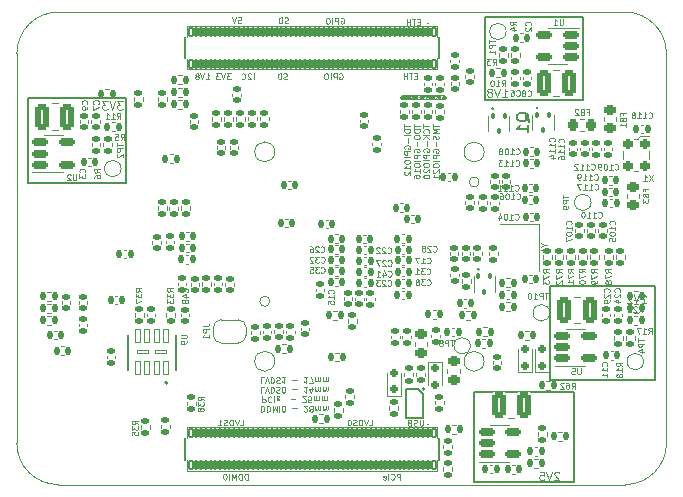
<source format=gbo>
G04 #@! TF.GenerationSoftware,KiCad,Pcbnew,9.0.2+dfsg-1*
G04 #@! TF.CreationDate,2025-08-15T17:40:47+02:00*
G04 #@! TF.ProjectId,ulx5m-gs,756c7835-6d2d-4677-932e-6b696361645f,rev?*
G04 #@! TF.SameCoordinates,Original*
G04 #@! TF.FileFunction,Legend,Bot*
G04 #@! TF.FilePolarity,Positive*
%FSLAX46Y46*%
G04 Gerber Fmt 4.6, Leading zero omitted, Abs format (unit mm)*
G04 Created by KiCad (PCBNEW 9.0.2+dfsg-1) date 2025-08-15 17:40:47*
%MOMM*%
%LPD*%
G01*
G04 APERTURE LIST*
G04 Aperture macros list*
%AMRoundRect*
0 Rectangle with rounded corners*
0 $1 Rounding radius*
0 $2 $3 $4 $5 $6 $7 $8 $9 X,Y pos of 4 corners*
0 Add a 4 corners polygon primitive as box body*
4,1,4,$2,$3,$4,$5,$6,$7,$8,$9,$2,$3,0*
0 Add four circle primitives for the rounded corners*
1,1,$1+$1,$2,$3*
1,1,$1+$1,$4,$5*
1,1,$1+$1,$6,$7*
1,1,$1+$1,$8,$9*
0 Add four rect primitives between the rounded corners*
20,1,$1+$1,$2,$3,$4,$5,0*
20,1,$1+$1,$4,$5,$6,$7,0*
20,1,$1+$1,$6,$7,$8,$9,0*
20,1,$1+$1,$8,$9,$2,$3,0*%
%AMFreePoly0*
4,1,23,0.500000,-0.750000,0.000000,-0.750000,0.000000,-0.745722,-0.065263,-0.745722,-0.191342,-0.711940,-0.304381,-0.646677,-0.396677,-0.554381,-0.461940,-0.441342,-0.495722,-0.315263,-0.495722,-0.250000,-0.500000,-0.250000,-0.500000,0.250000,-0.495722,0.250000,-0.495722,0.315263,-0.461940,0.441342,-0.396677,0.554381,-0.304381,0.646677,-0.191342,0.711940,-0.065263,0.745722,0.000000,0.745722,
0.000000,0.750000,0.500000,0.750000,0.500000,-0.750000,0.500000,-0.750000,$1*%
%AMFreePoly1*
4,1,23,0.000000,0.745722,0.065263,0.745722,0.191342,0.711940,0.304381,0.646677,0.396677,0.554381,0.461940,0.441342,0.495722,0.315263,0.495722,0.250000,0.500000,0.250000,0.500000,-0.250000,0.495722,-0.250000,0.495722,-0.315263,0.461940,-0.441342,0.396677,-0.554381,0.304381,-0.646677,0.191342,-0.711940,0.065263,-0.745722,0.000000,-0.745722,0.000000,-0.750000,-0.500000,-0.750000,
-0.500000,0.750000,0.000000,0.750000,0.000000,0.745722,0.000000,0.745722,$1*%
G04 Aperture macros list end*
%ADD10C,0.150000*%
%ADD11C,0.125000*%
%ADD12C,0.100000*%
%ADD13C,0.120000*%
%ADD14C,0.000000*%
%ADD15C,0.127000*%
%ADD16C,0.200000*%
%ADD17C,4.700000*%
%ADD18C,0.650000*%
%ADD19O,1.000000X1.600000*%
%ADD20O,1.000000X2.100000*%
%ADD21RoundRect,0.135000X0.135000X0.185000X-0.135000X0.185000X-0.135000X-0.185000X0.135000X-0.185000X0*%
%ADD22RoundRect,0.140000X-0.140000X-0.170000X0.140000X-0.170000X0.140000X0.170000X-0.140000X0.170000X0*%
%ADD23RoundRect,0.140000X0.140000X0.170000X-0.140000X0.170000X-0.140000X-0.170000X0.140000X-0.170000X0*%
%ADD24RoundRect,0.140000X-0.170000X0.140000X-0.170000X-0.140000X0.170000X-0.140000X0.170000X0.140000X0*%
%ADD25RoundRect,0.140000X0.170000X-0.140000X0.170000X0.140000X-0.170000X0.140000X-0.170000X-0.140000X0*%
%ADD26RoundRect,0.135000X0.185000X-0.135000X0.185000X0.135000X-0.185000X0.135000X-0.185000X-0.135000X0*%
%ADD27RoundRect,0.135000X-0.135000X-0.185000X0.135000X-0.185000X0.135000X0.185000X-0.135000X0.185000X0*%
%ADD28RoundRect,0.150000X0.200000X-0.150000X0.200000X0.150000X-0.200000X0.150000X-0.200000X-0.150000X0*%
%ADD29RoundRect,0.218750X-0.256250X0.218750X-0.256250X-0.218750X0.256250X-0.218750X0.256250X0.218750X0*%
%ADD30RoundRect,0.250000X-0.375000X-0.850000X0.375000X-0.850000X0.375000X0.850000X-0.375000X0.850000X0*%
%ADD31RoundRect,0.135000X-0.185000X0.135000X-0.185000X-0.135000X0.185000X-0.135000X0.185000X0.135000X0*%
%ADD32FreePoly0,0.000000*%
%ADD33FreePoly1,0.000000*%
%ADD34C,1.000000*%
%ADD35RoundRect,0.102000X0.115000X0.330000X-0.115000X0.330000X-0.115000X-0.330000X0.115000X-0.330000X0*%
%ADD36RoundRect,0.102000X0.175000X0.330000X-0.175000X0.330000X-0.175000X-0.330000X0.175000X-0.330000X0*%
%ADD37RoundRect,0.150000X-0.200000X0.150000X-0.200000X-0.150000X0.200000X-0.150000X0.200000X0.150000X0*%
%ADD38RoundRect,0.218750X0.256250X-0.218750X0.256250X0.218750X-0.256250X0.218750X-0.256250X-0.218750X0*%
%ADD39C,0.226000*%
%ADD40RoundRect,0.150000X-0.512500X-0.150000X0.512500X-0.150000X0.512500X0.150000X-0.512500X0.150000X0*%
%ADD41RoundRect,0.150000X0.512500X0.150000X-0.512500X0.150000X-0.512500X-0.150000X0.512500X-0.150000X0*%
%ADD42RoundRect,0.218750X-0.218750X-0.256250X0.218750X-0.256250X0.218750X0.256250X-0.218750X0.256250X0*%
%ADD43RoundRect,0.100000X0.100000X-0.155000X0.100000X0.155000X-0.100000X0.155000X-0.100000X-0.155000X0*%
%ADD44RoundRect,0.065500X0.196500X-0.556500X0.196500X0.556500X-0.196500X0.556500X-0.196500X-0.556500X0*%
%ADD45RoundRect,0.050500X0.451500X-0.151500X0.451500X0.151500X-0.451500X0.151500X-0.451500X-0.151500X0*%
%ADD46R,1.200000X1.400000*%
%ADD47RoundRect,0.250000X0.375000X0.850000X-0.375000X0.850000X-0.375000X-0.850000X0.375000X-0.850000X0*%
%ADD48RoundRect,0.200000X0.200000X0.250000X-0.200000X0.250000X-0.200000X-0.250000X0.200000X-0.250000X0*%
%ADD49C,0.450000*%
G04 #@! TA.AperFunction,Profile*
%ADD50C,0.100000*%
G04 #@! TD*
G04 APERTURE END LIST*
D10*
X97922500Y-89620000D02*
X106422500Y-89620000D01*
X106422500Y-97280000D01*
X97922500Y-97280000D01*
X97922500Y-89620000D01*
X104350000Y-80660000D02*
X113200000Y-80660000D01*
X113200000Y-88620000D01*
X104350000Y-88620000D01*
X104350000Y-80660000D01*
X60140000Y-64750000D02*
X68440000Y-64750000D01*
X68440000Y-71910000D01*
X60140000Y-71910000D01*
X60140000Y-64750000D01*
X98840000Y-57910000D02*
X107160000Y-57910000D01*
X107160000Y-64960000D01*
X98840000Y-64960000D01*
X98840000Y-57910000D01*
D11*
X93598716Y-92002309D02*
X93598716Y-92407071D01*
X93598716Y-92407071D02*
X93574906Y-92454690D01*
X93574906Y-92454690D02*
X93551097Y-92478500D01*
X93551097Y-92478500D02*
X93503478Y-92502309D01*
X93503478Y-92502309D02*
X93408240Y-92502309D01*
X93408240Y-92502309D02*
X93360621Y-92478500D01*
X93360621Y-92478500D02*
X93336811Y-92454690D01*
X93336811Y-92454690D02*
X93313002Y-92407071D01*
X93313002Y-92407071D02*
X93313002Y-92002309D01*
X93098715Y-92478500D02*
X93027287Y-92502309D01*
X93027287Y-92502309D02*
X92908239Y-92502309D01*
X92908239Y-92502309D02*
X92860620Y-92478500D01*
X92860620Y-92478500D02*
X92836811Y-92454690D01*
X92836811Y-92454690D02*
X92813001Y-92407071D01*
X92813001Y-92407071D02*
X92813001Y-92359452D01*
X92813001Y-92359452D02*
X92836811Y-92311833D01*
X92836811Y-92311833D02*
X92860620Y-92288023D01*
X92860620Y-92288023D02*
X92908239Y-92264214D01*
X92908239Y-92264214D02*
X93003477Y-92240404D01*
X93003477Y-92240404D02*
X93051096Y-92216595D01*
X93051096Y-92216595D02*
X93074906Y-92192785D01*
X93074906Y-92192785D02*
X93098715Y-92145166D01*
X93098715Y-92145166D02*
X93098715Y-92097547D01*
X93098715Y-92097547D02*
X93074906Y-92049928D01*
X93074906Y-92049928D02*
X93051096Y-92026119D01*
X93051096Y-92026119D02*
X93003477Y-92002309D01*
X93003477Y-92002309D02*
X92884430Y-92002309D01*
X92884430Y-92002309D02*
X92813001Y-92026119D01*
X92432049Y-92240404D02*
X92360621Y-92264214D01*
X92360621Y-92264214D02*
X92336811Y-92288023D01*
X92336811Y-92288023D02*
X92313002Y-92335642D01*
X92313002Y-92335642D02*
X92313002Y-92407071D01*
X92313002Y-92407071D02*
X92336811Y-92454690D01*
X92336811Y-92454690D02*
X92360621Y-92478500D01*
X92360621Y-92478500D02*
X92408240Y-92502309D01*
X92408240Y-92502309D02*
X92598716Y-92502309D01*
X92598716Y-92502309D02*
X92598716Y-92002309D01*
X92598716Y-92002309D02*
X92432049Y-92002309D01*
X92432049Y-92002309D02*
X92384430Y-92026119D01*
X92384430Y-92026119D02*
X92360621Y-92049928D01*
X92360621Y-92049928D02*
X92336811Y-92097547D01*
X92336811Y-92097547D02*
X92336811Y-92145166D01*
X92336811Y-92145166D02*
X92360621Y-92192785D01*
X92360621Y-92192785D02*
X92384430Y-92216595D01*
X92384430Y-92216595D02*
X92432049Y-92240404D01*
X92432049Y-92240404D02*
X92598716Y-92240404D01*
X86513144Y-62694855D02*
X86560763Y-62671045D01*
X86560763Y-62671045D02*
X86632192Y-62671045D01*
X86632192Y-62671045D02*
X86703620Y-62694855D01*
X86703620Y-62694855D02*
X86751239Y-62742474D01*
X86751239Y-62742474D02*
X86775049Y-62790093D01*
X86775049Y-62790093D02*
X86798858Y-62885331D01*
X86798858Y-62885331D02*
X86798858Y-62956759D01*
X86798858Y-62956759D02*
X86775049Y-63051997D01*
X86775049Y-63051997D02*
X86751239Y-63099616D01*
X86751239Y-63099616D02*
X86703620Y-63147236D01*
X86703620Y-63147236D02*
X86632192Y-63171045D01*
X86632192Y-63171045D02*
X86584573Y-63171045D01*
X86584573Y-63171045D02*
X86513144Y-63147236D01*
X86513144Y-63147236D02*
X86489335Y-63123426D01*
X86489335Y-63123426D02*
X86489335Y-62956759D01*
X86489335Y-62956759D02*
X86584573Y-62956759D01*
X86275049Y-63171045D02*
X86275049Y-62671045D01*
X86275049Y-62671045D02*
X86084573Y-62671045D01*
X86084573Y-62671045D02*
X86036954Y-62694855D01*
X86036954Y-62694855D02*
X86013144Y-62718664D01*
X86013144Y-62718664D02*
X85989335Y-62766283D01*
X85989335Y-62766283D02*
X85989335Y-62837712D01*
X85989335Y-62837712D02*
X86013144Y-62885331D01*
X86013144Y-62885331D02*
X86036954Y-62909140D01*
X86036954Y-62909140D02*
X86084573Y-62932950D01*
X86084573Y-62932950D02*
X86275049Y-62932950D01*
X85775049Y-63171045D02*
X85775049Y-62671045D01*
X85441716Y-62671045D02*
X85346478Y-62671045D01*
X85346478Y-62671045D02*
X85298859Y-62694855D01*
X85298859Y-62694855D02*
X85251240Y-62742474D01*
X85251240Y-62742474D02*
X85227430Y-62837712D01*
X85227430Y-62837712D02*
X85227430Y-63004378D01*
X85227430Y-63004378D02*
X85251240Y-63099616D01*
X85251240Y-63099616D02*
X85298859Y-63147236D01*
X85298859Y-63147236D02*
X85346478Y-63171045D01*
X85346478Y-63171045D02*
X85441716Y-63171045D01*
X85441716Y-63171045D02*
X85489335Y-63147236D01*
X85489335Y-63147236D02*
X85536954Y-63099616D01*
X85536954Y-63099616D02*
X85560763Y-63004378D01*
X85560763Y-63004378D02*
X85560763Y-62837712D01*
X85560763Y-62837712D02*
X85536954Y-62742474D01*
X85536954Y-62742474D02*
X85489335Y-62694855D01*
X85489335Y-62694855D02*
X85441716Y-62671045D01*
X89040621Y-92472309D02*
X89278716Y-92472309D01*
X89278716Y-92472309D02*
X89278716Y-91972309D01*
X88945382Y-91972309D02*
X88778716Y-92472309D01*
X88778716Y-92472309D02*
X88612049Y-91972309D01*
X88445383Y-92472309D02*
X88445383Y-91972309D01*
X88445383Y-91972309D02*
X88326335Y-91972309D01*
X88326335Y-91972309D02*
X88254907Y-91996119D01*
X88254907Y-91996119D02*
X88207288Y-92043738D01*
X88207288Y-92043738D02*
X88183478Y-92091357D01*
X88183478Y-92091357D02*
X88159669Y-92186595D01*
X88159669Y-92186595D02*
X88159669Y-92258023D01*
X88159669Y-92258023D02*
X88183478Y-92353261D01*
X88183478Y-92353261D02*
X88207288Y-92400880D01*
X88207288Y-92400880D02*
X88254907Y-92448500D01*
X88254907Y-92448500D02*
X88326335Y-92472309D01*
X88326335Y-92472309D02*
X88445383Y-92472309D01*
X87969192Y-92448500D02*
X87897764Y-92472309D01*
X87897764Y-92472309D02*
X87778716Y-92472309D01*
X87778716Y-92472309D02*
X87731097Y-92448500D01*
X87731097Y-92448500D02*
X87707288Y-92424690D01*
X87707288Y-92424690D02*
X87683478Y-92377071D01*
X87683478Y-92377071D02*
X87683478Y-92329452D01*
X87683478Y-92329452D02*
X87707288Y-92281833D01*
X87707288Y-92281833D02*
X87731097Y-92258023D01*
X87731097Y-92258023D02*
X87778716Y-92234214D01*
X87778716Y-92234214D02*
X87873954Y-92210404D01*
X87873954Y-92210404D02*
X87921573Y-92186595D01*
X87921573Y-92186595D02*
X87945383Y-92162785D01*
X87945383Y-92162785D02*
X87969192Y-92115166D01*
X87969192Y-92115166D02*
X87969192Y-92067547D01*
X87969192Y-92067547D02*
X87945383Y-92019928D01*
X87945383Y-92019928D02*
X87921573Y-91996119D01*
X87921573Y-91996119D02*
X87873954Y-91972309D01*
X87873954Y-91972309D02*
X87754907Y-91972309D01*
X87754907Y-91972309D02*
X87683478Y-91996119D01*
X87373955Y-91972309D02*
X87326336Y-91972309D01*
X87326336Y-91972309D02*
X87278717Y-91996119D01*
X87278717Y-91996119D02*
X87254907Y-92019928D01*
X87254907Y-92019928D02*
X87231098Y-92067547D01*
X87231098Y-92067547D02*
X87207288Y-92162785D01*
X87207288Y-92162785D02*
X87207288Y-92281833D01*
X87207288Y-92281833D02*
X87231098Y-92377071D01*
X87231098Y-92377071D02*
X87254907Y-92424690D01*
X87254907Y-92424690D02*
X87278717Y-92448500D01*
X87278717Y-92448500D02*
X87326336Y-92472309D01*
X87326336Y-92472309D02*
X87373955Y-92472309D01*
X87373955Y-92472309D02*
X87421574Y-92448500D01*
X87421574Y-92448500D02*
X87445383Y-92424690D01*
X87445383Y-92424690D02*
X87469193Y-92377071D01*
X87469193Y-92377071D02*
X87493002Y-92281833D01*
X87493002Y-92281833D02*
X87493002Y-92162785D01*
X87493002Y-92162785D02*
X87469193Y-92067547D01*
X87469193Y-92067547D02*
X87445383Y-92019928D01*
X87445383Y-92019928D02*
X87421574Y-91996119D01*
X87421574Y-91996119D02*
X87373955Y-91972309D01*
D12*
X79862857Y-90811306D02*
X79862857Y-91311306D01*
X79862857Y-91311306D02*
X79981905Y-91311306D01*
X79981905Y-91311306D02*
X80053333Y-91287496D01*
X80053333Y-91287496D02*
X80100952Y-91239877D01*
X80100952Y-91239877D02*
X80124762Y-91192258D01*
X80124762Y-91192258D02*
X80148571Y-91097020D01*
X80148571Y-91097020D02*
X80148571Y-91025592D01*
X80148571Y-91025592D02*
X80124762Y-90930354D01*
X80124762Y-90930354D02*
X80100952Y-90882735D01*
X80100952Y-90882735D02*
X80053333Y-90835116D01*
X80053333Y-90835116D02*
X79981905Y-90811306D01*
X79981905Y-90811306D02*
X79862857Y-90811306D01*
X80362857Y-90811306D02*
X80362857Y-91311306D01*
X80362857Y-91311306D02*
X80481905Y-91311306D01*
X80481905Y-91311306D02*
X80553333Y-91287496D01*
X80553333Y-91287496D02*
X80600952Y-91239877D01*
X80600952Y-91239877D02*
X80624762Y-91192258D01*
X80624762Y-91192258D02*
X80648571Y-91097020D01*
X80648571Y-91097020D02*
X80648571Y-91025592D01*
X80648571Y-91025592D02*
X80624762Y-90930354D01*
X80624762Y-90930354D02*
X80600952Y-90882735D01*
X80600952Y-90882735D02*
X80553333Y-90835116D01*
X80553333Y-90835116D02*
X80481905Y-90811306D01*
X80481905Y-90811306D02*
X80362857Y-90811306D01*
X80862857Y-90811306D02*
X80862857Y-91311306D01*
X80862857Y-91311306D02*
X81029524Y-90954163D01*
X81029524Y-90954163D02*
X81196190Y-91311306D01*
X81196190Y-91311306D02*
X81196190Y-90811306D01*
X81434286Y-90811306D02*
X81434286Y-91311306D01*
X81767619Y-91311306D02*
X81815238Y-91311306D01*
X81815238Y-91311306D02*
X81862857Y-91287496D01*
X81862857Y-91287496D02*
X81886667Y-91263687D01*
X81886667Y-91263687D02*
X81910476Y-91216068D01*
X81910476Y-91216068D02*
X81934286Y-91120830D01*
X81934286Y-91120830D02*
X81934286Y-91001782D01*
X81934286Y-91001782D02*
X81910476Y-90906544D01*
X81910476Y-90906544D02*
X81886667Y-90858925D01*
X81886667Y-90858925D02*
X81862857Y-90835116D01*
X81862857Y-90835116D02*
X81815238Y-90811306D01*
X81815238Y-90811306D02*
X81767619Y-90811306D01*
X81767619Y-90811306D02*
X81720000Y-90835116D01*
X81720000Y-90835116D02*
X81696191Y-90858925D01*
X81696191Y-90858925D02*
X81672381Y-90906544D01*
X81672381Y-90906544D02*
X81648572Y-91001782D01*
X81648572Y-91001782D02*
X81648572Y-91120830D01*
X81648572Y-91120830D02*
X81672381Y-91216068D01*
X81672381Y-91216068D02*
X81696191Y-91263687D01*
X81696191Y-91263687D02*
X81720000Y-91287496D01*
X81720000Y-91287496D02*
X81767619Y-91311306D01*
X82529523Y-91001782D02*
X82910476Y-91001782D01*
X83505714Y-91263687D02*
X83529523Y-91287496D01*
X83529523Y-91287496D02*
X83577142Y-91311306D01*
X83577142Y-91311306D02*
X83696190Y-91311306D01*
X83696190Y-91311306D02*
X83743809Y-91287496D01*
X83743809Y-91287496D02*
X83767618Y-91263687D01*
X83767618Y-91263687D02*
X83791428Y-91216068D01*
X83791428Y-91216068D02*
X83791428Y-91168449D01*
X83791428Y-91168449D02*
X83767618Y-91097020D01*
X83767618Y-91097020D02*
X83481904Y-90811306D01*
X83481904Y-90811306D02*
X83791428Y-90811306D01*
X84077142Y-91097020D02*
X84029523Y-91120830D01*
X84029523Y-91120830D02*
X84005713Y-91144639D01*
X84005713Y-91144639D02*
X83981904Y-91192258D01*
X83981904Y-91192258D02*
X83981904Y-91216068D01*
X83981904Y-91216068D02*
X84005713Y-91263687D01*
X84005713Y-91263687D02*
X84029523Y-91287496D01*
X84029523Y-91287496D02*
X84077142Y-91311306D01*
X84077142Y-91311306D02*
X84172380Y-91311306D01*
X84172380Y-91311306D02*
X84219999Y-91287496D01*
X84219999Y-91287496D02*
X84243808Y-91263687D01*
X84243808Y-91263687D02*
X84267618Y-91216068D01*
X84267618Y-91216068D02*
X84267618Y-91192258D01*
X84267618Y-91192258D02*
X84243808Y-91144639D01*
X84243808Y-91144639D02*
X84219999Y-91120830D01*
X84219999Y-91120830D02*
X84172380Y-91097020D01*
X84172380Y-91097020D02*
X84077142Y-91097020D01*
X84077142Y-91097020D02*
X84029523Y-91073211D01*
X84029523Y-91073211D02*
X84005713Y-91049401D01*
X84005713Y-91049401D02*
X83981904Y-91001782D01*
X83981904Y-91001782D02*
X83981904Y-90906544D01*
X83981904Y-90906544D02*
X84005713Y-90858925D01*
X84005713Y-90858925D02*
X84029523Y-90835116D01*
X84029523Y-90835116D02*
X84077142Y-90811306D01*
X84077142Y-90811306D02*
X84172380Y-90811306D01*
X84172380Y-90811306D02*
X84219999Y-90835116D01*
X84219999Y-90835116D02*
X84243808Y-90858925D01*
X84243808Y-90858925D02*
X84267618Y-90906544D01*
X84267618Y-90906544D02*
X84267618Y-91001782D01*
X84267618Y-91001782D02*
X84243808Y-91049401D01*
X84243808Y-91049401D02*
X84219999Y-91073211D01*
X84219999Y-91073211D02*
X84172380Y-91097020D01*
X84481903Y-90811306D02*
X84481903Y-91144639D01*
X84481903Y-91097020D02*
X84505713Y-91120830D01*
X84505713Y-91120830D02*
X84553332Y-91144639D01*
X84553332Y-91144639D02*
X84624760Y-91144639D01*
X84624760Y-91144639D02*
X84672379Y-91120830D01*
X84672379Y-91120830D02*
X84696189Y-91073211D01*
X84696189Y-91073211D02*
X84696189Y-90811306D01*
X84696189Y-91073211D02*
X84719998Y-91120830D01*
X84719998Y-91120830D02*
X84767617Y-91144639D01*
X84767617Y-91144639D02*
X84839046Y-91144639D01*
X84839046Y-91144639D02*
X84886665Y-91120830D01*
X84886665Y-91120830D02*
X84910475Y-91073211D01*
X84910475Y-91073211D02*
X84910475Y-90811306D01*
X85148570Y-90811306D02*
X85148570Y-91144639D01*
X85148570Y-91097020D02*
X85172380Y-91120830D01*
X85172380Y-91120830D02*
X85219999Y-91144639D01*
X85219999Y-91144639D02*
X85291427Y-91144639D01*
X85291427Y-91144639D02*
X85339046Y-91120830D01*
X85339046Y-91120830D02*
X85362856Y-91073211D01*
X85362856Y-91073211D02*
X85362856Y-90811306D01*
X85362856Y-91073211D02*
X85386665Y-91120830D01*
X85386665Y-91120830D02*
X85434284Y-91144639D01*
X85434284Y-91144639D02*
X85505713Y-91144639D01*
X85505713Y-91144639D02*
X85553332Y-91120830D01*
X85553332Y-91120830D02*
X85577142Y-91073211D01*
X85577142Y-91073211D02*
X85577142Y-90811306D01*
X79981905Y-90006334D02*
X79981905Y-90506334D01*
X79981905Y-90506334D02*
X80172381Y-90506334D01*
X80172381Y-90506334D02*
X80220000Y-90482524D01*
X80220000Y-90482524D02*
X80243810Y-90458715D01*
X80243810Y-90458715D02*
X80267619Y-90411096D01*
X80267619Y-90411096D02*
X80267619Y-90339667D01*
X80267619Y-90339667D02*
X80243810Y-90292048D01*
X80243810Y-90292048D02*
X80220000Y-90268239D01*
X80220000Y-90268239D02*
X80172381Y-90244429D01*
X80172381Y-90244429D02*
X79981905Y-90244429D01*
X80767619Y-90053953D02*
X80743810Y-90030144D01*
X80743810Y-90030144D02*
X80672381Y-90006334D01*
X80672381Y-90006334D02*
X80624762Y-90006334D01*
X80624762Y-90006334D02*
X80553334Y-90030144D01*
X80553334Y-90030144D02*
X80505715Y-90077763D01*
X80505715Y-90077763D02*
X80481905Y-90125382D01*
X80481905Y-90125382D02*
X80458096Y-90220620D01*
X80458096Y-90220620D02*
X80458096Y-90292048D01*
X80458096Y-90292048D02*
X80481905Y-90387286D01*
X80481905Y-90387286D02*
X80505715Y-90434905D01*
X80505715Y-90434905D02*
X80553334Y-90482524D01*
X80553334Y-90482524D02*
X80624762Y-90506334D01*
X80624762Y-90506334D02*
X80672381Y-90506334D01*
X80672381Y-90506334D02*
X80743810Y-90482524D01*
X80743810Y-90482524D02*
X80767619Y-90458715D01*
X80981905Y-90006334D02*
X80981905Y-90506334D01*
X81410476Y-90030144D02*
X81362857Y-90006334D01*
X81362857Y-90006334D02*
X81267619Y-90006334D01*
X81267619Y-90006334D02*
X81220000Y-90030144D01*
X81220000Y-90030144D02*
X81196191Y-90077763D01*
X81196191Y-90077763D02*
X81196191Y-90268239D01*
X81196191Y-90268239D02*
X81220000Y-90315858D01*
X81220000Y-90315858D02*
X81267619Y-90339667D01*
X81267619Y-90339667D02*
X81362857Y-90339667D01*
X81362857Y-90339667D02*
X81410476Y-90315858D01*
X81410476Y-90315858D02*
X81434286Y-90268239D01*
X81434286Y-90268239D02*
X81434286Y-90220620D01*
X81434286Y-90220620D02*
X81196191Y-90173001D01*
X82410475Y-90196810D02*
X82791428Y-90196810D01*
X83386666Y-90458715D02*
X83410475Y-90482524D01*
X83410475Y-90482524D02*
X83458094Y-90506334D01*
X83458094Y-90506334D02*
X83577142Y-90506334D01*
X83577142Y-90506334D02*
X83624761Y-90482524D01*
X83624761Y-90482524D02*
X83648570Y-90458715D01*
X83648570Y-90458715D02*
X83672380Y-90411096D01*
X83672380Y-90411096D02*
X83672380Y-90363477D01*
X83672380Y-90363477D02*
X83648570Y-90292048D01*
X83648570Y-90292048D02*
X83362856Y-90006334D01*
X83362856Y-90006334D02*
X83672380Y-90006334D01*
X84124760Y-90506334D02*
X83886665Y-90506334D01*
X83886665Y-90506334D02*
X83862856Y-90268239D01*
X83862856Y-90268239D02*
X83886665Y-90292048D01*
X83886665Y-90292048D02*
X83934284Y-90315858D01*
X83934284Y-90315858D02*
X84053332Y-90315858D01*
X84053332Y-90315858D02*
X84100951Y-90292048D01*
X84100951Y-90292048D02*
X84124760Y-90268239D01*
X84124760Y-90268239D02*
X84148570Y-90220620D01*
X84148570Y-90220620D02*
X84148570Y-90101572D01*
X84148570Y-90101572D02*
X84124760Y-90053953D01*
X84124760Y-90053953D02*
X84100951Y-90030144D01*
X84100951Y-90030144D02*
X84053332Y-90006334D01*
X84053332Y-90006334D02*
X83934284Y-90006334D01*
X83934284Y-90006334D02*
X83886665Y-90030144D01*
X83886665Y-90030144D02*
X83862856Y-90053953D01*
X84362855Y-90006334D02*
X84362855Y-90339667D01*
X84362855Y-90292048D02*
X84386665Y-90315858D01*
X84386665Y-90315858D02*
X84434284Y-90339667D01*
X84434284Y-90339667D02*
X84505712Y-90339667D01*
X84505712Y-90339667D02*
X84553331Y-90315858D01*
X84553331Y-90315858D02*
X84577141Y-90268239D01*
X84577141Y-90268239D02*
X84577141Y-90006334D01*
X84577141Y-90268239D02*
X84600950Y-90315858D01*
X84600950Y-90315858D02*
X84648569Y-90339667D01*
X84648569Y-90339667D02*
X84719998Y-90339667D01*
X84719998Y-90339667D02*
X84767617Y-90315858D01*
X84767617Y-90315858D02*
X84791427Y-90268239D01*
X84791427Y-90268239D02*
X84791427Y-90006334D01*
X85029522Y-90006334D02*
X85029522Y-90339667D01*
X85029522Y-90292048D02*
X85053332Y-90315858D01*
X85053332Y-90315858D02*
X85100951Y-90339667D01*
X85100951Y-90339667D02*
X85172379Y-90339667D01*
X85172379Y-90339667D02*
X85219998Y-90315858D01*
X85219998Y-90315858D02*
X85243808Y-90268239D01*
X85243808Y-90268239D02*
X85243808Y-90006334D01*
X85243808Y-90268239D02*
X85267617Y-90315858D01*
X85267617Y-90315858D02*
X85315236Y-90339667D01*
X85315236Y-90339667D02*
X85386665Y-90339667D01*
X85386665Y-90339667D02*
X85434284Y-90315858D01*
X85434284Y-90315858D02*
X85458094Y-90268239D01*
X85458094Y-90268239D02*
X85458094Y-90006334D01*
X80100953Y-89201362D02*
X79862858Y-89201362D01*
X79862858Y-89201362D02*
X79862858Y-89701362D01*
X80196192Y-89701362D02*
X80362858Y-89201362D01*
X80362858Y-89201362D02*
X80529525Y-89701362D01*
X80696191Y-89201362D02*
X80696191Y-89701362D01*
X80696191Y-89701362D02*
X80815239Y-89701362D01*
X80815239Y-89701362D02*
X80886667Y-89677552D01*
X80886667Y-89677552D02*
X80934286Y-89629933D01*
X80934286Y-89629933D02*
X80958096Y-89582314D01*
X80958096Y-89582314D02*
X80981905Y-89487076D01*
X80981905Y-89487076D02*
X80981905Y-89415648D01*
X80981905Y-89415648D02*
X80958096Y-89320410D01*
X80958096Y-89320410D02*
X80934286Y-89272791D01*
X80934286Y-89272791D02*
X80886667Y-89225172D01*
X80886667Y-89225172D02*
X80815239Y-89201362D01*
X80815239Y-89201362D02*
X80696191Y-89201362D01*
X81172382Y-89225172D02*
X81243810Y-89201362D01*
X81243810Y-89201362D02*
X81362858Y-89201362D01*
X81362858Y-89201362D02*
X81410477Y-89225172D01*
X81410477Y-89225172D02*
X81434286Y-89248981D01*
X81434286Y-89248981D02*
X81458096Y-89296600D01*
X81458096Y-89296600D02*
X81458096Y-89344219D01*
X81458096Y-89344219D02*
X81434286Y-89391838D01*
X81434286Y-89391838D02*
X81410477Y-89415648D01*
X81410477Y-89415648D02*
X81362858Y-89439457D01*
X81362858Y-89439457D02*
X81267620Y-89463267D01*
X81267620Y-89463267D02*
X81220001Y-89487076D01*
X81220001Y-89487076D02*
X81196191Y-89510886D01*
X81196191Y-89510886D02*
X81172382Y-89558505D01*
X81172382Y-89558505D02*
X81172382Y-89606124D01*
X81172382Y-89606124D02*
X81196191Y-89653743D01*
X81196191Y-89653743D02*
X81220001Y-89677552D01*
X81220001Y-89677552D02*
X81267620Y-89701362D01*
X81267620Y-89701362D02*
X81386667Y-89701362D01*
X81386667Y-89701362D02*
X81458096Y-89677552D01*
X81767619Y-89701362D02*
X81815238Y-89701362D01*
X81815238Y-89701362D02*
X81862857Y-89677552D01*
X81862857Y-89677552D02*
X81886667Y-89653743D01*
X81886667Y-89653743D02*
X81910476Y-89606124D01*
X81910476Y-89606124D02*
X81934286Y-89510886D01*
X81934286Y-89510886D02*
X81934286Y-89391838D01*
X81934286Y-89391838D02*
X81910476Y-89296600D01*
X81910476Y-89296600D02*
X81886667Y-89248981D01*
X81886667Y-89248981D02*
X81862857Y-89225172D01*
X81862857Y-89225172D02*
X81815238Y-89201362D01*
X81815238Y-89201362D02*
X81767619Y-89201362D01*
X81767619Y-89201362D02*
X81720000Y-89225172D01*
X81720000Y-89225172D02*
X81696191Y-89248981D01*
X81696191Y-89248981D02*
X81672381Y-89296600D01*
X81672381Y-89296600D02*
X81648572Y-89391838D01*
X81648572Y-89391838D02*
X81648572Y-89510886D01*
X81648572Y-89510886D02*
X81672381Y-89606124D01*
X81672381Y-89606124D02*
X81696191Y-89653743D01*
X81696191Y-89653743D02*
X81720000Y-89677552D01*
X81720000Y-89677552D02*
X81767619Y-89701362D01*
X82529523Y-89391838D02*
X82910476Y-89391838D01*
X83791428Y-89201362D02*
X83505714Y-89201362D01*
X83648571Y-89201362D02*
X83648571Y-89701362D01*
X83648571Y-89701362D02*
X83600952Y-89629933D01*
X83600952Y-89629933D02*
X83553333Y-89582314D01*
X83553333Y-89582314D02*
X83505714Y-89558505D01*
X84219999Y-89534695D02*
X84219999Y-89201362D01*
X84100951Y-89725172D02*
X83981904Y-89368029D01*
X83981904Y-89368029D02*
X84291427Y-89368029D01*
X84481903Y-89201362D02*
X84481903Y-89534695D01*
X84481903Y-89487076D02*
X84505713Y-89510886D01*
X84505713Y-89510886D02*
X84553332Y-89534695D01*
X84553332Y-89534695D02*
X84624760Y-89534695D01*
X84624760Y-89534695D02*
X84672379Y-89510886D01*
X84672379Y-89510886D02*
X84696189Y-89463267D01*
X84696189Y-89463267D02*
X84696189Y-89201362D01*
X84696189Y-89463267D02*
X84719998Y-89510886D01*
X84719998Y-89510886D02*
X84767617Y-89534695D01*
X84767617Y-89534695D02*
X84839046Y-89534695D01*
X84839046Y-89534695D02*
X84886665Y-89510886D01*
X84886665Y-89510886D02*
X84910475Y-89463267D01*
X84910475Y-89463267D02*
X84910475Y-89201362D01*
X85148570Y-89201362D02*
X85148570Y-89534695D01*
X85148570Y-89487076D02*
X85172380Y-89510886D01*
X85172380Y-89510886D02*
X85219999Y-89534695D01*
X85219999Y-89534695D02*
X85291427Y-89534695D01*
X85291427Y-89534695D02*
X85339046Y-89510886D01*
X85339046Y-89510886D02*
X85362856Y-89463267D01*
X85362856Y-89463267D02*
X85362856Y-89201362D01*
X85362856Y-89463267D02*
X85386665Y-89510886D01*
X85386665Y-89510886D02*
X85434284Y-89534695D01*
X85434284Y-89534695D02*
X85505713Y-89534695D01*
X85505713Y-89534695D02*
X85553332Y-89510886D01*
X85553332Y-89510886D02*
X85577142Y-89463267D01*
X85577142Y-89463267D02*
X85577142Y-89201362D01*
X80100953Y-88396390D02*
X79862858Y-88396390D01*
X79862858Y-88396390D02*
X79862858Y-88896390D01*
X80196192Y-88896390D02*
X80362858Y-88396390D01*
X80362858Y-88396390D02*
X80529525Y-88896390D01*
X80696191Y-88396390D02*
X80696191Y-88896390D01*
X80696191Y-88896390D02*
X80815239Y-88896390D01*
X80815239Y-88896390D02*
X80886667Y-88872580D01*
X80886667Y-88872580D02*
X80934286Y-88824961D01*
X80934286Y-88824961D02*
X80958096Y-88777342D01*
X80958096Y-88777342D02*
X80981905Y-88682104D01*
X80981905Y-88682104D02*
X80981905Y-88610676D01*
X80981905Y-88610676D02*
X80958096Y-88515438D01*
X80958096Y-88515438D02*
X80934286Y-88467819D01*
X80934286Y-88467819D02*
X80886667Y-88420200D01*
X80886667Y-88420200D02*
X80815239Y-88396390D01*
X80815239Y-88396390D02*
X80696191Y-88396390D01*
X81172382Y-88420200D02*
X81243810Y-88396390D01*
X81243810Y-88396390D02*
X81362858Y-88396390D01*
X81362858Y-88396390D02*
X81410477Y-88420200D01*
X81410477Y-88420200D02*
X81434286Y-88444009D01*
X81434286Y-88444009D02*
X81458096Y-88491628D01*
X81458096Y-88491628D02*
X81458096Y-88539247D01*
X81458096Y-88539247D02*
X81434286Y-88586866D01*
X81434286Y-88586866D02*
X81410477Y-88610676D01*
X81410477Y-88610676D02*
X81362858Y-88634485D01*
X81362858Y-88634485D02*
X81267620Y-88658295D01*
X81267620Y-88658295D02*
X81220001Y-88682104D01*
X81220001Y-88682104D02*
X81196191Y-88705914D01*
X81196191Y-88705914D02*
X81172382Y-88753533D01*
X81172382Y-88753533D02*
X81172382Y-88801152D01*
X81172382Y-88801152D02*
X81196191Y-88848771D01*
X81196191Y-88848771D02*
X81220001Y-88872580D01*
X81220001Y-88872580D02*
X81267620Y-88896390D01*
X81267620Y-88896390D02*
X81386667Y-88896390D01*
X81386667Y-88896390D02*
X81458096Y-88872580D01*
X81934286Y-88396390D02*
X81648572Y-88396390D01*
X81791429Y-88396390D02*
X81791429Y-88896390D01*
X81791429Y-88896390D02*
X81743810Y-88824961D01*
X81743810Y-88824961D02*
X81696191Y-88777342D01*
X81696191Y-88777342D02*
X81648572Y-88753533D01*
X82529523Y-88586866D02*
X82910476Y-88586866D01*
X83791428Y-88396390D02*
X83505714Y-88396390D01*
X83648571Y-88396390D02*
X83648571Y-88896390D01*
X83648571Y-88896390D02*
X83600952Y-88824961D01*
X83600952Y-88824961D02*
X83553333Y-88777342D01*
X83553333Y-88777342D02*
X83505714Y-88753533D01*
X83958094Y-88896390D02*
X84291427Y-88896390D01*
X84291427Y-88896390D02*
X84077142Y-88396390D01*
X84481903Y-88396390D02*
X84481903Y-88729723D01*
X84481903Y-88682104D02*
X84505713Y-88705914D01*
X84505713Y-88705914D02*
X84553332Y-88729723D01*
X84553332Y-88729723D02*
X84624760Y-88729723D01*
X84624760Y-88729723D02*
X84672379Y-88705914D01*
X84672379Y-88705914D02*
X84696189Y-88658295D01*
X84696189Y-88658295D02*
X84696189Y-88396390D01*
X84696189Y-88658295D02*
X84719998Y-88705914D01*
X84719998Y-88705914D02*
X84767617Y-88729723D01*
X84767617Y-88729723D02*
X84839046Y-88729723D01*
X84839046Y-88729723D02*
X84886665Y-88705914D01*
X84886665Y-88705914D02*
X84910475Y-88658295D01*
X84910475Y-88658295D02*
X84910475Y-88396390D01*
X85148570Y-88396390D02*
X85148570Y-88729723D01*
X85148570Y-88682104D02*
X85172380Y-88705914D01*
X85172380Y-88705914D02*
X85219999Y-88729723D01*
X85219999Y-88729723D02*
X85291427Y-88729723D01*
X85291427Y-88729723D02*
X85339046Y-88705914D01*
X85339046Y-88705914D02*
X85362856Y-88658295D01*
X85362856Y-88658295D02*
X85362856Y-88396390D01*
X85362856Y-88658295D02*
X85386665Y-88705914D01*
X85386665Y-88705914D02*
X85434284Y-88729723D01*
X85434284Y-88729723D02*
X85505713Y-88729723D01*
X85505713Y-88729723D02*
X85553332Y-88705914D01*
X85553332Y-88705914D02*
X85577142Y-88658295D01*
X85577142Y-88658295D02*
X85577142Y-88396390D01*
D11*
X105114430Y-96464500D02*
X105081097Y-96431166D01*
X105081097Y-96431166D02*
X105014430Y-96397833D01*
X105014430Y-96397833D02*
X104847764Y-96397833D01*
X104847764Y-96397833D02*
X104781097Y-96431166D01*
X104781097Y-96431166D02*
X104747764Y-96464500D01*
X104747764Y-96464500D02*
X104714430Y-96531166D01*
X104714430Y-96531166D02*
X104714430Y-96597833D01*
X104714430Y-96597833D02*
X104747764Y-96697833D01*
X104747764Y-96697833D02*
X105147764Y-97097833D01*
X105147764Y-97097833D02*
X104714430Y-97097833D01*
X104514430Y-96397833D02*
X104281097Y-97097833D01*
X104281097Y-97097833D02*
X104047763Y-96397833D01*
X103481097Y-96397833D02*
X103814430Y-96397833D01*
X103814430Y-96397833D02*
X103847763Y-96731166D01*
X103847763Y-96731166D02*
X103814430Y-96697833D01*
X103814430Y-96697833D02*
X103747763Y-96664500D01*
X103747763Y-96664500D02*
X103581097Y-96664500D01*
X103581097Y-96664500D02*
X103514430Y-96697833D01*
X103514430Y-96697833D02*
X103481097Y-96731166D01*
X103481097Y-96731166D02*
X103447763Y-96797833D01*
X103447763Y-96797833D02*
X103447763Y-96964500D01*
X103447763Y-96964500D02*
X103481097Y-97031166D01*
X103481097Y-97031166D02*
X103514430Y-97064500D01*
X103514430Y-97064500D02*
X103581097Y-97097833D01*
X103581097Y-97097833D02*
X103747763Y-97097833D01*
X103747763Y-97097833D02*
X103814430Y-97064500D01*
X103814430Y-97064500D02*
X103847763Y-97031166D01*
X86648669Y-57976119D02*
X86696288Y-57952309D01*
X86696288Y-57952309D02*
X86767717Y-57952309D01*
X86767717Y-57952309D02*
X86839145Y-57976119D01*
X86839145Y-57976119D02*
X86886764Y-58023738D01*
X86886764Y-58023738D02*
X86910574Y-58071357D01*
X86910574Y-58071357D02*
X86934383Y-58166595D01*
X86934383Y-58166595D02*
X86934383Y-58238023D01*
X86934383Y-58238023D02*
X86910574Y-58333261D01*
X86910574Y-58333261D02*
X86886764Y-58380880D01*
X86886764Y-58380880D02*
X86839145Y-58428500D01*
X86839145Y-58428500D02*
X86767717Y-58452309D01*
X86767717Y-58452309D02*
X86720098Y-58452309D01*
X86720098Y-58452309D02*
X86648669Y-58428500D01*
X86648669Y-58428500D02*
X86624860Y-58404690D01*
X86624860Y-58404690D02*
X86624860Y-58238023D01*
X86624860Y-58238023D02*
X86720098Y-58238023D01*
X86410574Y-58452309D02*
X86410574Y-57952309D01*
X86410574Y-57952309D02*
X86220098Y-57952309D01*
X86220098Y-57952309D02*
X86172479Y-57976119D01*
X86172479Y-57976119D02*
X86148669Y-57999928D01*
X86148669Y-57999928D02*
X86124860Y-58047547D01*
X86124860Y-58047547D02*
X86124860Y-58118976D01*
X86124860Y-58118976D02*
X86148669Y-58166595D01*
X86148669Y-58166595D02*
X86172479Y-58190404D01*
X86172479Y-58190404D02*
X86220098Y-58214214D01*
X86220098Y-58214214D02*
X86410574Y-58214214D01*
X85910574Y-58452309D02*
X85910574Y-57952309D01*
X85577241Y-57952309D02*
X85482003Y-57952309D01*
X85482003Y-57952309D02*
X85434384Y-57976119D01*
X85434384Y-57976119D02*
X85386765Y-58023738D01*
X85386765Y-58023738D02*
X85362955Y-58118976D01*
X85362955Y-58118976D02*
X85362955Y-58285642D01*
X85362955Y-58285642D02*
X85386765Y-58380880D01*
X85386765Y-58380880D02*
X85434384Y-58428500D01*
X85434384Y-58428500D02*
X85482003Y-58452309D01*
X85482003Y-58452309D02*
X85577241Y-58452309D01*
X85577241Y-58452309D02*
X85624860Y-58428500D01*
X85624860Y-58428500D02*
X85672479Y-58380880D01*
X85672479Y-58380880D02*
X85696288Y-58285642D01*
X85696288Y-58285642D02*
X85696288Y-58118976D01*
X85696288Y-58118976D02*
X85672479Y-58023738D01*
X85672479Y-58023738D02*
X85624860Y-57976119D01*
X85624860Y-57976119D02*
X85577241Y-57952309D01*
X100304430Y-64657833D02*
X100704430Y-64657833D01*
X100504430Y-64657833D02*
X100504430Y-63957833D01*
X100504430Y-63957833D02*
X100571097Y-64057833D01*
X100571097Y-64057833D02*
X100637764Y-64124500D01*
X100637764Y-64124500D02*
X100704430Y-64157833D01*
X100104430Y-63957833D02*
X99871097Y-64657833D01*
X99871097Y-64657833D02*
X99637763Y-63957833D01*
X99304430Y-64257833D02*
X99371097Y-64224500D01*
X99371097Y-64224500D02*
X99404430Y-64191166D01*
X99404430Y-64191166D02*
X99437763Y-64124500D01*
X99437763Y-64124500D02*
X99437763Y-64091166D01*
X99437763Y-64091166D02*
X99404430Y-64024500D01*
X99404430Y-64024500D02*
X99371097Y-63991166D01*
X99371097Y-63991166D02*
X99304430Y-63957833D01*
X99304430Y-63957833D02*
X99171097Y-63957833D01*
X99171097Y-63957833D02*
X99104430Y-63991166D01*
X99104430Y-63991166D02*
X99071097Y-64024500D01*
X99071097Y-64024500D02*
X99037763Y-64091166D01*
X99037763Y-64091166D02*
X99037763Y-64124500D01*
X99037763Y-64124500D02*
X99071097Y-64191166D01*
X99071097Y-64191166D02*
X99104430Y-64224500D01*
X99104430Y-64224500D02*
X99171097Y-64257833D01*
X99171097Y-64257833D02*
X99304430Y-64257833D01*
X99304430Y-64257833D02*
X99371097Y-64291166D01*
X99371097Y-64291166D02*
X99404430Y-64324500D01*
X99404430Y-64324500D02*
X99437763Y-64391166D01*
X99437763Y-64391166D02*
X99437763Y-64524500D01*
X99437763Y-64524500D02*
X99404430Y-64591166D01*
X99404430Y-64591166D02*
X99371097Y-64624500D01*
X99371097Y-64624500D02*
X99304430Y-64657833D01*
X99304430Y-64657833D02*
X99171097Y-64657833D01*
X99171097Y-64657833D02*
X99104430Y-64624500D01*
X99104430Y-64624500D02*
X99071097Y-64591166D01*
X99071097Y-64591166D02*
X99037763Y-64524500D01*
X99037763Y-64524500D02*
X99037763Y-64391166D01*
X99037763Y-64391166D02*
X99071097Y-64324500D01*
X99071097Y-64324500D02*
X99104430Y-64291166D01*
X99104430Y-64291166D02*
X99171097Y-64257833D01*
X93083191Y-62909140D02*
X92916524Y-62909140D01*
X92845096Y-63171045D02*
X93083191Y-63171045D01*
X93083191Y-63171045D02*
X93083191Y-62671045D01*
X93083191Y-62671045D02*
X92845096Y-62671045D01*
X92702238Y-62671045D02*
X92416524Y-62671045D01*
X92559381Y-63171045D02*
X92559381Y-62671045D01*
X92249858Y-63171045D02*
X92249858Y-62671045D01*
X92249858Y-62909140D02*
X91964144Y-62909140D01*
X91964144Y-63171045D02*
X91964144Y-62671045D01*
X93338716Y-58290404D02*
X93172049Y-58290404D01*
X93100621Y-58552309D02*
X93338716Y-58552309D01*
X93338716Y-58552309D02*
X93338716Y-58052309D01*
X93338716Y-58052309D02*
X93100621Y-58052309D01*
X92957763Y-58052309D02*
X92672049Y-58052309D01*
X92814906Y-58552309D02*
X92814906Y-58052309D01*
X92505383Y-58552309D02*
X92505383Y-58052309D01*
X92505383Y-58290404D02*
X92219669Y-58290404D01*
X92219669Y-58552309D02*
X92219669Y-58052309D01*
X77301555Y-62671045D02*
X76992031Y-62671045D01*
X76992031Y-62671045D02*
X77158698Y-62861521D01*
X77158698Y-62861521D02*
X77087269Y-62861521D01*
X77087269Y-62861521D02*
X77039650Y-62885331D01*
X77039650Y-62885331D02*
X77015841Y-62909140D01*
X77015841Y-62909140D02*
X76992031Y-62956759D01*
X76992031Y-62956759D02*
X76992031Y-63075807D01*
X76992031Y-63075807D02*
X77015841Y-63123426D01*
X77015841Y-63123426D02*
X77039650Y-63147236D01*
X77039650Y-63147236D02*
X77087269Y-63171045D01*
X77087269Y-63171045D02*
X77230126Y-63171045D01*
X77230126Y-63171045D02*
X77277745Y-63147236D01*
X77277745Y-63147236D02*
X77301555Y-63123426D01*
X76849174Y-62671045D02*
X76682508Y-63171045D01*
X76682508Y-63171045D02*
X76515841Y-62671045D01*
X76396794Y-62671045D02*
X76087270Y-62671045D01*
X76087270Y-62671045D02*
X76253937Y-62861521D01*
X76253937Y-62861521D02*
X76182508Y-62861521D01*
X76182508Y-62861521D02*
X76134889Y-62885331D01*
X76134889Y-62885331D02*
X76111080Y-62909140D01*
X76111080Y-62909140D02*
X76087270Y-62956759D01*
X76087270Y-62956759D02*
X76087270Y-63075807D01*
X76087270Y-63075807D02*
X76111080Y-63123426D01*
X76111080Y-63123426D02*
X76134889Y-63147236D01*
X76134889Y-63147236D02*
X76182508Y-63171045D01*
X76182508Y-63171045D02*
X76325365Y-63171045D01*
X76325365Y-63171045D02*
X76372984Y-63147236D01*
X76372984Y-63147236D02*
X76396794Y-63123426D01*
X75230128Y-63171045D02*
X75515842Y-63171045D01*
X75372985Y-63171045D02*
X75372985Y-62671045D01*
X75372985Y-62671045D02*
X75420604Y-62742474D01*
X75420604Y-62742474D02*
X75468223Y-62790093D01*
X75468223Y-62790093D02*
X75515842Y-62813902D01*
X75087271Y-62671045D02*
X74920605Y-63171045D01*
X74920605Y-63171045D02*
X74753938Y-62671045D01*
X74515843Y-62885331D02*
X74563462Y-62861521D01*
X74563462Y-62861521D02*
X74587272Y-62837712D01*
X74587272Y-62837712D02*
X74611081Y-62790093D01*
X74611081Y-62790093D02*
X74611081Y-62766283D01*
X74611081Y-62766283D02*
X74587272Y-62718664D01*
X74587272Y-62718664D02*
X74563462Y-62694855D01*
X74563462Y-62694855D02*
X74515843Y-62671045D01*
X74515843Y-62671045D02*
X74420605Y-62671045D01*
X74420605Y-62671045D02*
X74372986Y-62694855D01*
X74372986Y-62694855D02*
X74349177Y-62718664D01*
X74349177Y-62718664D02*
X74325367Y-62766283D01*
X74325367Y-62766283D02*
X74325367Y-62790093D01*
X74325367Y-62790093D02*
X74349177Y-62837712D01*
X74349177Y-62837712D02*
X74372986Y-62861521D01*
X74372986Y-62861521D02*
X74420605Y-62885331D01*
X74420605Y-62885331D02*
X74515843Y-62885331D01*
X74515843Y-62885331D02*
X74563462Y-62909140D01*
X74563462Y-62909140D02*
X74587272Y-62932950D01*
X74587272Y-62932950D02*
X74611081Y-62980569D01*
X74611081Y-62980569D02*
X74611081Y-63075807D01*
X74611081Y-63075807D02*
X74587272Y-63123426D01*
X74587272Y-63123426D02*
X74563462Y-63147236D01*
X74563462Y-63147236D02*
X74515843Y-63171045D01*
X74515843Y-63171045D02*
X74420605Y-63171045D01*
X74420605Y-63171045D02*
X74372986Y-63147236D01*
X74372986Y-63147236D02*
X74349177Y-63123426D01*
X74349177Y-63123426D02*
X74325367Y-63075807D01*
X74325367Y-63075807D02*
X74325367Y-62980569D01*
X74325367Y-62980569D02*
X74349177Y-62932950D01*
X74349177Y-62932950D02*
X74372986Y-62909140D01*
X74372986Y-62909140D02*
X74420605Y-62885331D01*
X77950621Y-57932309D02*
X78188716Y-57932309D01*
X78188716Y-57932309D02*
X78212525Y-58170404D01*
X78212525Y-58170404D02*
X78188716Y-58146595D01*
X78188716Y-58146595D02*
X78141097Y-58122785D01*
X78141097Y-58122785D02*
X78022049Y-58122785D01*
X78022049Y-58122785D02*
X77974430Y-58146595D01*
X77974430Y-58146595D02*
X77950621Y-58170404D01*
X77950621Y-58170404D02*
X77926811Y-58218023D01*
X77926811Y-58218023D02*
X77926811Y-58337071D01*
X77926811Y-58337071D02*
X77950621Y-58384690D01*
X77950621Y-58384690D02*
X77974430Y-58408500D01*
X77974430Y-58408500D02*
X78022049Y-58432309D01*
X78022049Y-58432309D02*
X78141097Y-58432309D01*
X78141097Y-58432309D02*
X78188716Y-58408500D01*
X78188716Y-58408500D02*
X78212525Y-58384690D01*
X77783954Y-57932309D02*
X77617288Y-58432309D01*
X77617288Y-58432309D02*
X77450621Y-57932309D01*
X78080621Y-92472309D02*
X78318716Y-92472309D01*
X78318716Y-92472309D02*
X78318716Y-91972309D01*
X77985382Y-91972309D02*
X77818716Y-92472309D01*
X77818716Y-92472309D02*
X77652049Y-91972309D01*
X77485383Y-92472309D02*
X77485383Y-91972309D01*
X77485383Y-91972309D02*
X77366335Y-91972309D01*
X77366335Y-91972309D02*
X77294907Y-91996119D01*
X77294907Y-91996119D02*
X77247288Y-92043738D01*
X77247288Y-92043738D02*
X77223478Y-92091357D01*
X77223478Y-92091357D02*
X77199669Y-92186595D01*
X77199669Y-92186595D02*
X77199669Y-92258023D01*
X77199669Y-92258023D02*
X77223478Y-92353261D01*
X77223478Y-92353261D02*
X77247288Y-92400880D01*
X77247288Y-92400880D02*
X77294907Y-92448500D01*
X77294907Y-92448500D02*
X77366335Y-92472309D01*
X77366335Y-92472309D02*
X77485383Y-92472309D01*
X77009192Y-92448500D02*
X76937764Y-92472309D01*
X76937764Y-92472309D02*
X76818716Y-92472309D01*
X76818716Y-92472309D02*
X76771097Y-92448500D01*
X76771097Y-92448500D02*
X76747288Y-92424690D01*
X76747288Y-92424690D02*
X76723478Y-92377071D01*
X76723478Y-92377071D02*
X76723478Y-92329452D01*
X76723478Y-92329452D02*
X76747288Y-92281833D01*
X76747288Y-92281833D02*
X76771097Y-92258023D01*
X76771097Y-92258023D02*
X76818716Y-92234214D01*
X76818716Y-92234214D02*
X76913954Y-92210404D01*
X76913954Y-92210404D02*
X76961573Y-92186595D01*
X76961573Y-92186595D02*
X76985383Y-92162785D01*
X76985383Y-92162785D02*
X77009192Y-92115166D01*
X77009192Y-92115166D02*
X77009192Y-92067547D01*
X77009192Y-92067547D02*
X76985383Y-92019928D01*
X76985383Y-92019928D02*
X76961573Y-91996119D01*
X76961573Y-91996119D02*
X76913954Y-91972309D01*
X76913954Y-91972309D02*
X76794907Y-91972309D01*
X76794907Y-91972309D02*
X76723478Y-91996119D01*
X76247288Y-92472309D02*
X76533002Y-92472309D01*
X76390145Y-92472309D02*
X76390145Y-91972309D01*
X76390145Y-91972309D02*
X76437764Y-92043738D01*
X76437764Y-92043738D02*
X76485383Y-92091357D01*
X76485383Y-92091357D02*
X76533002Y-92115166D01*
X82164068Y-58408500D02*
X82092640Y-58432309D01*
X82092640Y-58432309D02*
X81973592Y-58432309D01*
X81973592Y-58432309D02*
X81925973Y-58408500D01*
X81925973Y-58408500D02*
X81902164Y-58384690D01*
X81902164Y-58384690D02*
X81878354Y-58337071D01*
X81878354Y-58337071D02*
X81878354Y-58289452D01*
X81878354Y-58289452D02*
X81902164Y-58241833D01*
X81902164Y-58241833D02*
X81925973Y-58218023D01*
X81925973Y-58218023D02*
X81973592Y-58194214D01*
X81973592Y-58194214D02*
X82068830Y-58170404D01*
X82068830Y-58170404D02*
X82116449Y-58146595D01*
X82116449Y-58146595D02*
X82140259Y-58122785D01*
X82140259Y-58122785D02*
X82164068Y-58075166D01*
X82164068Y-58075166D02*
X82164068Y-58027547D01*
X82164068Y-58027547D02*
X82140259Y-57979928D01*
X82140259Y-57979928D02*
X82116449Y-57956119D01*
X82116449Y-57956119D02*
X82068830Y-57932309D01*
X82068830Y-57932309D02*
X81949783Y-57932309D01*
X81949783Y-57932309D02*
X81878354Y-57956119D01*
X81664069Y-58432309D02*
X81664069Y-57932309D01*
X81664069Y-57932309D02*
X81545021Y-57932309D01*
X81545021Y-57932309D02*
X81473593Y-57956119D01*
X81473593Y-57956119D02*
X81425974Y-58003738D01*
X81425974Y-58003738D02*
X81402164Y-58051357D01*
X81402164Y-58051357D02*
X81378355Y-58146595D01*
X81378355Y-58146595D02*
X81378355Y-58218023D01*
X81378355Y-58218023D02*
X81402164Y-58313261D01*
X81402164Y-58313261D02*
X81425974Y-58360880D01*
X81425974Y-58360880D02*
X81473593Y-58408500D01*
X81473593Y-58408500D02*
X81545021Y-58432309D01*
X81545021Y-58432309D02*
X81664069Y-58432309D01*
X68157764Y-65037833D02*
X67724430Y-65037833D01*
X67724430Y-65037833D02*
X67957764Y-65304500D01*
X67957764Y-65304500D02*
X67857764Y-65304500D01*
X67857764Y-65304500D02*
X67791097Y-65337833D01*
X67791097Y-65337833D02*
X67757764Y-65371166D01*
X67757764Y-65371166D02*
X67724430Y-65437833D01*
X67724430Y-65437833D02*
X67724430Y-65604500D01*
X67724430Y-65604500D02*
X67757764Y-65671166D01*
X67757764Y-65671166D02*
X67791097Y-65704500D01*
X67791097Y-65704500D02*
X67857764Y-65737833D01*
X67857764Y-65737833D02*
X68057764Y-65737833D01*
X68057764Y-65737833D02*
X68124430Y-65704500D01*
X68124430Y-65704500D02*
X68157764Y-65671166D01*
X67524430Y-65037833D02*
X67291097Y-65737833D01*
X67291097Y-65737833D02*
X67057763Y-65037833D01*
X66891097Y-65037833D02*
X66457763Y-65037833D01*
X66457763Y-65037833D02*
X66691097Y-65304500D01*
X66691097Y-65304500D02*
X66591097Y-65304500D01*
X66591097Y-65304500D02*
X66524430Y-65337833D01*
X66524430Y-65337833D02*
X66491097Y-65371166D01*
X66491097Y-65371166D02*
X66457763Y-65437833D01*
X66457763Y-65437833D02*
X66457763Y-65604500D01*
X66457763Y-65604500D02*
X66491097Y-65671166D01*
X66491097Y-65671166D02*
X66524430Y-65704500D01*
X66524430Y-65704500D02*
X66591097Y-65737833D01*
X66591097Y-65737833D02*
X66791097Y-65737833D01*
X66791097Y-65737833D02*
X66857763Y-65704500D01*
X66857763Y-65704500D02*
X66891097Y-65671166D01*
X79253191Y-63171045D02*
X79253191Y-62671045D01*
X79038905Y-62718664D02*
X79015096Y-62694855D01*
X79015096Y-62694855D02*
X78967477Y-62671045D01*
X78967477Y-62671045D02*
X78848429Y-62671045D01*
X78848429Y-62671045D02*
X78800810Y-62694855D01*
X78800810Y-62694855D02*
X78777001Y-62718664D01*
X78777001Y-62718664D02*
X78753191Y-62766283D01*
X78753191Y-62766283D02*
X78753191Y-62813902D01*
X78753191Y-62813902D02*
X78777001Y-62885331D01*
X78777001Y-62885331D02*
X79062715Y-63171045D01*
X79062715Y-63171045D02*
X78753191Y-63171045D01*
X78253192Y-63123426D02*
X78277001Y-63147236D01*
X78277001Y-63147236D02*
X78348430Y-63171045D01*
X78348430Y-63171045D02*
X78396049Y-63171045D01*
X78396049Y-63171045D02*
X78467477Y-63147236D01*
X78467477Y-63147236D02*
X78515096Y-63099616D01*
X78515096Y-63099616D02*
X78538906Y-63051997D01*
X78538906Y-63051997D02*
X78562715Y-62956759D01*
X78562715Y-62956759D02*
X78562715Y-62885331D01*
X78562715Y-62885331D02*
X78538906Y-62790093D01*
X78538906Y-62790093D02*
X78515096Y-62742474D01*
X78515096Y-62742474D02*
X78467477Y-62694855D01*
X78467477Y-62694855D02*
X78396049Y-62671045D01*
X78396049Y-62671045D02*
X78348430Y-62671045D01*
X78348430Y-62671045D02*
X78277001Y-62694855D01*
X78277001Y-62694855D02*
X78253192Y-62718664D01*
X78748716Y-97052309D02*
X78748716Y-96552309D01*
X78748716Y-96552309D02*
X78629668Y-96552309D01*
X78629668Y-96552309D02*
X78558240Y-96576119D01*
X78558240Y-96576119D02*
X78510621Y-96623738D01*
X78510621Y-96623738D02*
X78486811Y-96671357D01*
X78486811Y-96671357D02*
X78463002Y-96766595D01*
X78463002Y-96766595D02*
X78463002Y-96838023D01*
X78463002Y-96838023D02*
X78486811Y-96933261D01*
X78486811Y-96933261D02*
X78510621Y-96980880D01*
X78510621Y-96980880D02*
X78558240Y-97028500D01*
X78558240Y-97028500D02*
X78629668Y-97052309D01*
X78629668Y-97052309D02*
X78748716Y-97052309D01*
X78248716Y-97052309D02*
X78248716Y-96552309D01*
X78248716Y-96552309D02*
X78129668Y-96552309D01*
X78129668Y-96552309D02*
X78058240Y-96576119D01*
X78058240Y-96576119D02*
X78010621Y-96623738D01*
X78010621Y-96623738D02*
X77986811Y-96671357D01*
X77986811Y-96671357D02*
X77963002Y-96766595D01*
X77963002Y-96766595D02*
X77963002Y-96838023D01*
X77963002Y-96838023D02*
X77986811Y-96933261D01*
X77986811Y-96933261D02*
X78010621Y-96980880D01*
X78010621Y-96980880D02*
X78058240Y-97028500D01*
X78058240Y-97028500D02*
X78129668Y-97052309D01*
X78129668Y-97052309D02*
X78248716Y-97052309D01*
X77748716Y-97052309D02*
X77748716Y-96552309D01*
X77748716Y-96552309D02*
X77582049Y-96909452D01*
X77582049Y-96909452D02*
X77415383Y-96552309D01*
X77415383Y-96552309D02*
X77415383Y-97052309D01*
X77177287Y-97052309D02*
X77177287Y-96552309D01*
X76843954Y-96552309D02*
X76796335Y-96552309D01*
X76796335Y-96552309D02*
X76748716Y-96576119D01*
X76748716Y-96576119D02*
X76724906Y-96599928D01*
X76724906Y-96599928D02*
X76701097Y-96647547D01*
X76701097Y-96647547D02*
X76677287Y-96742785D01*
X76677287Y-96742785D02*
X76677287Y-96861833D01*
X76677287Y-96861833D02*
X76701097Y-96957071D01*
X76701097Y-96957071D02*
X76724906Y-97004690D01*
X76724906Y-97004690D02*
X76748716Y-97028500D01*
X76748716Y-97028500D02*
X76796335Y-97052309D01*
X76796335Y-97052309D02*
X76843954Y-97052309D01*
X76843954Y-97052309D02*
X76891573Y-97028500D01*
X76891573Y-97028500D02*
X76915382Y-97004690D01*
X76915382Y-97004690D02*
X76939192Y-96957071D01*
X76939192Y-96957071D02*
X76963001Y-96861833D01*
X76963001Y-96861833D02*
X76963001Y-96742785D01*
X76963001Y-96742785D02*
X76939192Y-96647547D01*
X76939192Y-96647547D02*
X76915382Y-96599928D01*
X76915382Y-96599928D02*
X76891573Y-96576119D01*
X76891573Y-96576119D02*
X76843954Y-96552309D01*
D12*
X92008693Y-66963408D02*
X92008693Y-67249122D01*
X92508693Y-67106265D02*
X92008693Y-67106265D01*
X92508693Y-67415788D02*
X92008693Y-67415788D01*
X92008693Y-67415788D02*
X92008693Y-67534836D01*
X92008693Y-67534836D02*
X92032503Y-67606264D01*
X92032503Y-67606264D02*
X92080122Y-67653883D01*
X92080122Y-67653883D02*
X92127741Y-67677693D01*
X92127741Y-67677693D02*
X92222979Y-67701502D01*
X92222979Y-67701502D02*
X92294407Y-67701502D01*
X92294407Y-67701502D02*
X92389645Y-67677693D01*
X92389645Y-67677693D02*
X92437264Y-67653883D01*
X92437264Y-67653883D02*
X92484884Y-67606264D01*
X92484884Y-67606264D02*
X92508693Y-67534836D01*
X92508693Y-67534836D02*
X92508693Y-67415788D01*
X92508693Y-67915788D02*
X92008693Y-67915788D01*
X92318217Y-68153883D02*
X92318217Y-68534836D01*
X92032503Y-69034836D02*
X92008693Y-68987217D01*
X92008693Y-68987217D02*
X92008693Y-68915788D01*
X92008693Y-68915788D02*
X92032503Y-68844360D01*
X92032503Y-68844360D02*
X92080122Y-68796741D01*
X92080122Y-68796741D02*
X92127741Y-68772931D01*
X92127741Y-68772931D02*
X92222979Y-68749122D01*
X92222979Y-68749122D02*
X92294407Y-68749122D01*
X92294407Y-68749122D02*
X92389645Y-68772931D01*
X92389645Y-68772931D02*
X92437264Y-68796741D01*
X92437264Y-68796741D02*
X92484884Y-68844360D01*
X92484884Y-68844360D02*
X92508693Y-68915788D01*
X92508693Y-68915788D02*
X92508693Y-68963407D01*
X92508693Y-68963407D02*
X92484884Y-69034836D01*
X92484884Y-69034836D02*
X92461074Y-69058645D01*
X92461074Y-69058645D02*
X92294407Y-69058645D01*
X92294407Y-69058645D02*
X92294407Y-68963407D01*
X92508693Y-69272931D02*
X92008693Y-69272931D01*
X92008693Y-69272931D02*
X92008693Y-69463407D01*
X92008693Y-69463407D02*
X92032503Y-69511026D01*
X92032503Y-69511026D02*
X92056312Y-69534836D01*
X92056312Y-69534836D02*
X92103931Y-69558645D01*
X92103931Y-69558645D02*
X92175360Y-69558645D01*
X92175360Y-69558645D02*
X92222979Y-69534836D01*
X92222979Y-69534836D02*
X92246788Y-69511026D01*
X92246788Y-69511026D02*
X92270598Y-69463407D01*
X92270598Y-69463407D02*
X92270598Y-69272931D01*
X92508693Y-69772931D02*
X92008693Y-69772931D01*
X92008693Y-70106264D02*
X92008693Y-70201502D01*
X92008693Y-70201502D02*
X92032503Y-70249121D01*
X92032503Y-70249121D02*
X92080122Y-70296740D01*
X92080122Y-70296740D02*
X92175360Y-70320550D01*
X92175360Y-70320550D02*
X92342026Y-70320550D01*
X92342026Y-70320550D02*
X92437264Y-70296740D01*
X92437264Y-70296740D02*
X92484884Y-70249121D01*
X92484884Y-70249121D02*
X92508693Y-70201502D01*
X92508693Y-70201502D02*
X92508693Y-70106264D01*
X92508693Y-70106264D02*
X92484884Y-70058645D01*
X92484884Y-70058645D02*
X92437264Y-70011026D01*
X92437264Y-70011026D02*
X92342026Y-69987217D01*
X92342026Y-69987217D02*
X92175360Y-69987217D01*
X92175360Y-69987217D02*
X92080122Y-70011026D01*
X92080122Y-70011026D02*
X92032503Y-70058645D01*
X92032503Y-70058645D02*
X92008693Y-70106264D01*
X92508693Y-70796741D02*
X92508693Y-70511027D01*
X92508693Y-70653884D02*
X92008693Y-70653884D01*
X92008693Y-70653884D02*
X92080122Y-70606265D01*
X92080122Y-70606265D02*
X92127741Y-70558646D01*
X92127741Y-70558646D02*
X92151550Y-70511027D01*
X92056312Y-70987217D02*
X92032503Y-71011026D01*
X92032503Y-71011026D02*
X92008693Y-71058645D01*
X92008693Y-71058645D02*
X92008693Y-71177693D01*
X92008693Y-71177693D02*
X92032503Y-71225312D01*
X92032503Y-71225312D02*
X92056312Y-71249121D01*
X92056312Y-71249121D02*
X92103931Y-71272931D01*
X92103931Y-71272931D02*
X92151550Y-71272931D01*
X92151550Y-71272931D02*
X92222979Y-71249121D01*
X92222979Y-71249121D02*
X92508693Y-70963407D01*
X92508693Y-70963407D02*
X92508693Y-71272931D01*
X92813665Y-66963408D02*
X92813665Y-67249122D01*
X93313665Y-67106265D02*
X92813665Y-67106265D01*
X93313665Y-67415788D02*
X92813665Y-67415788D01*
X92813665Y-67415788D02*
X92813665Y-67534836D01*
X92813665Y-67534836D02*
X92837475Y-67606264D01*
X92837475Y-67606264D02*
X92885094Y-67653883D01*
X92885094Y-67653883D02*
X92932713Y-67677693D01*
X92932713Y-67677693D02*
X93027951Y-67701502D01*
X93027951Y-67701502D02*
X93099379Y-67701502D01*
X93099379Y-67701502D02*
X93194617Y-67677693D01*
X93194617Y-67677693D02*
X93242236Y-67653883D01*
X93242236Y-67653883D02*
X93289856Y-67606264D01*
X93289856Y-67606264D02*
X93313665Y-67534836D01*
X93313665Y-67534836D02*
X93313665Y-67415788D01*
X92813665Y-68011026D02*
X92813665Y-68106264D01*
X92813665Y-68106264D02*
X92837475Y-68153883D01*
X92837475Y-68153883D02*
X92885094Y-68201502D01*
X92885094Y-68201502D02*
X92980332Y-68225312D01*
X92980332Y-68225312D02*
X93146998Y-68225312D01*
X93146998Y-68225312D02*
X93242236Y-68201502D01*
X93242236Y-68201502D02*
X93289856Y-68153883D01*
X93289856Y-68153883D02*
X93313665Y-68106264D01*
X93313665Y-68106264D02*
X93313665Y-68011026D01*
X93313665Y-68011026D02*
X93289856Y-67963407D01*
X93289856Y-67963407D02*
X93242236Y-67915788D01*
X93242236Y-67915788D02*
X93146998Y-67891979D01*
X93146998Y-67891979D02*
X92980332Y-67891979D01*
X92980332Y-67891979D02*
X92885094Y-67915788D01*
X92885094Y-67915788D02*
X92837475Y-67963407D01*
X92837475Y-67963407D02*
X92813665Y-68011026D01*
X93123189Y-68439598D02*
X93123189Y-68820551D01*
X92837475Y-69320551D02*
X92813665Y-69272932D01*
X92813665Y-69272932D02*
X92813665Y-69201503D01*
X92813665Y-69201503D02*
X92837475Y-69130075D01*
X92837475Y-69130075D02*
X92885094Y-69082456D01*
X92885094Y-69082456D02*
X92932713Y-69058646D01*
X92932713Y-69058646D02*
X93027951Y-69034837D01*
X93027951Y-69034837D02*
X93099379Y-69034837D01*
X93099379Y-69034837D02*
X93194617Y-69058646D01*
X93194617Y-69058646D02*
X93242236Y-69082456D01*
X93242236Y-69082456D02*
X93289856Y-69130075D01*
X93289856Y-69130075D02*
X93313665Y-69201503D01*
X93313665Y-69201503D02*
X93313665Y-69249122D01*
X93313665Y-69249122D02*
X93289856Y-69320551D01*
X93289856Y-69320551D02*
X93266046Y-69344360D01*
X93266046Y-69344360D02*
X93099379Y-69344360D01*
X93099379Y-69344360D02*
X93099379Y-69249122D01*
X93313665Y-69558646D02*
X92813665Y-69558646D01*
X92813665Y-69558646D02*
X92813665Y-69749122D01*
X92813665Y-69749122D02*
X92837475Y-69796741D01*
X92837475Y-69796741D02*
X92861284Y-69820551D01*
X92861284Y-69820551D02*
X92908903Y-69844360D01*
X92908903Y-69844360D02*
X92980332Y-69844360D01*
X92980332Y-69844360D02*
X93027951Y-69820551D01*
X93027951Y-69820551D02*
X93051760Y-69796741D01*
X93051760Y-69796741D02*
X93075570Y-69749122D01*
X93075570Y-69749122D02*
X93075570Y-69558646D01*
X93313665Y-70058646D02*
X92813665Y-70058646D01*
X92813665Y-70391979D02*
X92813665Y-70487217D01*
X92813665Y-70487217D02*
X92837475Y-70534836D01*
X92837475Y-70534836D02*
X92885094Y-70582455D01*
X92885094Y-70582455D02*
X92980332Y-70606265D01*
X92980332Y-70606265D02*
X93146998Y-70606265D01*
X93146998Y-70606265D02*
X93242236Y-70582455D01*
X93242236Y-70582455D02*
X93289856Y-70534836D01*
X93289856Y-70534836D02*
X93313665Y-70487217D01*
X93313665Y-70487217D02*
X93313665Y-70391979D01*
X93313665Y-70391979D02*
X93289856Y-70344360D01*
X93289856Y-70344360D02*
X93242236Y-70296741D01*
X93242236Y-70296741D02*
X93146998Y-70272932D01*
X93146998Y-70272932D02*
X92980332Y-70272932D01*
X92980332Y-70272932D02*
X92885094Y-70296741D01*
X92885094Y-70296741D02*
X92837475Y-70344360D01*
X92837475Y-70344360D02*
X92813665Y-70391979D01*
X93313665Y-71082456D02*
X93313665Y-70796742D01*
X93313665Y-70939599D02*
X92813665Y-70939599D01*
X92813665Y-70939599D02*
X92885094Y-70891980D01*
X92885094Y-70891980D02*
X92932713Y-70844361D01*
X92932713Y-70844361D02*
X92956522Y-70796742D01*
X92813665Y-71511027D02*
X92813665Y-71415789D01*
X92813665Y-71415789D02*
X92837475Y-71368170D01*
X92837475Y-71368170D02*
X92861284Y-71344360D01*
X92861284Y-71344360D02*
X92932713Y-71296741D01*
X92932713Y-71296741D02*
X93027951Y-71272932D01*
X93027951Y-71272932D02*
X93218427Y-71272932D01*
X93218427Y-71272932D02*
X93266046Y-71296741D01*
X93266046Y-71296741D02*
X93289856Y-71320551D01*
X93289856Y-71320551D02*
X93313665Y-71368170D01*
X93313665Y-71368170D02*
X93313665Y-71463408D01*
X93313665Y-71463408D02*
X93289856Y-71511027D01*
X93289856Y-71511027D02*
X93266046Y-71534836D01*
X93266046Y-71534836D02*
X93218427Y-71558646D01*
X93218427Y-71558646D02*
X93099379Y-71558646D01*
X93099379Y-71558646D02*
X93051760Y-71534836D01*
X93051760Y-71534836D02*
X93027951Y-71511027D01*
X93027951Y-71511027D02*
X93004141Y-71463408D01*
X93004141Y-71463408D02*
X93004141Y-71368170D01*
X93004141Y-71368170D02*
X93027951Y-71320551D01*
X93027951Y-71320551D02*
X93051760Y-71296741D01*
X93051760Y-71296741D02*
X93099379Y-71272932D01*
X93618637Y-66963408D02*
X93618637Y-67249122D01*
X94118637Y-67106265D02*
X93618637Y-67106265D01*
X94071018Y-67701502D02*
X94094828Y-67677693D01*
X94094828Y-67677693D02*
X94118637Y-67606264D01*
X94118637Y-67606264D02*
X94118637Y-67558645D01*
X94118637Y-67558645D02*
X94094828Y-67487217D01*
X94094828Y-67487217D02*
X94047208Y-67439598D01*
X94047208Y-67439598D02*
X93999589Y-67415788D01*
X93999589Y-67415788D02*
X93904351Y-67391979D01*
X93904351Y-67391979D02*
X93832923Y-67391979D01*
X93832923Y-67391979D02*
X93737685Y-67415788D01*
X93737685Y-67415788D02*
X93690066Y-67439598D01*
X93690066Y-67439598D02*
X93642447Y-67487217D01*
X93642447Y-67487217D02*
X93618637Y-67558645D01*
X93618637Y-67558645D02*
X93618637Y-67606264D01*
X93618637Y-67606264D02*
X93642447Y-67677693D01*
X93642447Y-67677693D02*
X93666256Y-67701502D01*
X94118637Y-67915788D02*
X93618637Y-67915788D01*
X94118637Y-68201502D02*
X93832923Y-67987217D01*
X93618637Y-68201502D02*
X93904351Y-67915788D01*
X93928161Y-68415788D02*
X93928161Y-68796741D01*
X93642447Y-69296741D02*
X93618637Y-69249122D01*
X93618637Y-69249122D02*
X93618637Y-69177693D01*
X93618637Y-69177693D02*
X93642447Y-69106265D01*
X93642447Y-69106265D02*
X93690066Y-69058646D01*
X93690066Y-69058646D02*
X93737685Y-69034836D01*
X93737685Y-69034836D02*
X93832923Y-69011027D01*
X93832923Y-69011027D02*
X93904351Y-69011027D01*
X93904351Y-69011027D02*
X93999589Y-69034836D01*
X93999589Y-69034836D02*
X94047208Y-69058646D01*
X94047208Y-69058646D02*
X94094828Y-69106265D01*
X94094828Y-69106265D02*
X94118637Y-69177693D01*
X94118637Y-69177693D02*
X94118637Y-69225312D01*
X94118637Y-69225312D02*
X94094828Y-69296741D01*
X94094828Y-69296741D02*
X94071018Y-69320550D01*
X94071018Y-69320550D02*
X93904351Y-69320550D01*
X93904351Y-69320550D02*
X93904351Y-69225312D01*
X94118637Y-69534836D02*
X93618637Y-69534836D01*
X93618637Y-69534836D02*
X93618637Y-69725312D01*
X93618637Y-69725312D02*
X93642447Y-69772931D01*
X93642447Y-69772931D02*
X93666256Y-69796741D01*
X93666256Y-69796741D02*
X93713875Y-69820550D01*
X93713875Y-69820550D02*
X93785304Y-69820550D01*
X93785304Y-69820550D02*
X93832923Y-69796741D01*
X93832923Y-69796741D02*
X93856732Y-69772931D01*
X93856732Y-69772931D02*
X93880542Y-69725312D01*
X93880542Y-69725312D02*
X93880542Y-69534836D01*
X94118637Y-70034836D02*
X93618637Y-70034836D01*
X93618637Y-70368169D02*
X93618637Y-70463407D01*
X93618637Y-70463407D02*
X93642447Y-70511026D01*
X93642447Y-70511026D02*
X93690066Y-70558645D01*
X93690066Y-70558645D02*
X93785304Y-70582455D01*
X93785304Y-70582455D02*
X93951970Y-70582455D01*
X93951970Y-70582455D02*
X94047208Y-70558645D01*
X94047208Y-70558645D02*
X94094828Y-70511026D01*
X94094828Y-70511026D02*
X94118637Y-70463407D01*
X94118637Y-70463407D02*
X94118637Y-70368169D01*
X94118637Y-70368169D02*
X94094828Y-70320550D01*
X94094828Y-70320550D02*
X94047208Y-70272931D01*
X94047208Y-70272931D02*
X93951970Y-70249122D01*
X93951970Y-70249122D02*
X93785304Y-70249122D01*
X93785304Y-70249122D02*
X93690066Y-70272931D01*
X93690066Y-70272931D02*
X93642447Y-70320550D01*
X93642447Y-70320550D02*
X93618637Y-70368169D01*
X93666256Y-70772932D02*
X93642447Y-70796741D01*
X93642447Y-70796741D02*
X93618637Y-70844360D01*
X93618637Y-70844360D02*
X93618637Y-70963408D01*
X93618637Y-70963408D02*
X93642447Y-71011027D01*
X93642447Y-71011027D02*
X93666256Y-71034836D01*
X93666256Y-71034836D02*
X93713875Y-71058646D01*
X93713875Y-71058646D02*
X93761494Y-71058646D01*
X93761494Y-71058646D02*
X93832923Y-71034836D01*
X93832923Y-71034836D02*
X94118637Y-70749122D01*
X94118637Y-70749122D02*
X94118637Y-71058646D01*
X93618637Y-71368169D02*
X93618637Y-71415788D01*
X93618637Y-71415788D02*
X93642447Y-71463407D01*
X93642447Y-71463407D02*
X93666256Y-71487217D01*
X93666256Y-71487217D02*
X93713875Y-71511026D01*
X93713875Y-71511026D02*
X93809113Y-71534836D01*
X93809113Y-71534836D02*
X93928161Y-71534836D01*
X93928161Y-71534836D02*
X94023399Y-71511026D01*
X94023399Y-71511026D02*
X94071018Y-71487217D01*
X94071018Y-71487217D02*
X94094828Y-71463407D01*
X94094828Y-71463407D02*
X94118637Y-71415788D01*
X94118637Y-71415788D02*
X94118637Y-71368169D01*
X94118637Y-71368169D02*
X94094828Y-71320550D01*
X94094828Y-71320550D02*
X94071018Y-71296741D01*
X94071018Y-71296741D02*
X94023399Y-71272931D01*
X94023399Y-71272931D02*
X93928161Y-71249122D01*
X93928161Y-71249122D02*
X93809113Y-71249122D01*
X93809113Y-71249122D02*
X93713875Y-71272931D01*
X93713875Y-71272931D02*
X93666256Y-71296741D01*
X93666256Y-71296741D02*
X93642447Y-71320550D01*
X93642447Y-71320550D02*
X93618637Y-71368169D01*
X94423609Y-66963408D02*
X94423609Y-67249122D01*
X94923609Y-67106265D02*
X94423609Y-67106265D01*
X94923609Y-67415788D02*
X94423609Y-67415788D01*
X94423609Y-67415788D02*
X94780752Y-67582455D01*
X94780752Y-67582455D02*
X94423609Y-67749121D01*
X94423609Y-67749121D02*
X94923609Y-67749121D01*
X94899800Y-67963408D02*
X94923609Y-68034836D01*
X94923609Y-68034836D02*
X94923609Y-68153884D01*
X94923609Y-68153884D02*
X94899800Y-68201503D01*
X94899800Y-68201503D02*
X94875990Y-68225312D01*
X94875990Y-68225312D02*
X94828371Y-68249122D01*
X94828371Y-68249122D02*
X94780752Y-68249122D01*
X94780752Y-68249122D02*
X94733133Y-68225312D01*
X94733133Y-68225312D02*
X94709323Y-68201503D01*
X94709323Y-68201503D02*
X94685514Y-68153884D01*
X94685514Y-68153884D02*
X94661704Y-68058646D01*
X94661704Y-68058646D02*
X94637895Y-68011027D01*
X94637895Y-68011027D02*
X94614085Y-67987217D01*
X94614085Y-67987217D02*
X94566466Y-67963408D01*
X94566466Y-67963408D02*
X94518847Y-67963408D01*
X94518847Y-67963408D02*
X94471228Y-67987217D01*
X94471228Y-67987217D02*
X94447419Y-68011027D01*
X94447419Y-68011027D02*
X94423609Y-68058646D01*
X94423609Y-68058646D02*
X94423609Y-68177693D01*
X94423609Y-68177693D02*
X94447419Y-68249122D01*
X94733133Y-68463407D02*
X94733133Y-68844360D01*
X94447419Y-69344360D02*
X94423609Y-69296741D01*
X94423609Y-69296741D02*
X94423609Y-69225312D01*
X94423609Y-69225312D02*
X94447419Y-69153884D01*
X94447419Y-69153884D02*
X94495038Y-69106265D01*
X94495038Y-69106265D02*
X94542657Y-69082455D01*
X94542657Y-69082455D02*
X94637895Y-69058646D01*
X94637895Y-69058646D02*
X94709323Y-69058646D01*
X94709323Y-69058646D02*
X94804561Y-69082455D01*
X94804561Y-69082455D02*
X94852180Y-69106265D01*
X94852180Y-69106265D02*
X94899800Y-69153884D01*
X94899800Y-69153884D02*
X94923609Y-69225312D01*
X94923609Y-69225312D02*
X94923609Y-69272931D01*
X94923609Y-69272931D02*
X94899800Y-69344360D01*
X94899800Y-69344360D02*
X94875990Y-69368169D01*
X94875990Y-69368169D02*
X94709323Y-69368169D01*
X94709323Y-69368169D02*
X94709323Y-69272931D01*
X94923609Y-69582455D02*
X94423609Y-69582455D01*
X94423609Y-69582455D02*
X94423609Y-69772931D01*
X94423609Y-69772931D02*
X94447419Y-69820550D01*
X94447419Y-69820550D02*
X94471228Y-69844360D01*
X94471228Y-69844360D02*
X94518847Y-69868169D01*
X94518847Y-69868169D02*
X94590276Y-69868169D01*
X94590276Y-69868169D02*
X94637895Y-69844360D01*
X94637895Y-69844360D02*
X94661704Y-69820550D01*
X94661704Y-69820550D02*
X94685514Y-69772931D01*
X94685514Y-69772931D02*
X94685514Y-69582455D01*
X94923609Y-70082455D02*
X94423609Y-70082455D01*
X94423609Y-70415788D02*
X94423609Y-70511026D01*
X94423609Y-70511026D02*
X94447419Y-70558645D01*
X94447419Y-70558645D02*
X94495038Y-70606264D01*
X94495038Y-70606264D02*
X94590276Y-70630074D01*
X94590276Y-70630074D02*
X94756942Y-70630074D01*
X94756942Y-70630074D02*
X94852180Y-70606264D01*
X94852180Y-70606264D02*
X94899800Y-70558645D01*
X94899800Y-70558645D02*
X94923609Y-70511026D01*
X94923609Y-70511026D02*
X94923609Y-70415788D01*
X94923609Y-70415788D02*
X94899800Y-70368169D01*
X94899800Y-70368169D02*
X94852180Y-70320550D01*
X94852180Y-70320550D02*
X94756942Y-70296741D01*
X94756942Y-70296741D02*
X94590276Y-70296741D01*
X94590276Y-70296741D02*
X94495038Y-70320550D01*
X94495038Y-70320550D02*
X94447419Y-70368169D01*
X94447419Y-70368169D02*
X94423609Y-70415788D01*
X94471228Y-70820551D02*
X94447419Y-70844360D01*
X94447419Y-70844360D02*
X94423609Y-70891979D01*
X94423609Y-70891979D02*
X94423609Y-71011027D01*
X94423609Y-71011027D02*
X94447419Y-71058646D01*
X94447419Y-71058646D02*
X94471228Y-71082455D01*
X94471228Y-71082455D02*
X94518847Y-71106265D01*
X94518847Y-71106265D02*
X94566466Y-71106265D01*
X94566466Y-71106265D02*
X94637895Y-71082455D01*
X94637895Y-71082455D02*
X94923609Y-70796741D01*
X94923609Y-70796741D02*
X94923609Y-71106265D01*
X94923609Y-71582455D02*
X94923609Y-71296741D01*
X94923609Y-71439598D02*
X94423609Y-71439598D01*
X94423609Y-71439598D02*
X94495038Y-71391979D01*
X94495038Y-71391979D02*
X94542657Y-71344360D01*
X94542657Y-71344360D02*
X94566466Y-71296741D01*
D11*
X112104430Y-82077833D02*
X112504430Y-82077833D01*
X112304430Y-82077833D02*
X112304430Y-81377833D01*
X112304430Y-81377833D02*
X112371097Y-81477833D01*
X112371097Y-81477833D02*
X112437764Y-81544500D01*
X112437764Y-81544500D02*
X112504430Y-81577833D01*
X111904430Y-81377833D02*
X111671097Y-82077833D01*
X111671097Y-82077833D02*
X111437763Y-81377833D01*
X111237763Y-81444500D02*
X111204430Y-81411166D01*
X111204430Y-81411166D02*
X111137763Y-81377833D01*
X111137763Y-81377833D02*
X110971097Y-81377833D01*
X110971097Y-81377833D02*
X110904430Y-81411166D01*
X110904430Y-81411166D02*
X110871097Y-81444500D01*
X110871097Y-81444500D02*
X110837763Y-81511166D01*
X110837763Y-81511166D02*
X110837763Y-81577833D01*
X110837763Y-81577833D02*
X110871097Y-81677833D01*
X110871097Y-81677833D02*
X111271097Y-82077833D01*
X111271097Y-82077833D02*
X110837763Y-82077833D01*
X91668716Y-97052309D02*
X91668716Y-96552309D01*
X91668716Y-96552309D02*
X91478240Y-96552309D01*
X91478240Y-96552309D02*
X91430621Y-96576119D01*
X91430621Y-96576119D02*
X91406811Y-96599928D01*
X91406811Y-96599928D02*
X91383002Y-96647547D01*
X91383002Y-96647547D02*
X91383002Y-96718976D01*
X91383002Y-96718976D02*
X91406811Y-96766595D01*
X91406811Y-96766595D02*
X91430621Y-96790404D01*
X91430621Y-96790404D02*
X91478240Y-96814214D01*
X91478240Y-96814214D02*
X91668716Y-96814214D01*
X90883002Y-97004690D02*
X90906811Y-97028500D01*
X90906811Y-97028500D02*
X90978240Y-97052309D01*
X90978240Y-97052309D02*
X91025859Y-97052309D01*
X91025859Y-97052309D02*
X91097287Y-97028500D01*
X91097287Y-97028500D02*
X91144906Y-96980880D01*
X91144906Y-96980880D02*
X91168716Y-96933261D01*
X91168716Y-96933261D02*
X91192525Y-96838023D01*
X91192525Y-96838023D02*
X91192525Y-96766595D01*
X91192525Y-96766595D02*
X91168716Y-96671357D01*
X91168716Y-96671357D02*
X91144906Y-96623738D01*
X91144906Y-96623738D02*
X91097287Y-96576119D01*
X91097287Y-96576119D02*
X91025859Y-96552309D01*
X91025859Y-96552309D02*
X90978240Y-96552309D01*
X90978240Y-96552309D02*
X90906811Y-96576119D01*
X90906811Y-96576119D02*
X90883002Y-96599928D01*
X90668716Y-97052309D02*
X90668716Y-96552309D01*
X90240145Y-97028500D02*
X90287764Y-97052309D01*
X90287764Y-97052309D02*
X90383002Y-97052309D01*
X90383002Y-97052309D02*
X90430621Y-97028500D01*
X90430621Y-97028500D02*
X90454430Y-96980880D01*
X90454430Y-96980880D02*
X90454430Y-96790404D01*
X90454430Y-96790404D02*
X90430621Y-96742785D01*
X90430621Y-96742785D02*
X90383002Y-96718976D01*
X90383002Y-96718976D02*
X90287764Y-96718976D01*
X90287764Y-96718976D02*
X90240145Y-96742785D01*
X90240145Y-96742785D02*
X90216335Y-96790404D01*
X90216335Y-96790404D02*
X90216335Y-96838023D01*
X90216335Y-96838023D02*
X90454430Y-96885642D01*
X82067000Y-63147236D02*
X81995572Y-63171045D01*
X81995572Y-63171045D02*
X81876524Y-63171045D01*
X81876524Y-63171045D02*
X81828905Y-63147236D01*
X81828905Y-63147236D02*
X81805096Y-63123426D01*
X81805096Y-63123426D02*
X81781286Y-63075807D01*
X81781286Y-63075807D02*
X81781286Y-63028188D01*
X81781286Y-63028188D02*
X81805096Y-62980569D01*
X81805096Y-62980569D02*
X81828905Y-62956759D01*
X81828905Y-62956759D02*
X81876524Y-62932950D01*
X81876524Y-62932950D02*
X81971762Y-62909140D01*
X81971762Y-62909140D02*
X82019381Y-62885331D01*
X82019381Y-62885331D02*
X82043191Y-62861521D01*
X82043191Y-62861521D02*
X82067000Y-62813902D01*
X82067000Y-62813902D02*
X82067000Y-62766283D01*
X82067000Y-62766283D02*
X82043191Y-62718664D01*
X82043191Y-62718664D02*
X82019381Y-62694855D01*
X82019381Y-62694855D02*
X81971762Y-62671045D01*
X81971762Y-62671045D02*
X81852715Y-62671045D01*
X81852715Y-62671045D02*
X81781286Y-62694855D01*
X81567001Y-63171045D02*
X81567001Y-62671045D01*
X81567001Y-62671045D02*
X81447953Y-62671045D01*
X81447953Y-62671045D02*
X81376525Y-62694855D01*
X81376525Y-62694855D02*
X81328906Y-62742474D01*
X81328906Y-62742474D02*
X81305096Y-62790093D01*
X81305096Y-62790093D02*
X81281287Y-62885331D01*
X81281287Y-62885331D02*
X81281287Y-62956759D01*
X81281287Y-62956759D02*
X81305096Y-63051997D01*
X81305096Y-63051997D02*
X81328906Y-63099616D01*
X81328906Y-63099616D02*
X81376525Y-63147236D01*
X81376525Y-63147236D02*
X81447953Y-63171045D01*
X81447953Y-63171045D02*
X81567001Y-63171045D01*
D12*
X100261428Y-63756109D02*
X100428094Y-63518014D01*
X100547142Y-63756109D02*
X100547142Y-63256109D01*
X100547142Y-63256109D02*
X100356666Y-63256109D01*
X100356666Y-63256109D02*
X100309047Y-63279919D01*
X100309047Y-63279919D02*
X100285237Y-63303728D01*
X100285237Y-63303728D02*
X100261428Y-63351347D01*
X100261428Y-63351347D02*
X100261428Y-63422776D01*
X100261428Y-63422776D02*
X100285237Y-63470395D01*
X100285237Y-63470395D02*
X100309047Y-63494204D01*
X100309047Y-63494204D02*
X100356666Y-63518014D01*
X100356666Y-63518014D02*
X100547142Y-63518014D01*
X99785237Y-63756109D02*
X100070951Y-63756109D01*
X99928094Y-63756109D02*
X99928094Y-63256109D01*
X99928094Y-63256109D02*
X99975713Y-63327538D01*
X99975713Y-63327538D02*
X100023332Y-63375157D01*
X100023332Y-63375157D02*
X100070951Y-63398966D01*
X99475714Y-63256109D02*
X99428095Y-63256109D01*
X99428095Y-63256109D02*
X99380476Y-63279919D01*
X99380476Y-63279919D02*
X99356666Y-63303728D01*
X99356666Y-63303728D02*
X99332857Y-63351347D01*
X99332857Y-63351347D02*
X99309047Y-63446585D01*
X99309047Y-63446585D02*
X99309047Y-63565633D01*
X99309047Y-63565633D02*
X99332857Y-63660871D01*
X99332857Y-63660871D02*
X99356666Y-63708490D01*
X99356666Y-63708490D02*
X99380476Y-63732300D01*
X99380476Y-63732300D02*
X99428095Y-63756109D01*
X99428095Y-63756109D02*
X99475714Y-63756109D01*
X99475714Y-63756109D02*
X99523333Y-63732300D01*
X99523333Y-63732300D02*
X99547142Y-63708490D01*
X99547142Y-63708490D02*
X99570952Y-63660871D01*
X99570952Y-63660871D02*
X99594761Y-63565633D01*
X99594761Y-63565633D02*
X99594761Y-63446585D01*
X99594761Y-63446585D02*
X99570952Y-63351347D01*
X99570952Y-63351347D02*
X99547142Y-63303728D01*
X99547142Y-63303728D02*
X99523333Y-63279919D01*
X99523333Y-63279919D02*
X99475714Y-63256109D01*
X90591428Y-77838490D02*
X90615237Y-77862300D01*
X90615237Y-77862300D02*
X90686666Y-77886109D01*
X90686666Y-77886109D02*
X90734285Y-77886109D01*
X90734285Y-77886109D02*
X90805713Y-77862300D01*
X90805713Y-77862300D02*
X90853332Y-77814680D01*
X90853332Y-77814680D02*
X90877142Y-77767061D01*
X90877142Y-77767061D02*
X90900951Y-77671823D01*
X90900951Y-77671823D02*
X90900951Y-77600395D01*
X90900951Y-77600395D02*
X90877142Y-77505157D01*
X90877142Y-77505157D02*
X90853332Y-77457538D01*
X90853332Y-77457538D02*
X90805713Y-77409919D01*
X90805713Y-77409919D02*
X90734285Y-77386109D01*
X90734285Y-77386109D02*
X90686666Y-77386109D01*
X90686666Y-77386109D02*
X90615237Y-77409919D01*
X90615237Y-77409919D02*
X90591428Y-77433728D01*
X90400951Y-77433728D02*
X90377142Y-77409919D01*
X90377142Y-77409919D02*
X90329523Y-77386109D01*
X90329523Y-77386109D02*
X90210475Y-77386109D01*
X90210475Y-77386109D02*
X90162856Y-77409919D01*
X90162856Y-77409919D02*
X90139047Y-77433728D01*
X90139047Y-77433728D02*
X90115237Y-77481347D01*
X90115237Y-77481347D02*
X90115237Y-77528966D01*
X90115237Y-77528966D02*
X90139047Y-77600395D01*
X90139047Y-77600395D02*
X90424761Y-77886109D01*
X90424761Y-77886109D02*
X90115237Y-77886109D01*
X89924761Y-77433728D02*
X89900952Y-77409919D01*
X89900952Y-77409919D02*
X89853333Y-77386109D01*
X89853333Y-77386109D02*
X89734285Y-77386109D01*
X89734285Y-77386109D02*
X89686666Y-77409919D01*
X89686666Y-77409919D02*
X89662857Y-77433728D01*
X89662857Y-77433728D02*
X89639047Y-77481347D01*
X89639047Y-77481347D02*
X89639047Y-77528966D01*
X89639047Y-77528966D02*
X89662857Y-77600395D01*
X89662857Y-77600395D02*
X89948571Y-77886109D01*
X89948571Y-77886109D02*
X89639047Y-77886109D01*
X94451428Y-77718490D02*
X94475237Y-77742300D01*
X94475237Y-77742300D02*
X94546666Y-77766109D01*
X94546666Y-77766109D02*
X94594285Y-77766109D01*
X94594285Y-77766109D02*
X94665713Y-77742300D01*
X94665713Y-77742300D02*
X94713332Y-77694680D01*
X94713332Y-77694680D02*
X94737142Y-77647061D01*
X94737142Y-77647061D02*
X94760951Y-77551823D01*
X94760951Y-77551823D02*
X94760951Y-77480395D01*
X94760951Y-77480395D02*
X94737142Y-77385157D01*
X94737142Y-77385157D02*
X94713332Y-77337538D01*
X94713332Y-77337538D02*
X94665713Y-77289919D01*
X94665713Y-77289919D02*
X94594285Y-77266109D01*
X94594285Y-77266109D02*
X94546666Y-77266109D01*
X94546666Y-77266109D02*
X94475237Y-77289919D01*
X94475237Y-77289919D02*
X94451428Y-77313728D01*
X94260951Y-77313728D02*
X94237142Y-77289919D01*
X94237142Y-77289919D02*
X94189523Y-77266109D01*
X94189523Y-77266109D02*
X94070475Y-77266109D01*
X94070475Y-77266109D02*
X94022856Y-77289919D01*
X94022856Y-77289919D02*
X93999047Y-77313728D01*
X93999047Y-77313728D02*
X93975237Y-77361347D01*
X93975237Y-77361347D02*
X93975237Y-77408966D01*
X93975237Y-77408966D02*
X93999047Y-77480395D01*
X93999047Y-77480395D02*
X94284761Y-77766109D01*
X94284761Y-77766109D02*
X93975237Y-77766109D01*
X93689523Y-77480395D02*
X93737142Y-77456585D01*
X93737142Y-77456585D02*
X93760952Y-77432776D01*
X93760952Y-77432776D02*
X93784761Y-77385157D01*
X93784761Y-77385157D02*
X93784761Y-77361347D01*
X93784761Y-77361347D02*
X93760952Y-77313728D01*
X93760952Y-77313728D02*
X93737142Y-77289919D01*
X93737142Y-77289919D02*
X93689523Y-77266109D01*
X93689523Y-77266109D02*
X93594285Y-77266109D01*
X93594285Y-77266109D02*
X93546666Y-77289919D01*
X93546666Y-77289919D02*
X93522857Y-77313728D01*
X93522857Y-77313728D02*
X93499047Y-77361347D01*
X93499047Y-77361347D02*
X93499047Y-77385157D01*
X93499047Y-77385157D02*
X93522857Y-77432776D01*
X93522857Y-77432776D02*
X93546666Y-77456585D01*
X93546666Y-77456585D02*
X93594285Y-77480395D01*
X93594285Y-77480395D02*
X93689523Y-77480395D01*
X93689523Y-77480395D02*
X93737142Y-77504204D01*
X93737142Y-77504204D02*
X93760952Y-77528014D01*
X93760952Y-77528014D02*
X93784761Y-77575633D01*
X93784761Y-77575633D02*
X93784761Y-77670871D01*
X93784761Y-77670871D02*
X93760952Y-77718490D01*
X93760952Y-77718490D02*
X93737142Y-77742300D01*
X93737142Y-77742300D02*
X93689523Y-77766109D01*
X93689523Y-77766109D02*
X93594285Y-77766109D01*
X93594285Y-77766109D02*
X93546666Y-77742300D01*
X93546666Y-77742300D02*
X93522857Y-77718490D01*
X93522857Y-77718490D02*
X93499047Y-77670871D01*
X93499047Y-77670871D02*
X93499047Y-77575633D01*
X93499047Y-77575633D02*
X93522857Y-77528014D01*
X93522857Y-77528014D02*
X93546666Y-77504204D01*
X93546666Y-77504204D02*
X93594285Y-77480395D01*
X110248490Y-81158571D02*
X110272300Y-81134762D01*
X110272300Y-81134762D02*
X110296109Y-81063333D01*
X110296109Y-81063333D02*
X110296109Y-81015714D01*
X110296109Y-81015714D02*
X110272300Y-80944286D01*
X110272300Y-80944286D02*
X110224680Y-80896667D01*
X110224680Y-80896667D02*
X110177061Y-80872857D01*
X110177061Y-80872857D02*
X110081823Y-80849048D01*
X110081823Y-80849048D02*
X110010395Y-80849048D01*
X110010395Y-80849048D02*
X109915157Y-80872857D01*
X109915157Y-80872857D02*
X109867538Y-80896667D01*
X109867538Y-80896667D02*
X109819919Y-80944286D01*
X109819919Y-80944286D02*
X109796109Y-81015714D01*
X109796109Y-81015714D02*
X109796109Y-81063333D01*
X109796109Y-81063333D02*
X109819919Y-81134762D01*
X109819919Y-81134762D02*
X109843728Y-81158571D01*
X109843728Y-81349048D02*
X109819919Y-81372857D01*
X109819919Y-81372857D02*
X109796109Y-81420476D01*
X109796109Y-81420476D02*
X109796109Y-81539524D01*
X109796109Y-81539524D02*
X109819919Y-81587143D01*
X109819919Y-81587143D02*
X109843728Y-81610952D01*
X109843728Y-81610952D02*
X109891347Y-81634762D01*
X109891347Y-81634762D02*
X109938966Y-81634762D01*
X109938966Y-81634762D02*
X110010395Y-81610952D01*
X110010395Y-81610952D02*
X110296109Y-81325238D01*
X110296109Y-81325238D02*
X110296109Y-81634762D01*
X109962776Y-82063333D02*
X110296109Y-82063333D01*
X109772300Y-81944285D02*
X110129442Y-81825238D01*
X110129442Y-81825238D02*
X110129442Y-82134761D01*
X111891428Y-82886109D02*
X112058094Y-82648014D01*
X112177142Y-82886109D02*
X112177142Y-82386109D01*
X112177142Y-82386109D02*
X111986666Y-82386109D01*
X111986666Y-82386109D02*
X111939047Y-82409919D01*
X111939047Y-82409919D02*
X111915237Y-82433728D01*
X111915237Y-82433728D02*
X111891428Y-82481347D01*
X111891428Y-82481347D02*
X111891428Y-82552776D01*
X111891428Y-82552776D02*
X111915237Y-82600395D01*
X111915237Y-82600395D02*
X111939047Y-82624204D01*
X111939047Y-82624204D02*
X111986666Y-82648014D01*
X111986666Y-82648014D02*
X112177142Y-82648014D01*
X111700951Y-82433728D02*
X111677142Y-82409919D01*
X111677142Y-82409919D02*
X111629523Y-82386109D01*
X111629523Y-82386109D02*
X111510475Y-82386109D01*
X111510475Y-82386109D02*
X111462856Y-82409919D01*
X111462856Y-82409919D02*
X111439047Y-82433728D01*
X111439047Y-82433728D02*
X111415237Y-82481347D01*
X111415237Y-82481347D02*
X111415237Y-82528966D01*
X111415237Y-82528966D02*
X111439047Y-82600395D01*
X111439047Y-82600395D02*
X111724761Y-82886109D01*
X111724761Y-82886109D02*
X111415237Y-82886109D01*
X110939047Y-82886109D02*
X111224761Y-82886109D01*
X111081904Y-82886109D02*
X111081904Y-82386109D01*
X111081904Y-82386109D02*
X111129523Y-82457538D01*
X111129523Y-82457538D02*
X111177142Y-82505157D01*
X111177142Y-82505157D02*
X111224761Y-82528966D01*
X73648490Y-81168571D02*
X73672300Y-81144762D01*
X73672300Y-81144762D02*
X73696109Y-81073333D01*
X73696109Y-81073333D02*
X73696109Y-81025714D01*
X73696109Y-81025714D02*
X73672300Y-80954286D01*
X73672300Y-80954286D02*
X73624680Y-80906667D01*
X73624680Y-80906667D02*
X73577061Y-80882857D01*
X73577061Y-80882857D02*
X73481823Y-80859048D01*
X73481823Y-80859048D02*
X73410395Y-80859048D01*
X73410395Y-80859048D02*
X73315157Y-80882857D01*
X73315157Y-80882857D02*
X73267538Y-80906667D01*
X73267538Y-80906667D02*
X73219919Y-80954286D01*
X73219919Y-80954286D02*
X73196109Y-81025714D01*
X73196109Y-81025714D02*
X73196109Y-81073333D01*
X73196109Y-81073333D02*
X73219919Y-81144762D01*
X73219919Y-81144762D02*
X73243728Y-81168571D01*
X73362776Y-81597143D02*
X73696109Y-81597143D01*
X73172300Y-81478095D02*
X73529442Y-81359048D01*
X73529442Y-81359048D02*
X73529442Y-81668571D01*
X73410395Y-81930476D02*
X73386585Y-81882857D01*
X73386585Y-81882857D02*
X73362776Y-81859047D01*
X73362776Y-81859047D02*
X73315157Y-81835238D01*
X73315157Y-81835238D02*
X73291347Y-81835238D01*
X73291347Y-81835238D02*
X73243728Y-81859047D01*
X73243728Y-81859047D02*
X73219919Y-81882857D01*
X73219919Y-81882857D02*
X73196109Y-81930476D01*
X73196109Y-81930476D02*
X73196109Y-82025714D01*
X73196109Y-82025714D02*
X73219919Y-82073333D01*
X73219919Y-82073333D02*
X73243728Y-82097142D01*
X73243728Y-82097142D02*
X73291347Y-82120952D01*
X73291347Y-82120952D02*
X73315157Y-82120952D01*
X73315157Y-82120952D02*
X73362776Y-82097142D01*
X73362776Y-82097142D02*
X73386585Y-82073333D01*
X73386585Y-82073333D02*
X73410395Y-82025714D01*
X73410395Y-82025714D02*
X73410395Y-81930476D01*
X73410395Y-81930476D02*
X73434204Y-81882857D01*
X73434204Y-81882857D02*
X73458014Y-81859047D01*
X73458014Y-81859047D02*
X73505633Y-81835238D01*
X73505633Y-81835238D02*
X73600871Y-81835238D01*
X73600871Y-81835238D02*
X73648490Y-81859047D01*
X73648490Y-81859047D02*
X73672300Y-81882857D01*
X73672300Y-81882857D02*
X73696109Y-81930476D01*
X73696109Y-81930476D02*
X73696109Y-82025714D01*
X73696109Y-82025714D02*
X73672300Y-82073333D01*
X73672300Y-82073333D02*
X73648490Y-82097142D01*
X73648490Y-82097142D02*
X73600871Y-82120952D01*
X73600871Y-82120952D02*
X73505633Y-82120952D01*
X73505633Y-82120952D02*
X73458014Y-82097142D01*
X73458014Y-82097142D02*
X73434204Y-82073333D01*
X73434204Y-82073333D02*
X73410395Y-82025714D01*
X110504204Y-66170834D02*
X110504204Y-66004167D01*
X110766109Y-66004167D02*
X110266109Y-66004167D01*
X110266109Y-66004167D02*
X110266109Y-66242262D01*
X110504204Y-66599405D02*
X110528014Y-66670833D01*
X110528014Y-66670833D02*
X110551823Y-66694643D01*
X110551823Y-66694643D02*
X110599442Y-66718452D01*
X110599442Y-66718452D02*
X110670871Y-66718452D01*
X110670871Y-66718452D02*
X110718490Y-66694643D01*
X110718490Y-66694643D02*
X110742300Y-66670833D01*
X110742300Y-66670833D02*
X110766109Y-66623214D01*
X110766109Y-66623214D02*
X110766109Y-66432738D01*
X110766109Y-66432738D02*
X110266109Y-66432738D01*
X110266109Y-66432738D02*
X110266109Y-66599405D01*
X110266109Y-66599405D02*
X110289919Y-66647024D01*
X110289919Y-66647024D02*
X110313728Y-66670833D01*
X110313728Y-66670833D02*
X110361347Y-66694643D01*
X110361347Y-66694643D02*
X110408966Y-66694643D01*
X110408966Y-66694643D02*
X110456585Y-66670833D01*
X110456585Y-66670833D02*
X110480395Y-66647024D01*
X110480395Y-66647024D02*
X110504204Y-66599405D01*
X110504204Y-66599405D02*
X110504204Y-66432738D01*
X110766109Y-67194643D02*
X110766109Y-66908929D01*
X110766109Y-67051786D02*
X110266109Y-67051786D01*
X110266109Y-67051786D02*
X110337538Y-67004167D01*
X110337538Y-67004167D02*
X110385157Y-66956548D01*
X110385157Y-66956548D02*
X110408966Y-66908929D01*
X90621428Y-79818490D02*
X90645237Y-79842300D01*
X90645237Y-79842300D02*
X90716666Y-79866109D01*
X90716666Y-79866109D02*
X90764285Y-79866109D01*
X90764285Y-79866109D02*
X90835713Y-79842300D01*
X90835713Y-79842300D02*
X90883332Y-79794680D01*
X90883332Y-79794680D02*
X90907142Y-79747061D01*
X90907142Y-79747061D02*
X90930951Y-79651823D01*
X90930951Y-79651823D02*
X90930951Y-79580395D01*
X90930951Y-79580395D02*
X90907142Y-79485157D01*
X90907142Y-79485157D02*
X90883332Y-79437538D01*
X90883332Y-79437538D02*
X90835713Y-79389919D01*
X90835713Y-79389919D02*
X90764285Y-79366109D01*
X90764285Y-79366109D02*
X90716666Y-79366109D01*
X90716666Y-79366109D02*
X90645237Y-79389919D01*
X90645237Y-79389919D02*
X90621428Y-79413728D01*
X90192856Y-79532776D02*
X90192856Y-79866109D01*
X90311904Y-79342300D02*
X90430951Y-79699442D01*
X90430951Y-79699442D02*
X90121428Y-79699442D01*
X89669047Y-79866109D02*
X89954761Y-79866109D01*
X89811904Y-79866109D02*
X89811904Y-79366109D01*
X89811904Y-79366109D02*
X89859523Y-79437538D01*
X89859523Y-79437538D02*
X89907142Y-79485157D01*
X89907142Y-79485157D02*
X89954761Y-79508966D01*
X75026109Y-90338571D02*
X74788014Y-90171905D01*
X75026109Y-90052857D02*
X74526109Y-90052857D01*
X74526109Y-90052857D02*
X74526109Y-90243333D01*
X74526109Y-90243333D02*
X74549919Y-90290952D01*
X74549919Y-90290952D02*
X74573728Y-90314762D01*
X74573728Y-90314762D02*
X74621347Y-90338571D01*
X74621347Y-90338571D02*
X74692776Y-90338571D01*
X74692776Y-90338571D02*
X74740395Y-90314762D01*
X74740395Y-90314762D02*
X74764204Y-90290952D01*
X74764204Y-90290952D02*
X74788014Y-90243333D01*
X74788014Y-90243333D02*
X74788014Y-90052857D01*
X74526109Y-90505238D02*
X74526109Y-90814762D01*
X74526109Y-90814762D02*
X74716585Y-90648095D01*
X74716585Y-90648095D02*
X74716585Y-90719524D01*
X74716585Y-90719524D02*
X74740395Y-90767143D01*
X74740395Y-90767143D02*
X74764204Y-90790952D01*
X74764204Y-90790952D02*
X74811823Y-90814762D01*
X74811823Y-90814762D02*
X74930871Y-90814762D01*
X74930871Y-90814762D02*
X74978490Y-90790952D01*
X74978490Y-90790952D02*
X75002300Y-90767143D01*
X75002300Y-90767143D02*
X75026109Y-90719524D01*
X75026109Y-90719524D02*
X75026109Y-90576667D01*
X75026109Y-90576667D02*
X75002300Y-90529048D01*
X75002300Y-90529048D02*
X74978490Y-90505238D01*
X74740395Y-91100476D02*
X74716585Y-91052857D01*
X74716585Y-91052857D02*
X74692776Y-91029047D01*
X74692776Y-91029047D02*
X74645157Y-91005238D01*
X74645157Y-91005238D02*
X74621347Y-91005238D01*
X74621347Y-91005238D02*
X74573728Y-91029047D01*
X74573728Y-91029047D02*
X74549919Y-91052857D01*
X74549919Y-91052857D02*
X74526109Y-91100476D01*
X74526109Y-91100476D02*
X74526109Y-91195714D01*
X74526109Y-91195714D02*
X74549919Y-91243333D01*
X74549919Y-91243333D02*
X74573728Y-91267142D01*
X74573728Y-91267142D02*
X74621347Y-91290952D01*
X74621347Y-91290952D02*
X74645157Y-91290952D01*
X74645157Y-91290952D02*
X74692776Y-91267142D01*
X74692776Y-91267142D02*
X74716585Y-91243333D01*
X74716585Y-91243333D02*
X74740395Y-91195714D01*
X74740395Y-91195714D02*
X74740395Y-91100476D01*
X74740395Y-91100476D02*
X74764204Y-91052857D01*
X74764204Y-91052857D02*
X74788014Y-91029047D01*
X74788014Y-91029047D02*
X74835633Y-91005238D01*
X74835633Y-91005238D02*
X74930871Y-91005238D01*
X74930871Y-91005238D02*
X74978490Y-91029047D01*
X74978490Y-91029047D02*
X75002300Y-91052857D01*
X75002300Y-91052857D02*
X75026109Y-91100476D01*
X75026109Y-91100476D02*
X75026109Y-91195714D01*
X75026109Y-91195714D02*
X75002300Y-91243333D01*
X75002300Y-91243333D02*
X74978490Y-91267142D01*
X74978490Y-91267142D02*
X74930871Y-91290952D01*
X74930871Y-91290952D02*
X74835633Y-91290952D01*
X74835633Y-91290952D02*
X74788014Y-91267142D01*
X74788014Y-91267142D02*
X74764204Y-91243333D01*
X74764204Y-91243333D02*
X74740395Y-91195714D01*
X105503490Y-68500476D02*
X105527300Y-68476667D01*
X105527300Y-68476667D02*
X105551109Y-68405238D01*
X105551109Y-68405238D02*
X105551109Y-68357619D01*
X105551109Y-68357619D02*
X105527300Y-68286191D01*
X105527300Y-68286191D02*
X105479680Y-68238572D01*
X105479680Y-68238572D02*
X105432061Y-68214762D01*
X105432061Y-68214762D02*
X105336823Y-68190953D01*
X105336823Y-68190953D02*
X105265395Y-68190953D01*
X105265395Y-68190953D02*
X105170157Y-68214762D01*
X105170157Y-68214762D02*
X105122538Y-68238572D01*
X105122538Y-68238572D02*
X105074919Y-68286191D01*
X105074919Y-68286191D02*
X105051109Y-68357619D01*
X105051109Y-68357619D02*
X105051109Y-68405238D01*
X105051109Y-68405238D02*
X105074919Y-68476667D01*
X105074919Y-68476667D02*
X105098728Y-68500476D01*
X105551109Y-68976667D02*
X105551109Y-68690953D01*
X105551109Y-68833810D02*
X105051109Y-68833810D01*
X105051109Y-68833810D02*
X105122538Y-68786191D01*
X105122538Y-68786191D02*
X105170157Y-68738572D01*
X105170157Y-68738572D02*
X105193966Y-68690953D01*
X105551109Y-69452857D02*
X105551109Y-69167143D01*
X105551109Y-69310000D02*
X105051109Y-69310000D01*
X105051109Y-69310000D02*
X105122538Y-69262381D01*
X105122538Y-69262381D02*
X105170157Y-69214762D01*
X105170157Y-69214762D02*
X105193966Y-69167143D01*
X105051109Y-69881428D02*
X105051109Y-69786190D01*
X105051109Y-69786190D02*
X105074919Y-69738571D01*
X105074919Y-69738571D02*
X105098728Y-69714761D01*
X105098728Y-69714761D02*
X105170157Y-69667142D01*
X105170157Y-69667142D02*
X105265395Y-69643333D01*
X105265395Y-69643333D02*
X105455871Y-69643333D01*
X105455871Y-69643333D02*
X105503490Y-69667142D01*
X105503490Y-69667142D02*
X105527300Y-69690952D01*
X105527300Y-69690952D02*
X105551109Y-69738571D01*
X105551109Y-69738571D02*
X105551109Y-69833809D01*
X105551109Y-69833809D02*
X105527300Y-69881428D01*
X105527300Y-69881428D02*
X105503490Y-69905237D01*
X105503490Y-69905237D02*
X105455871Y-69929047D01*
X105455871Y-69929047D02*
X105336823Y-69929047D01*
X105336823Y-69929047D02*
X105289204Y-69905237D01*
X105289204Y-69905237D02*
X105265395Y-69881428D01*
X105265395Y-69881428D02*
X105241585Y-69833809D01*
X105241585Y-69833809D02*
X105241585Y-69738571D01*
X105241585Y-69738571D02*
X105265395Y-69690952D01*
X105265395Y-69690952D02*
X105289204Y-69667142D01*
X105289204Y-69667142D02*
X105336823Y-69643333D01*
X108099523Y-71648490D02*
X108123332Y-71672300D01*
X108123332Y-71672300D02*
X108194761Y-71696109D01*
X108194761Y-71696109D02*
X108242380Y-71696109D01*
X108242380Y-71696109D02*
X108313808Y-71672300D01*
X108313808Y-71672300D02*
X108361427Y-71624680D01*
X108361427Y-71624680D02*
X108385237Y-71577061D01*
X108385237Y-71577061D02*
X108409046Y-71481823D01*
X108409046Y-71481823D02*
X108409046Y-71410395D01*
X108409046Y-71410395D02*
X108385237Y-71315157D01*
X108385237Y-71315157D02*
X108361427Y-71267538D01*
X108361427Y-71267538D02*
X108313808Y-71219919D01*
X108313808Y-71219919D02*
X108242380Y-71196109D01*
X108242380Y-71196109D02*
X108194761Y-71196109D01*
X108194761Y-71196109D02*
X108123332Y-71219919D01*
X108123332Y-71219919D02*
X108099523Y-71243728D01*
X107623332Y-71696109D02*
X107909046Y-71696109D01*
X107766189Y-71696109D02*
X107766189Y-71196109D01*
X107766189Y-71196109D02*
X107813808Y-71267538D01*
X107813808Y-71267538D02*
X107861427Y-71315157D01*
X107861427Y-71315157D02*
X107909046Y-71338966D01*
X107147142Y-71696109D02*
X107432856Y-71696109D01*
X107289999Y-71696109D02*
X107289999Y-71196109D01*
X107289999Y-71196109D02*
X107337618Y-71267538D01*
X107337618Y-71267538D02*
X107385237Y-71315157D01*
X107385237Y-71315157D02*
X107432856Y-71338966D01*
X106909047Y-71696109D02*
X106813809Y-71696109D01*
X106813809Y-71696109D02*
X106766190Y-71672300D01*
X106766190Y-71672300D02*
X106742381Y-71648490D01*
X106742381Y-71648490D02*
X106694762Y-71577061D01*
X106694762Y-71577061D02*
X106670952Y-71481823D01*
X106670952Y-71481823D02*
X106670952Y-71291347D01*
X106670952Y-71291347D02*
X106694762Y-71243728D01*
X106694762Y-71243728D02*
X106718571Y-71219919D01*
X106718571Y-71219919D02*
X106766190Y-71196109D01*
X106766190Y-71196109D02*
X106861428Y-71196109D01*
X106861428Y-71196109D02*
X106909047Y-71219919D01*
X106909047Y-71219919D02*
X106932857Y-71243728D01*
X106932857Y-71243728D02*
X106956666Y-71291347D01*
X106956666Y-71291347D02*
X106956666Y-71410395D01*
X106956666Y-71410395D02*
X106932857Y-71458014D01*
X106932857Y-71458014D02*
X106909047Y-71481823D01*
X106909047Y-71481823D02*
X106861428Y-71505633D01*
X106861428Y-71505633D02*
X106766190Y-71505633D01*
X106766190Y-71505633D02*
X106718571Y-71481823D01*
X106718571Y-71481823D02*
X106694762Y-71458014D01*
X106694762Y-71458014D02*
X106670952Y-71410395D01*
X74936109Y-84093333D02*
X75293252Y-84093333D01*
X75293252Y-84093333D02*
X75364680Y-84069524D01*
X75364680Y-84069524D02*
X75412300Y-84021905D01*
X75412300Y-84021905D02*
X75436109Y-83950476D01*
X75436109Y-83950476D02*
X75436109Y-83902857D01*
X75436109Y-84331428D02*
X74936109Y-84331428D01*
X74936109Y-84331428D02*
X74936109Y-84521904D01*
X74936109Y-84521904D02*
X74959919Y-84569523D01*
X74959919Y-84569523D02*
X74983728Y-84593333D01*
X74983728Y-84593333D02*
X75031347Y-84617142D01*
X75031347Y-84617142D02*
X75102776Y-84617142D01*
X75102776Y-84617142D02*
X75150395Y-84593333D01*
X75150395Y-84593333D02*
X75174204Y-84569523D01*
X75174204Y-84569523D02*
X75198014Y-84521904D01*
X75198014Y-84521904D02*
X75198014Y-84331428D01*
X75436109Y-85093333D02*
X75436109Y-84807619D01*
X75436109Y-84950476D02*
X74936109Y-84950476D01*
X74936109Y-84950476D02*
X75007538Y-84902857D01*
X75007538Y-84902857D02*
X75055157Y-84855238D01*
X75055157Y-84855238D02*
X75078966Y-84807619D01*
X104723490Y-68430476D02*
X104747300Y-68406667D01*
X104747300Y-68406667D02*
X104771109Y-68335238D01*
X104771109Y-68335238D02*
X104771109Y-68287619D01*
X104771109Y-68287619D02*
X104747300Y-68216191D01*
X104747300Y-68216191D02*
X104699680Y-68168572D01*
X104699680Y-68168572D02*
X104652061Y-68144762D01*
X104652061Y-68144762D02*
X104556823Y-68120953D01*
X104556823Y-68120953D02*
X104485395Y-68120953D01*
X104485395Y-68120953D02*
X104390157Y-68144762D01*
X104390157Y-68144762D02*
X104342538Y-68168572D01*
X104342538Y-68168572D02*
X104294919Y-68216191D01*
X104294919Y-68216191D02*
X104271109Y-68287619D01*
X104271109Y-68287619D02*
X104271109Y-68335238D01*
X104271109Y-68335238D02*
X104294919Y-68406667D01*
X104294919Y-68406667D02*
X104318728Y-68430476D01*
X104771109Y-68906667D02*
X104771109Y-68620953D01*
X104771109Y-68763810D02*
X104271109Y-68763810D01*
X104271109Y-68763810D02*
X104342538Y-68716191D01*
X104342538Y-68716191D02*
X104390157Y-68668572D01*
X104390157Y-68668572D02*
X104413966Y-68620953D01*
X104771109Y-69382857D02*
X104771109Y-69097143D01*
X104771109Y-69240000D02*
X104271109Y-69240000D01*
X104271109Y-69240000D02*
X104342538Y-69192381D01*
X104342538Y-69192381D02*
X104390157Y-69144762D01*
X104390157Y-69144762D02*
X104413966Y-69097143D01*
X104437776Y-69811428D02*
X104771109Y-69811428D01*
X104247300Y-69692380D02*
X104604442Y-69573333D01*
X104604442Y-69573333D02*
X104604442Y-69882856D01*
X93921428Y-80548490D02*
X93945237Y-80572300D01*
X93945237Y-80572300D02*
X94016666Y-80596109D01*
X94016666Y-80596109D02*
X94064285Y-80596109D01*
X94064285Y-80596109D02*
X94135713Y-80572300D01*
X94135713Y-80572300D02*
X94183332Y-80524680D01*
X94183332Y-80524680D02*
X94207142Y-80477061D01*
X94207142Y-80477061D02*
X94230951Y-80381823D01*
X94230951Y-80381823D02*
X94230951Y-80310395D01*
X94230951Y-80310395D02*
X94207142Y-80215157D01*
X94207142Y-80215157D02*
X94183332Y-80167538D01*
X94183332Y-80167538D02*
X94135713Y-80119919D01*
X94135713Y-80119919D02*
X94064285Y-80096109D01*
X94064285Y-80096109D02*
X94016666Y-80096109D01*
X94016666Y-80096109D02*
X93945237Y-80119919D01*
X93945237Y-80119919D02*
X93921428Y-80143728D01*
X93754761Y-80096109D02*
X93445237Y-80096109D01*
X93445237Y-80096109D02*
X93611904Y-80286585D01*
X93611904Y-80286585D02*
X93540475Y-80286585D01*
X93540475Y-80286585D02*
X93492856Y-80310395D01*
X93492856Y-80310395D02*
X93469047Y-80334204D01*
X93469047Y-80334204D02*
X93445237Y-80381823D01*
X93445237Y-80381823D02*
X93445237Y-80500871D01*
X93445237Y-80500871D02*
X93469047Y-80548490D01*
X93469047Y-80548490D02*
X93492856Y-80572300D01*
X93492856Y-80572300D02*
X93540475Y-80596109D01*
X93540475Y-80596109D02*
X93683332Y-80596109D01*
X93683332Y-80596109D02*
X93730951Y-80572300D01*
X93730951Y-80572300D02*
X93754761Y-80548490D01*
X93159523Y-80310395D02*
X93207142Y-80286585D01*
X93207142Y-80286585D02*
X93230952Y-80262776D01*
X93230952Y-80262776D02*
X93254761Y-80215157D01*
X93254761Y-80215157D02*
X93254761Y-80191347D01*
X93254761Y-80191347D02*
X93230952Y-80143728D01*
X93230952Y-80143728D02*
X93207142Y-80119919D01*
X93207142Y-80119919D02*
X93159523Y-80096109D01*
X93159523Y-80096109D02*
X93064285Y-80096109D01*
X93064285Y-80096109D02*
X93016666Y-80119919D01*
X93016666Y-80119919D02*
X92992857Y-80143728D01*
X92992857Y-80143728D02*
X92969047Y-80191347D01*
X92969047Y-80191347D02*
X92969047Y-80215157D01*
X92969047Y-80215157D02*
X92992857Y-80262776D01*
X92992857Y-80262776D02*
X93016666Y-80286585D01*
X93016666Y-80286585D02*
X93064285Y-80310395D01*
X93064285Y-80310395D02*
X93159523Y-80310395D01*
X93159523Y-80310395D02*
X93207142Y-80334204D01*
X93207142Y-80334204D02*
X93230952Y-80358014D01*
X93230952Y-80358014D02*
X93254761Y-80405633D01*
X93254761Y-80405633D02*
X93254761Y-80500871D01*
X93254761Y-80500871D02*
X93230952Y-80548490D01*
X93230952Y-80548490D02*
X93207142Y-80572300D01*
X93207142Y-80572300D02*
X93159523Y-80596109D01*
X93159523Y-80596109D02*
X93064285Y-80596109D01*
X93064285Y-80596109D02*
X93016666Y-80572300D01*
X93016666Y-80572300D02*
X92992857Y-80548490D01*
X92992857Y-80548490D02*
X92969047Y-80500871D01*
X92969047Y-80500871D02*
X92969047Y-80405633D01*
X92969047Y-80405633D02*
X92992857Y-80358014D01*
X92992857Y-80358014D02*
X93016666Y-80334204D01*
X93016666Y-80334204D02*
X93064285Y-80310395D01*
X105408109Y-72959048D02*
X105408109Y-73244762D01*
X105908109Y-73101905D02*
X105408109Y-73101905D01*
X105908109Y-73411428D02*
X105408109Y-73411428D01*
X105408109Y-73411428D02*
X105408109Y-73601904D01*
X105408109Y-73601904D02*
X105431919Y-73649523D01*
X105431919Y-73649523D02*
X105455728Y-73673333D01*
X105455728Y-73673333D02*
X105503347Y-73697142D01*
X105503347Y-73697142D02*
X105574776Y-73697142D01*
X105574776Y-73697142D02*
X105622395Y-73673333D01*
X105622395Y-73673333D02*
X105646204Y-73649523D01*
X105646204Y-73649523D02*
X105670014Y-73601904D01*
X105670014Y-73601904D02*
X105670014Y-73411428D01*
X105908109Y-73935238D02*
X105908109Y-74030476D01*
X105908109Y-74030476D02*
X105884300Y-74078095D01*
X105884300Y-74078095D02*
X105860490Y-74101904D01*
X105860490Y-74101904D02*
X105789061Y-74149523D01*
X105789061Y-74149523D02*
X105693823Y-74173333D01*
X105693823Y-74173333D02*
X105503347Y-74173333D01*
X105503347Y-74173333D02*
X105455728Y-74149523D01*
X105455728Y-74149523D02*
X105431919Y-74125714D01*
X105431919Y-74125714D02*
X105408109Y-74078095D01*
X105408109Y-74078095D02*
X105408109Y-73982857D01*
X105408109Y-73982857D02*
X105431919Y-73935238D01*
X105431919Y-73935238D02*
X105455728Y-73911428D01*
X105455728Y-73911428D02*
X105503347Y-73887619D01*
X105503347Y-73887619D02*
X105622395Y-73887619D01*
X105622395Y-73887619D02*
X105670014Y-73911428D01*
X105670014Y-73911428D02*
X105693823Y-73935238D01*
X105693823Y-73935238D02*
X105717633Y-73982857D01*
X105717633Y-73982857D02*
X105717633Y-74078095D01*
X105717633Y-74078095D02*
X105693823Y-74125714D01*
X105693823Y-74125714D02*
X105670014Y-74149523D01*
X105670014Y-74149523D02*
X105622395Y-74173333D01*
X93901428Y-79618490D02*
X93925237Y-79642300D01*
X93925237Y-79642300D02*
X93996666Y-79666109D01*
X93996666Y-79666109D02*
X94044285Y-79666109D01*
X94044285Y-79666109D02*
X94115713Y-79642300D01*
X94115713Y-79642300D02*
X94163332Y-79594680D01*
X94163332Y-79594680D02*
X94187142Y-79547061D01*
X94187142Y-79547061D02*
X94210951Y-79451823D01*
X94210951Y-79451823D02*
X94210951Y-79380395D01*
X94210951Y-79380395D02*
X94187142Y-79285157D01*
X94187142Y-79285157D02*
X94163332Y-79237538D01*
X94163332Y-79237538D02*
X94115713Y-79189919D01*
X94115713Y-79189919D02*
X94044285Y-79166109D01*
X94044285Y-79166109D02*
X93996666Y-79166109D01*
X93996666Y-79166109D02*
X93925237Y-79189919D01*
X93925237Y-79189919D02*
X93901428Y-79213728D01*
X93734761Y-79166109D02*
X93425237Y-79166109D01*
X93425237Y-79166109D02*
X93591904Y-79356585D01*
X93591904Y-79356585D02*
X93520475Y-79356585D01*
X93520475Y-79356585D02*
X93472856Y-79380395D01*
X93472856Y-79380395D02*
X93449047Y-79404204D01*
X93449047Y-79404204D02*
X93425237Y-79451823D01*
X93425237Y-79451823D02*
X93425237Y-79570871D01*
X93425237Y-79570871D02*
X93449047Y-79618490D01*
X93449047Y-79618490D02*
X93472856Y-79642300D01*
X93472856Y-79642300D02*
X93520475Y-79666109D01*
X93520475Y-79666109D02*
X93663332Y-79666109D01*
X93663332Y-79666109D02*
X93710951Y-79642300D01*
X93710951Y-79642300D02*
X93734761Y-79618490D01*
X92949047Y-79666109D02*
X93234761Y-79666109D01*
X93091904Y-79666109D02*
X93091904Y-79166109D01*
X93091904Y-79166109D02*
X93139523Y-79237538D01*
X93139523Y-79237538D02*
X93187142Y-79285157D01*
X93187142Y-79285157D02*
X93234761Y-79308966D01*
X66118490Y-65246666D02*
X66142300Y-65222857D01*
X66142300Y-65222857D02*
X66166109Y-65151428D01*
X66166109Y-65151428D02*
X66166109Y-65103809D01*
X66166109Y-65103809D02*
X66142300Y-65032381D01*
X66142300Y-65032381D02*
X66094680Y-64984762D01*
X66094680Y-64984762D02*
X66047061Y-64960952D01*
X66047061Y-64960952D02*
X65951823Y-64937143D01*
X65951823Y-64937143D02*
X65880395Y-64937143D01*
X65880395Y-64937143D02*
X65785157Y-64960952D01*
X65785157Y-64960952D02*
X65737538Y-64984762D01*
X65737538Y-64984762D02*
X65689919Y-65032381D01*
X65689919Y-65032381D02*
X65666109Y-65103809D01*
X65666109Y-65103809D02*
X65666109Y-65151428D01*
X65666109Y-65151428D02*
X65689919Y-65222857D01*
X65689919Y-65222857D02*
X65713728Y-65246666D01*
X65666109Y-65413333D02*
X65666109Y-65746666D01*
X65666109Y-65746666D02*
X66166109Y-65532381D01*
X72446109Y-81148571D02*
X72208014Y-80981905D01*
X72446109Y-80862857D02*
X71946109Y-80862857D01*
X71946109Y-80862857D02*
X71946109Y-81053333D01*
X71946109Y-81053333D02*
X71969919Y-81100952D01*
X71969919Y-81100952D02*
X71993728Y-81124762D01*
X71993728Y-81124762D02*
X72041347Y-81148571D01*
X72041347Y-81148571D02*
X72112776Y-81148571D01*
X72112776Y-81148571D02*
X72160395Y-81124762D01*
X72160395Y-81124762D02*
X72184204Y-81100952D01*
X72184204Y-81100952D02*
X72208014Y-81053333D01*
X72208014Y-81053333D02*
X72208014Y-80862857D01*
X71946109Y-81315238D02*
X71946109Y-81624762D01*
X71946109Y-81624762D02*
X72136585Y-81458095D01*
X72136585Y-81458095D02*
X72136585Y-81529524D01*
X72136585Y-81529524D02*
X72160395Y-81577143D01*
X72160395Y-81577143D02*
X72184204Y-81600952D01*
X72184204Y-81600952D02*
X72231823Y-81624762D01*
X72231823Y-81624762D02*
X72350871Y-81624762D01*
X72350871Y-81624762D02*
X72398490Y-81600952D01*
X72398490Y-81600952D02*
X72422300Y-81577143D01*
X72422300Y-81577143D02*
X72446109Y-81529524D01*
X72446109Y-81529524D02*
X72446109Y-81386667D01*
X72446109Y-81386667D02*
X72422300Y-81339048D01*
X72422300Y-81339048D02*
X72398490Y-81315238D01*
X71946109Y-81791428D02*
X71946109Y-82100952D01*
X71946109Y-82100952D02*
X72136585Y-81934285D01*
X72136585Y-81934285D02*
X72136585Y-82005714D01*
X72136585Y-82005714D02*
X72160395Y-82053333D01*
X72160395Y-82053333D02*
X72184204Y-82077142D01*
X72184204Y-82077142D02*
X72231823Y-82100952D01*
X72231823Y-82100952D02*
X72350871Y-82100952D01*
X72350871Y-82100952D02*
X72398490Y-82077142D01*
X72398490Y-82077142D02*
X72422300Y-82053333D01*
X72422300Y-82053333D02*
X72446109Y-82005714D01*
X72446109Y-82005714D02*
X72446109Y-81862857D01*
X72446109Y-81862857D02*
X72422300Y-81815238D01*
X72422300Y-81815238D02*
X72398490Y-81791428D01*
X106133490Y-75440476D02*
X106157300Y-75416667D01*
X106157300Y-75416667D02*
X106181109Y-75345238D01*
X106181109Y-75345238D02*
X106181109Y-75297619D01*
X106181109Y-75297619D02*
X106157300Y-75226191D01*
X106157300Y-75226191D02*
X106109680Y-75178572D01*
X106109680Y-75178572D02*
X106062061Y-75154762D01*
X106062061Y-75154762D02*
X105966823Y-75130953D01*
X105966823Y-75130953D02*
X105895395Y-75130953D01*
X105895395Y-75130953D02*
X105800157Y-75154762D01*
X105800157Y-75154762D02*
X105752538Y-75178572D01*
X105752538Y-75178572D02*
X105704919Y-75226191D01*
X105704919Y-75226191D02*
X105681109Y-75297619D01*
X105681109Y-75297619D02*
X105681109Y-75345238D01*
X105681109Y-75345238D02*
X105704919Y-75416667D01*
X105704919Y-75416667D02*
X105728728Y-75440476D01*
X106181109Y-75916667D02*
X106181109Y-75630953D01*
X106181109Y-75773810D02*
X105681109Y-75773810D01*
X105681109Y-75773810D02*
X105752538Y-75726191D01*
X105752538Y-75726191D02*
X105800157Y-75678572D01*
X105800157Y-75678572D02*
X105823966Y-75630953D01*
X105681109Y-76226190D02*
X105681109Y-76273809D01*
X105681109Y-76273809D02*
X105704919Y-76321428D01*
X105704919Y-76321428D02*
X105728728Y-76345238D01*
X105728728Y-76345238D02*
X105776347Y-76369047D01*
X105776347Y-76369047D02*
X105871585Y-76392857D01*
X105871585Y-76392857D02*
X105990633Y-76392857D01*
X105990633Y-76392857D02*
X106085871Y-76369047D01*
X106085871Y-76369047D02*
X106133490Y-76345238D01*
X106133490Y-76345238D02*
X106157300Y-76321428D01*
X106157300Y-76321428D02*
X106181109Y-76273809D01*
X106181109Y-76273809D02*
X106181109Y-76226190D01*
X106181109Y-76226190D02*
X106157300Y-76178571D01*
X106157300Y-76178571D02*
X106133490Y-76154762D01*
X106133490Y-76154762D02*
X106085871Y-76130952D01*
X106085871Y-76130952D02*
X105990633Y-76107143D01*
X105990633Y-76107143D02*
X105871585Y-76107143D01*
X105871585Y-76107143D02*
X105776347Y-76130952D01*
X105776347Y-76130952D02*
X105728728Y-76154762D01*
X105728728Y-76154762D02*
X105704919Y-76178571D01*
X105704919Y-76178571D02*
X105681109Y-76226190D01*
X105681109Y-76559523D02*
X105681109Y-76892856D01*
X105681109Y-76892856D02*
X106181109Y-76678571D01*
X102698490Y-58606666D02*
X102722300Y-58582857D01*
X102722300Y-58582857D02*
X102746109Y-58511428D01*
X102746109Y-58511428D02*
X102746109Y-58463809D01*
X102746109Y-58463809D02*
X102722300Y-58392381D01*
X102722300Y-58392381D02*
X102674680Y-58344762D01*
X102674680Y-58344762D02*
X102627061Y-58320952D01*
X102627061Y-58320952D02*
X102531823Y-58297143D01*
X102531823Y-58297143D02*
X102460395Y-58297143D01*
X102460395Y-58297143D02*
X102365157Y-58320952D01*
X102365157Y-58320952D02*
X102317538Y-58344762D01*
X102317538Y-58344762D02*
X102269919Y-58392381D01*
X102269919Y-58392381D02*
X102246109Y-58463809D01*
X102246109Y-58463809D02*
X102246109Y-58511428D01*
X102246109Y-58511428D02*
X102269919Y-58582857D01*
X102269919Y-58582857D02*
X102293728Y-58606666D01*
X102293728Y-58797143D02*
X102269919Y-58820952D01*
X102269919Y-58820952D02*
X102246109Y-58868571D01*
X102246109Y-58868571D02*
X102246109Y-58987619D01*
X102246109Y-58987619D02*
X102269919Y-59035238D01*
X102269919Y-59035238D02*
X102293728Y-59059047D01*
X102293728Y-59059047D02*
X102341347Y-59082857D01*
X102341347Y-59082857D02*
X102388966Y-59082857D01*
X102388966Y-59082857D02*
X102460395Y-59059047D01*
X102460395Y-59059047D02*
X102746109Y-58773333D01*
X102746109Y-58773333D02*
X102746109Y-59082857D01*
X108119523Y-72458490D02*
X108143332Y-72482300D01*
X108143332Y-72482300D02*
X108214761Y-72506109D01*
X108214761Y-72506109D02*
X108262380Y-72506109D01*
X108262380Y-72506109D02*
X108333808Y-72482300D01*
X108333808Y-72482300D02*
X108381427Y-72434680D01*
X108381427Y-72434680D02*
X108405237Y-72387061D01*
X108405237Y-72387061D02*
X108429046Y-72291823D01*
X108429046Y-72291823D02*
X108429046Y-72220395D01*
X108429046Y-72220395D02*
X108405237Y-72125157D01*
X108405237Y-72125157D02*
X108381427Y-72077538D01*
X108381427Y-72077538D02*
X108333808Y-72029919D01*
X108333808Y-72029919D02*
X108262380Y-72006109D01*
X108262380Y-72006109D02*
X108214761Y-72006109D01*
X108214761Y-72006109D02*
X108143332Y-72029919D01*
X108143332Y-72029919D02*
X108119523Y-72053728D01*
X107643332Y-72506109D02*
X107929046Y-72506109D01*
X107786189Y-72506109D02*
X107786189Y-72006109D01*
X107786189Y-72006109D02*
X107833808Y-72077538D01*
X107833808Y-72077538D02*
X107881427Y-72125157D01*
X107881427Y-72125157D02*
X107929046Y-72148966D01*
X107167142Y-72506109D02*
X107452856Y-72506109D01*
X107309999Y-72506109D02*
X107309999Y-72006109D01*
X107309999Y-72006109D02*
X107357618Y-72077538D01*
X107357618Y-72077538D02*
X107405237Y-72125157D01*
X107405237Y-72125157D02*
X107452856Y-72148966D01*
X107000476Y-72006109D02*
X106667143Y-72006109D01*
X106667143Y-72006109D02*
X106881428Y-72506109D01*
X66266109Y-71066666D02*
X66028014Y-70900000D01*
X66266109Y-70780952D02*
X65766109Y-70780952D01*
X65766109Y-70780952D02*
X65766109Y-70971428D01*
X65766109Y-70971428D02*
X65789919Y-71019047D01*
X65789919Y-71019047D02*
X65813728Y-71042857D01*
X65813728Y-71042857D02*
X65861347Y-71066666D01*
X65861347Y-71066666D02*
X65932776Y-71066666D01*
X65932776Y-71066666D02*
X65980395Y-71042857D01*
X65980395Y-71042857D02*
X66004204Y-71019047D01*
X66004204Y-71019047D02*
X66028014Y-70971428D01*
X66028014Y-70971428D02*
X66028014Y-70780952D01*
X65766109Y-71495238D02*
X65766109Y-71400000D01*
X65766109Y-71400000D02*
X65789919Y-71352381D01*
X65789919Y-71352381D02*
X65813728Y-71328571D01*
X65813728Y-71328571D02*
X65885157Y-71280952D01*
X65885157Y-71280952D02*
X65980395Y-71257143D01*
X65980395Y-71257143D02*
X66170871Y-71257143D01*
X66170871Y-71257143D02*
X66218490Y-71280952D01*
X66218490Y-71280952D02*
X66242300Y-71304762D01*
X66242300Y-71304762D02*
X66266109Y-71352381D01*
X66266109Y-71352381D02*
X66266109Y-71447619D01*
X66266109Y-71447619D02*
X66242300Y-71495238D01*
X66242300Y-71495238D02*
X66218490Y-71519047D01*
X66218490Y-71519047D02*
X66170871Y-71542857D01*
X66170871Y-71542857D02*
X66051823Y-71542857D01*
X66051823Y-71542857D02*
X66004204Y-71519047D01*
X66004204Y-71519047D02*
X65980395Y-71495238D01*
X65980395Y-71495238D02*
X65956585Y-71447619D01*
X65956585Y-71447619D02*
X65956585Y-71352381D01*
X65956585Y-71352381D02*
X65980395Y-71304762D01*
X65980395Y-71304762D02*
X66004204Y-71280952D01*
X66004204Y-71280952D02*
X66051823Y-71257143D01*
X101493333Y-64528490D02*
X101517142Y-64552300D01*
X101517142Y-64552300D02*
X101588571Y-64576109D01*
X101588571Y-64576109D02*
X101636190Y-64576109D01*
X101636190Y-64576109D02*
X101707618Y-64552300D01*
X101707618Y-64552300D02*
X101755237Y-64504680D01*
X101755237Y-64504680D02*
X101779047Y-64457061D01*
X101779047Y-64457061D02*
X101802856Y-64361823D01*
X101802856Y-64361823D02*
X101802856Y-64290395D01*
X101802856Y-64290395D02*
X101779047Y-64195157D01*
X101779047Y-64195157D02*
X101755237Y-64147538D01*
X101755237Y-64147538D02*
X101707618Y-64099919D01*
X101707618Y-64099919D02*
X101636190Y-64076109D01*
X101636190Y-64076109D02*
X101588571Y-64076109D01*
X101588571Y-64076109D02*
X101517142Y-64099919D01*
X101517142Y-64099919D02*
X101493333Y-64123728D01*
X101064761Y-64076109D02*
X101159999Y-64076109D01*
X101159999Y-64076109D02*
X101207618Y-64099919D01*
X101207618Y-64099919D02*
X101231428Y-64123728D01*
X101231428Y-64123728D02*
X101279047Y-64195157D01*
X101279047Y-64195157D02*
X101302856Y-64290395D01*
X101302856Y-64290395D02*
X101302856Y-64480871D01*
X101302856Y-64480871D02*
X101279047Y-64528490D01*
X101279047Y-64528490D02*
X101255237Y-64552300D01*
X101255237Y-64552300D02*
X101207618Y-64576109D01*
X101207618Y-64576109D02*
X101112380Y-64576109D01*
X101112380Y-64576109D02*
X101064761Y-64552300D01*
X101064761Y-64552300D02*
X101040952Y-64528490D01*
X101040952Y-64528490D02*
X101017142Y-64480871D01*
X101017142Y-64480871D02*
X101017142Y-64361823D01*
X101017142Y-64361823D02*
X101040952Y-64314204D01*
X101040952Y-64314204D02*
X101064761Y-64290395D01*
X101064761Y-64290395D02*
X101112380Y-64266585D01*
X101112380Y-64266585D02*
X101207618Y-64266585D01*
X101207618Y-64266585D02*
X101255237Y-64290395D01*
X101255237Y-64290395D02*
X101279047Y-64314204D01*
X101279047Y-64314204D02*
X101302856Y-64361823D01*
X90631428Y-78918490D02*
X90655237Y-78942300D01*
X90655237Y-78942300D02*
X90726666Y-78966109D01*
X90726666Y-78966109D02*
X90774285Y-78966109D01*
X90774285Y-78966109D02*
X90845713Y-78942300D01*
X90845713Y-78942300D02*
X90893332Y-78894680D01*
X90893332Y-78894680D02*
X90917142Y-78847061D01*
X90917142Y-78847061D02*
X90940951Y-78751823D01*
X90940951Y-78751823D02*
X90940951Y-78680395D01*
X90940951Y-78680395D02*
X90917142Y-78585157D01*
X90917142Y-78585157D02*
X90893332Y-78537538D01*
X90893332Y-78537538D02*
X90845713Y-78489919D01*
X90845713Y-78489919D02*
X90774285Y-78466109D01*
X90774285Y-78466109D02*
X90726666Y-78466109D01*
X90726666Y-78466109D02*
X90655237Y-78489919D01*
X90655237Y-78489919D02*
X90631428Y-78513728D01*
X90440951Y-78513728D02*
X90417142Y-78489919D01*
X90417142Y-78489919D02*
X90369523Y-78466109D01*
X90369523Y-78466109D02*
X90250475Y-78466109D01*
X90250475Y-78466109D02*
X90202856Y-78489919D01*
X90202856Y-78489919D02*
X90179047Y-78513728D01*
X90179047Y-78513728D02*
X90155237Y-78561347D01*
X90155237Y-78561347D02*
X90155237Y-78608966D01*
X90155237Y-78608966D02*
X90179047Y-78680395D01*
X90179047Y-78680395D02*
X90464761Y-78966109D01*
X90464761Y-78966109D02*
X90155237Y-78966109D01*
X89988571Y-78466109D02*
X89655238Y-78466109D01*
X89655238Y-78466109D02*
X89869523Y-78966109D01*
X109834523Y-70768490D02*
X109858332Y-70792300D01*
X109858332Y-70792300D02*
X109929761Y-70816109D01*
X109929761Y-70816109D02*
X109977380Y-70816109D01*
X109977380Y-70816109D02*
X110048808Y-70792300D01*
X110048808Y-70792300D02*
X110096427Y-70744680D01*
X110096427Y-70744680D02*
X110120237Y-70697061D01*
X110120237Y-70697061D02*
X110144046Y-70601823D01*
X110144046Y-70601823D02*
X110144046Y-70530395D01*
X110144046Y-70530395D02*
X110120237Y-70435157D01*
X110120237Y-70435157D02*
X110096427Y-70387538D01*
X110096427Y-70387538D02*
X110048808Y-70339919D01*
X110048808Y-70339919D02*
X109977380Y-70316109D01*
X109977380Y-70316109D02*
X109929761Y-70316109D01*
X109929761Y-70316109D02*
X109858332Y-70339919D01*
X109858332Y-70339919D02*
X109834523Y-70363728D01*
X109358332Y-70816109D02*
X109644046Y-70816109D01*
X109501189Y-70816109D02*
X109501189Y-70316109D01*
X109501189Y-70316109D02*
X109548808Y-70387538D01*
X109548808Y-70387538D02*
X109596427Y-70435157D01*
X109596427Y-70435157D02*
X109644046Y-70458966D01*
X109048809Y-70316109D02*
X109001190Y-70316109D01*
X109001190Y-70316109D02*
X108953571Y-70339919D01*
X108953571Y-70339919D02*
X108929761Y-70363728D01*
X108929761Y-70363728D02*
X108905952Y-70411347D01*
X108905952Y-70411347D02*
X108882142Y-70506585D01*
X108882142Y-70506585D02*
X108882142Y-70625633D01*
X108882142Y-70625633D02*
X108905952Y-70720871D01*
X108905952Y-70720871D02*
X108929761Y-70768490D01*
X108929761Y-70768490D02*
X108953571Y-70792300D01*
X108953571Y-70792300D02*
X109001190Y-70816109D01*
X109001190Y-70816109D02*
X109048809Y-70816109D01*
X109048809Y-70816109D02*
X109096428Y-70792300D01*
X109096428Y-70792300D02*
X109120237Y-70768490D01*
X109120237Y-70768490D02*
X109144047Y-70720871D01*
X109144047Y-70720871D02*
X109167856Y-70625633D01*
X109167856Y-70625633D02*
X109167856Y-70506585D01*
X109167856Y-70506585D02*
X109144047Y-70411347D01*
X109144047Y-70411347D02*
X109120237Y-70363728D01*
X109120237Y-70363728D02*
X109096428Y-70339919D01*
X109096428Y-70339919D02*
X109048809Y-70316109D01*
X108644047Y-70816109D02*
X108548809Y-70816109D01*
X108548809Y-70816109D02*
X108501190Y-70792300D01*
X108501190Y-70792300D02*
X108477381Y-70768490D01*
X108477381Y-70768490D02*
X108429762Y-70697061D01*
X108429762Y-70697061D02*
X108405952Y-70601823D01*
X108405952Y-70601823D02*
X108405952Y-70411347D01*
X108405952Y-70411347D02*
X108429762Y-70363728D01*
X108429762Y-70363728D02*
X108453571Y-70339919D01*
X108453571Y-70339919D02*
X108501190Y-70316109D01*
X108501190Y-70316109D02*
X108596428Y-70316109D01*
X108596428Y-70316109D02*
X108644047Y-70339919D01*
X108644047Y-70339919D02*
X108667857Y-70363728D01*
X108667857Y-70363728D02*
X108691666Y-70411347D01*
X108691666Y-70411347D02*
X108691666Y-70530395D01*
X108691666Y-70530395D02*
X108667857Y-70578014D01*
X108667857Y-70578014D02*
X108644047Y-70601823D01*
X108644047Y-70601823D02*
X108596428Y-70625633D01*
X108596428Y-70625633D02*
X108501190Y-70625633D01*
X108501190Y-70625633D02*
X108453571Y-70601823D01*
X108453571Y-70601823D02*
X108429762Y-70578014D01*
X108429762Y-70578014D02*
X108405952Y-70530395D01*
X67993333Y-68316109D02*
X68159999Y-68078014D01*
X68279047Y-68316109D02*
X68279047Y-67816109D01*
X68279047Y-67816109D02*
X68088571Y-67816109D01*
X68088571Y-67816109D02*
X68040952Y-67839919D01*
X68040952Y-67839919D02*
X68017142Y-67863728D01*
X68017142Y-67863728D02*
X67993333Y-67911347D01*
X67993333Y-67911347D02*
X67993333Y-67982776D01*
X67993333Y-67982776D02*
X68017142Y-68030395D01*
X68017142Y-68030395D02*
X68040952Y-68054204D01*
X68040952Y-68054204D02*
X68088571Y-68078014D01*
X68088571Y-68078014D02*
X68279047Y-68078014D01*
X67540952Y-67816109D02*
X67779047Y-67816109D01*
X67779047Y-67816109D02*
X67802856Y-68054204D01*
X67802856Y-68054204D02*
X67779047Y-68030395D01*
X67779047Y-68030395D02*
X67731428Y-68006585D01*
X67731428Y-68006585D02*
X67612380Y-68006585D01*
X67612380Y-68006585D02*
X67564761Y-68030395D01*
X67564761Y-68030395D02*
X67540952Y-68054204D01*
X67540952Y-68054204D02*
X67517142Y-68101823D01*
X67517142Y-68101823D02*
X67517142Y-68220871D01*
X67517142Y-68220871D02*
X67540952Y-68268490D01*
X67540952Y-68268490D02*
X67564761Y-68292300D01*
X67564761Y-68292300D02*
X67612380Y-68316109D01*
X67612380Y-68316109D02*
X67731428Y-68316109D01*
X67731428Y-68316109D02*
X67779047Y-68292300D01*
X67779047Y-68292300D02*
X67802856Y-68268490D01*
X112681428Y-84696109D02*
X112848094Y-84458014D01*
X112967142Y-84696109D02*
X112967142Y-84196109D01*
X112967142Y-84196109D02*
X112776666Y-84196109D01*
X112776666Y-84196109D02*
X112729047Y-84219919D01*
X112729047Y-84219919D02*
X112705237Y-84243728D01*
X112705237Y-84243728D02*
X112681428Y-84291347D01*
X112681428Y-84291347D02*
X112681428Y-84362776D01*
X112681428Y-84362776D02*
X112705237Y-84410395D01*
X112705237Y-84410395D02*
X112729047Y-84434204D01*
X112729047Y-84434204D02*
X112776666Y-84458014D01*
X112776666Y-84458014D02*
X112967142Y-84458014D01*
X112205237Y-84696109D02*
X112490951Y-84696109D01*
X112348094Y-84696109D02*
X112348094Y-84196109D01*
X112348094Y-84196109D02*
X112395713Y-84267538D01*
X112395713Y-84267538D02*
X112443332Y-84315157D01*
X112443332Y-84315157D02*
X112490951Y-84338966D01*
X112038571Y-84196109D02*
X111705238Y-84196109D01*
X111705238Y-84196109D02*
X111919523Y-84696109D01*
X112419204Y-72583334D02*
X112419204Y-72416667D01*
X112681109Y-72416667D02*
X112181109Y-72416667D01*
X112181109Y-72416667D02*
X112181109Y-72654762D01*
X112419204Y-73011905D02*
X112443014Y-73083333D01*
X112443014Y-73083333D02*
X112466823Y-73107143D01*
X112466823Y-73107143D02*
X112514442Y-73130952D01*
X112514442Y-73130952D02*
X112585871Y-73130952D01*
X112585871Y-73130952D02*
X112633490Y-73107143D01*
X112633490Y-73107143D02*
X112657300Y-73083333D01*
X112657300Y-73083333D02*
X112681109Y-73035714D01*
X112681109Y-73035714D02*
X112681109Y-72845238D01*
X112681109Y-72845238D02*
X112181109Y-72845238D01*
X112181109Y-72845238D02*
X112181109Y-73011905D01*
X112181109Y-73011905D02*
X112204919Y-73059524D01*
X112204919Y-73059524D02*
X112228728Y-73083333D01*
X112228728Y-73083333D02*
X112276347Y-73107143D01*
X112276347Y-73107143D02*
X112323966Y-73107143D01*
X112323966Y-73107143D02*
X112371585Y-73083333D01*
X112371585Y-73083333D02*
X112395395Y-73059524D01*
X112395395Y-73059524D02*
X112419204Y-73011905D01*
X112419204Y-73011905D02*
X112419204Y-72845238D01*
X112181109Y-73297619D02*
X112181109Y-73607143D01*
X112181109Y-73607143D02*
X112371585Y-73440476D01*
X112371585Y-73440476D02*
X112371585Y-73511905D01*
X112371585Y-73511905D02*
X112395395Y-73559524D01*
X112395395Y-73559524D02*
X112419204Y-73583333D01*
X112419204Y-73583333D02*
X112466823Y-73607143D01*
X112466823Y-73607143D02*
X112585871Y-73607143D01*
X112585871Y-73607143D02*
X112633490Y-73583333D01*
X112633490Y-73583333D02*
X112657300Y-73559524D01*
X112657300Y-73559524D02*
X112681109Y-73511905D01*
X112681109Y-73511905D02*
X112681109Y-73369048D01*
X112681109Y-73369048D02*
X112657300Y-73321429D01*
X112657300Y-73321429D02*
X112633490Y-73297619D01*
X86008490Y-81278571D02*
X86032300Y-81254762D01*
X86032300Y-81254762D02*
X86056109Y-81183333D01*
X86056109Y-81183333D02*
X86056109Y-81135714D01*
X86056109Y-81135714D02*
X86032300Y-81064286D01*
X86032300Y-81064286D02*
X85984680Y-81016667D01*
X85984680Y-81016667D02*
X85937061Y-80992857D01*
X85937061Y-80992857D02*
X85841823Y-80969048D01*
X85841823Y-80969048D02*
X85770395Y-80969048D01*
X85770395Y-80969048D02*
X85675157Y-80992857D01*
X85675157Y-80992857D02*
X85627538Y-81016667D01*
X85627538Y-81016667D02*
X85579919Y-81064286D01*
X85579919Y-81064286D02*
X85556109Y-81135714D01*
X85556109Y-81135714D02*
X85556109Y-81183333D01*
X85556109Y-81183333D02*
X85579919Y-81254762D01*
X85579919Y-81254762D02*
X85603728Y-81278571D01*
X86056109Y-81754762D02*
X86056109Y-81469048D01*
X86056109Y-81611905D02*
X85556109Y-81611905D01*
X85556109Y-81611905D02*
X85627538Y-81564286D01*
X85627538Y-81564286D02*
X85675157Y-81516667D01*
X85675157Y-81516667D02*
X85698966Y-81469048D01*
X85556109Y-82207142D02*
X85556109Y-81969047D01*
X85556109Y-81969047D02*
X85794204Y-81945238D01*
X85794204Y-81945238D02*
X85770395Y-81969047D01*
X85770395Y-81969047D02*
X85746585Y-82016666D01*
X85746585Y-82016666D02*
X85746585Y-82135714D01*
X85746585Y-82135714D02*
X85770395Y-82183333D01*
X85770395Y-82183333D02*
X85794204Y-82207142D01*
X85794204Y-82207142D02*
X85841823Y-82230952D01*
X85841823Y-82230952D02*
X85960871Y-82230952D01*
X85960871Y-82230952D02*
X86008490Y-82207142D01*
X86008490Y-82207142D02*
X86032300Y-82183333D01*
X86032300Y-82183333D02*
X86056109Y-82135714D01*
X86056109Y-82135714D02*
X86056109Y-82016666D01*
X86056109Y-82016666D02*
X86032300Y-81969047D01*
X86032300Y-81969047D02*
X86008490Y-81945238D01*
X109823490Y-75440476D02*
X109847300Y-75416667D01*
X109847300Y-75416667D02*
X109871109Y-75345238D01*
X109871109Y-75345238D02*
X109871109Y-75297619D01*
X109871109Y-75297619D02*
X109847300Y-75226191D01*
X109847300Y-75226191D02*
X109799680Y-75178572D01*
X109799680Y-75178572D02*
X109752061Y-75154762D01*
X109752061Y-75154762D02*
X109656823Y-75130953D01*
X109656823Y-75130953D02*
X109585395Y-75130953D01*
X109585395Y-75130953D02*
X109490157Y-75154762D01*
X109490157Y-75154762D02*
X109442538Y-75178572D01*
X109442538Y-75178572D02*
X109394919Y-75226191D01*
X109394919Y-75226191D02*
X109371109Y-75297619D01*
X109371109Y-75297619D02*
X109371109Y-75345238D01*
X109371109Y-75345238D02*
X109394919Y-75416667D01*
X109394919Y-75416667D02*
X109418728Y-75440476D01*
X109871109Y-75916667D02*
X109871109Y-75630953D01*
X109871109Y-75773810D02*
X109371109Y-75773810D01*
X109371109Y-75773810D02*
X109442538Y-75726191D01*
X109442538Y-75726191D02*
X109490157Y-75678572D01*
X109490157Y-75678572D02*
X109513966Y-75630953D01*
X109371109Y-76226190D02*
X109371109Y-76273809D01*
X109371109Y-76273809D02*
X109394919Y-76321428D01*
X109394919Y-76321428D02*
X109418728Y-76345238D01*
X109418728Y-76345238D02*
X109466347Y-76369047D01*
X109466347Y-76369047D02*
X109561585Y-76392857D01*
X109561585Y-76392857D02*
X109680633Y-76392857D01*
X109680633Y-76392857D02*
X109775871Y-76369047D01*
X109775871Y-76369047D02*
X109823490Y-76345238D01*
X109823490Y-76345238D02*
X109847300Y-76321428D01*
X109847300Y-76321428D02*
X109871109Y-76273809D01*
X109871109Y-76273809D02*
X109871109Y-76226190D01*
X109871109Y-76226190D02*
X109847300Y-76178571D01*
X109847300Y-76178571D02*
X109823490Y-76154762D01*
X109823490Y-76154762D02*
X109775871Y-76130952D01*
X109775871Y-76130952D02*
X109680633Y-76107143D01*
X109680633Y-76107143D02*
X109561585Y-76107143D01*
X109561585Y-76107143D02*
X109466347Y-76130952D01*
X109466347Y-76130952D02*
X109418728Y-76154762D01*
X109418728Y-76154762D02*
X109394919Y-76178571D01*
X109394919Y-76178571D02*
X109371109Y-76226190D01*
X109371109Y-76845237D02*
X109371109Y-76607142D01*
X109371109Y-76607142D02*
X109609204Y-76583333D01*
X109609204Y-76583333D02*
X109585395Y-76607142D01*
X109585395Y-76607142D02*
X109561585Y-76654761D01*
X109561585Y-76654761D02*
X109561585Y-76773809D01*
X109561585Y-76773809D02*
X109585395Y-76821428D01*
X109585395Y-76821428D02*
X109609204Y-76845237D01*
X109609204Y-76845237D02*
X109656823Y-76869047D01*
X109656823Y-76869047D02*
X109775871Y-76869047D01*
X109775871Y-76869047D02*
X109823490Y-76845237D01*
X109823490Y-76845237D02*
X109847300Y-76821428D01*
X109847300Y-76821428D02*
X109871109Y-76773809D01*
X109871109Y-76773809D02*
X109871109Y-76654761D01*
X109871109Y-76654761D02*
X109847300Y-76607142D01*
X109847300Y-76607142D02*
X109823490Y-76583333D01*
X112688273Y-66408490D02*
X112712082Y-66432300D01*
X112712082Y-66432300D02*
X112783511Y-66456109D01*
X112783511Y-66456109D02*
X112831130Y-66456109D01*
X112831130Y-66456109D02*
X112902558Y-66432300D01*
X112902558Y-66432300D02*
X112950177Y-66384680D01*
X112950177Y-66384680D02*
X112973987Y-66337061D01*
X112973987Y-66337061D02*
X112997796Y-66241823D01*
X112997796Y-66241823D02*
X112997796Y-66170395D01*
X112997796Y-66170395D02*
X112973987Y-66075157D01*
X112973987Y-66075157D02*
X112950177Y-66027538D01*
X112950177Y-66027538D02*
X112902558Y-65979919D01*
X112902558Y-65979919D02*
X112831130Y-65956109D01*
X112831130Y-65956109D02*
X112783511Y-65956109D01*
X112783511Y-65956109D02*
X112712082Y-65979919D01*
X112712082Y-65979919D02*
X112688273Y-66003728D01*
X112212082Y-66456109D02*
X112497796Y-66456109D01*
X112354939Y-66456109D02*
X112354939Y-65956109D01*
X112354939Y-65956109D02*
X112402558Y-66027538D01*
X112402558Y-66027538D02*
X112450177Y-66075157D01*
X112450177Y-66075157D02*
X112497796Y-66098966D01*
X111735892Y-66456109D02*
X112021606Y-66456109D01*
X111878749Y-66456109D02*
X111878749Y-65956109D01*
X111878749Y-65956109D02*
X111926368Y-66027538D01*
X111926368Y-66027538D02*
X111973987Y-66075157D01*
X111973987Y-66075157D02*
X112021606Y-66098966D01*
X111450178Y-66170395D02*
X111497797Y-66146585D01*
X111497797Y-66146585D02*
X111521607Y-66122776D01*
X111521607Y-66122776D02*
X111545416Y-66075157D01*
X111545416Y-66075157D02*
X111545416Y-66051347D01*
X111545416Y-66051347D02*
X111521607Y-66003728D01*
X111521607Y-66003728D02*
X111497797Y-65979919D01*
X111497797Y-65979919D02*
X111450178Y-65956109D01*
X111450178Y-65956109D02*
X111354940Y-65956109D01*
X111354940Y-65956109D02*
X111307321Y-65979919D01*
X111307321Y-65979919D02*
X111283512Y-66003728D01*
X111283512Y-66003728D02*
X111259702Y-66051347D01*
X111259702Y-66051347D02*
X111259702Y-66075157D01*
X111259702Y-66075157D02*
X111283512Y-66122776D01*
X111283512Y-66122776D02*
X111307321Y-66146585D01*
X111307321Y-66146585D02*
X111354940Y-66170395D01*
X111354940Y-66170395D02*
X111450178Y-66170395D01*
X111450178Y-66170395D02*
X111497797Y-66194204D01*
X111497797Y-66194204D02*
X111521607Y-66218014D01*
X111521607Y-66218014D02*
X111545416Y-66265633D01*
X111545416Y-66265633D02*
X111545416Y-66360871D01*
X111545416Y-66360871D02*
X111521607Y-66408490D01*
X111521607Y-66408490D02*
X111497797Y-66432300D01*
X111497797Y-66432300D02*
X111450178Y-66456109D01*
X111450178Y-66456109D02*
X111354940Y-66456109D01*
X111354940Y-66456109D02*
X111307321Y-66432300D01*
X111307321Y-66432300D02*
X111283512Y-66408490D01*
X111283512Y-66408490D02*
X111259702Y-66360871D01*
X111259702Y-66360871D02*
X111259702Y-66265633D01*
X111259702Y-66265633D02*
X111283512Y-66218014D01*
X111283512Y-66218014D02*
X111307321Y-66194204D01*
X111307321Y-66194204D02*
X111354940Y-66170395D01*
X99156109Y-59819048D02*
X99156109Y-60104762D01*
X99656109Y-59961905D02*
X99156109Y-59961905D01*
X99656109Y-60271428D02*
X99156109Y-60271428D01*
X99156109Y-60271428D02*
X99156109Y-60461904D01*
X99156109Y-60461904D02*
X99179919Y-60509523D01*
X99179919Y-60509523D02*
X99203728Y-60533333D01*
X99203728Y-60533333D02*
X99251347Y-60557142D01*
X99251347Y-60557142D02*
X99322776Y-60557142D01*
X99322776Y-60557142D02*
X99370395Y-60533333D01*
X99370395Y-60533333D02*
X99394204Y-60509523D01*
X99394204Y-60509523D02*
X99418014Y-60461904D01*
X99418014Y-60461904D02*
X99418014Y-60271428D01*
X99656109Y-61033333D02*
X99656109Y-60747619D01*
X99656109Y-60890476D02*
X99156109Y-60890476D01*
X99156109Y-60890476D02*
X99227538Y-60842857D01*
X99227538Y-60842857D02*
X99275157Y-60795238D01*
X99275157Y-60795238D02*
X99298966Y-60747619D01*
X106336109Y-79528571D02*
X106098014Y-79361905D01*
X106336109Y-79242857D02*
X105836109Y-79242857D01*
X105836109Y-79242857D02*
X105836109Y-79433333D01*
X105836109Y-79433333D02*
X105859919Y-79480952D01*
X105859919Y-79480952D02*
X105883728Y-79504762D01*
X105883728Y-79504762D02*
X105931347Y-79528571D01*
X105931347Y-79528571D02*
X106002776Y-79528571D01*
X106002776Y-79528571D02*
X106050395Y-79504762D01*
X106050395Y-79504762D02*
X106074204Y-79480952D01*
X106074204Y-79480952D02*
X106098014Y-79433333D01*
X106098014Y-79433333D02*
X106098014Y-79242857D01*
X105836109Y-79695238D02*
X105836109Y-80028571D01*
X105836109Y-80028571D02*
X106336109Y-79814286D01*
X106336109Y-80480952D02*
X106336109Y-80195238D01*
X106336109Y-80338095D02*
X105836109Y-80338095D01*
X105836109Y-80338095D02*
X105907538Y-80290476D01*
X105907538Y-80290476D02*
X105955157Y-80242857D01*
X105955157Y-80242857D02*
X105978966Y-80195238D01*
X105440952Y-58056109D02*
X105440952Y-58460871D01*
X105440952Y-58460871D02*
X105417142Y-58508490D01*
X105417142Y-58508490D02*
X105393333Y-58532300D01*
X105393333Y-58532300D02*
X105345714Y-58556109D01*
X105345714Y-58556109D02*
X105250476Y-58556109D01*
X105250476Y-58556109D02*
X105202857Y-58532300D01*
X105202857Y-58532300D02*
X105179047Y-58508490D01*
X105179047Y-58508490D02*
X105155238Y-58460871D01*
X105155238Y-58460871D02*
X105155238Y-58056109D01*
X104655237Y-58556109D02*
X104940951Y-58556109D01*
X104798094Y-58556109D02*
X104798094Y-58056109D01*
X104798094Y-58056109D02*
X104845713Y-58127538D01*
X104845713Y-58127538D02*
X104893332Y-58175157D01*
X104893332Y-58175157D02*
X104940951Y-58198966D01*
X109536109Y-79528571D02*
X109298014Y-79361905D01*
X109536109Y-79242857D02*
X109036109Y-79242857D01*
X109036109Y-79242857D02*
X109036109Y-79433333D01*
X109036109Y-79433333D02*
X109059919Y-79480952D01*
X109059919Y-79480952D02*
X109083728Y-79504762D01*
X109083728Y-79504762D02*
X109131347Y-79528571D01*
X109131347Y-79528571D02*
X109202776Y-79528571D01*
X109202776Y-79528571D02*
X109250395Y-79504762D01*
X109250395Y-79504762D02*
X109274204Y-79480952D01*
X109274204Y-79480952D02*
X109298014Y-79433333D01*
X109298014Y-79433333D02*
X109298014Y-79242857D01*
X109036109Y-79695238D02*
X109036109Y-80028571D01*
X109036109Y-80028571D02*
X109536109Y-79814286D01*
X109250395Y-80290476D02*
X109226585Y-80242857D01*
X109226585Y-80242857D02*
X109202776Y-80219047D01*
X109202776Y-80219047D02*
X109155157Y-80195238D01*
X109155157Y-80195238D02*
X109131347Y-80195238D01*
X109131347Y-80195238D02*
X109083728Y-80219047D01*
X109083728Y-80219047D02*
X109059919Y-80242857D01*
X109059919Y-80242857D02*
X109036109Y-80290476D01*
X109036109Y-80290476D02*
X109036109Y-80385714D01*
X109036109Y-80385714D02*
X109059919Y-80433333D01*
X109059919Y-80433333D02*
X109083728Y-80457142D01*
X109083728Y-80457142D02*
X109131347Y-80480952D01*
X109131347Y-80480952D02*
X109155157Y-80480952D01*
X109155157Y-80480952D02*
X109202776Y-80457142D01*
X109202776Y-80457142D02*
X109226585Y-80433333D01*
X109226585Y-80433333D02*
X109250395Y-80385714D01*
X109250395Y-80385714D02*
X109250395Y-80290476D01*
X109250395Y-80290476D02*
X109274204Y-80242857D01*
X109274204Y-80242857D02*
X109298014Y-80219047D01*
X109298014Y-80219047D02*
X109345633Y-80195238D01*
X109345633Y-80195238D02*
X109440871Y-80195238D01*
X109440871Y-80195238D02*
X109488490Y-80219047D01*
X109488490Y-80219047D02*
X109512300Y-80242857D01*
X109512300Y-80242857D02*
X109536109Y-80290476D01*
X109536109Y-80290476D02*
X109536109Y-80385714D01*
X109536109Y-80385714D02*
X109512300Y-80433333D01*
X109512300Y-80433333D02*
X109488490Y-80457142D01*
X109488490Y-80457142D02*
X109440871Y-80480952D01*
X109440871Y-80480952D02*
X109345633Y-80480952D01*
X109345633Y-80480952D02*
X109298014Y-80457142D01*
X109298014Y-80457142D02*
X109274204Y-80433333D01*
X109274204Y-80433333D02*
X109250395Y-80385714D01*
X109348490Y-81168571D02*
X109372300Y-81144762D01*
X109372300Y-81144762D02*
X109396109Y-81073333D01*
X109396109Y-81073333D02*
X109396109Y-81025714D01*
X109396109Y-81025714D02*
X109372300Y-80954286D01*
X109372300Y-80954286D02*
X109324680Y-80906667D01*
X109324680Y-80906667D02*
X109277061Y-80882857D01*
X109277061Y-80882857D02*
X109181823Y-80859048D01*
X109181823Y-80859048D02*
X109110395Y-80859048D01*
X109110395Y-80859048D02*
X109015157Y-80882857D01*
X109015157Y-80882857D02*
X108967538Y-80906667D01*
X108967538Y-80906667D02*
X108919919Y-80954286D01*
X108919919Y-80954286D02*
X108896109Y-81025714D01*
X108896109Y-81025714D02*
X108896109Y-81073333D01*
X108896109Y-81073333D02*
X108919919Y-81144762D01*
X108919919Y-81144762D02*
X108943728Y-81168571D01*
X108943728Y-81359048D02*
X108919919Y-81382857D01*
X108919919Y-81382857D02*
X108896109Y-81430476D01*
X108896109Y-81430476D02*
X108896109Y-81549524D01*
X108896109Y-81549524D02*
X108919919Y-81597143D01*
X108919919Y-81597143D02*
X108943728Y-81620952D01*
X108943728Y-81620952D02*
X108991347Y-81644762D01*
X108991347Y-81644762D02*
X109038966Y-81644762D01*
X109038966Y-81644762D02*
X109110395Y-81620952D01*
X109110395Y-81620952D02*
X109396109Y-81335238D01*
X109396109Y-81335238D02*
X109396109Y-81644762D01*
X109396109Y-81882857D02*
X109396109Y-81978095D01*
X109396109Y-81978095D02*
X109372300Y-82025714D01*
X109372300Y-82025714D02*
X109348490Y-82049523D01*
X109348490Y-82049523D02*
X109277061Y-82097142D01*
X109277061Y-82097142D02*
X109181823Y-82120952D01*
X109181823Y-82120952D02*
X108991347Y-82120952D01*
X108991347Y-82120952D02*
X108943728Y-82097142D01*
X108943728Y-82097142D02*
X108919919Y-82073333D01*
X108919919Y-82073333D02*
X108896109Y-82025714D01*
X108896109Y-82025714D02*
X108896109Y-81930476D01*
X108896109Y-81930476D02*
X108919919Y-81882857D01*
X108919919Y-81882857D02*
X108943728Y-81859047D01*
X108943728Y-81859047D02*
X108991347Y-81835238D01*
X108991347Y-81835238D02*
X109110395Y-81835238D01*
X109110395Y-81835238D02*
X109158014Y-81859047D01*
X109158014Y-81859047D02*
X109181823Y-81882857D01*
X109181823Y-81882857D02*
X109205633Y-81930476D01*
X109205633Y-81930476D02*
X109205633Y-82025714D01*
X109205633Y-82025714D02*
X109181823Y-82073333D01*
X109181823Y-82073333D02*
X109158014Y-82097142D01*
X109158014Y-82097142D02*
X109110395Y-82120952D01*
X84941428Y-77758490D02*
X84965237Y-77782300D01*
X84965237Y-77782300D02*
X85036666Y-77806109D01*
X85036666Y-77806109D02*
X85084285Y-77806109D01*
X85084285Y-77806109D02*
X85155713Y-77782300D01*
X85155713Y-77782300D02*
X85203332Y-77734680D01*
X85203332Y-77734680D02*
X85227142Y-77687061D01*
X85227142Y-77687061D02*
X85250951Y-77591823D01*
X85250951Y-77591823D02*
X85250951Y-77520395D01*
X85250951Y-77520395D02*
X85227142Y-77425157D01*
X85227142Y-77425157D02*
X85203332Y-77377538D01*
X85203332Y-77377538D02*
X85155713Y-77329919D01*
X85155713Y-77329919D02*
X85084285Y-77306109D01*
X85084285Y-77306109D02*
X85036666Y-77306109D01*
X85036666Y-77306109D02*
X84965237Y-77329919D01*
X84965237Y-77329919D02*
X84941428Y-77353728D01*
X84750951Y-77353728D02*
X84727142Y-77329919D01*
X84727142Y-77329919D02*
X84679523Y-77306109D01*
X84679523Y-77306109D02*
X84560475Y-77306109D01*
X84560475Y-77306109D02*
X84512856Y-77329919D01*
X84512856Y-77329919D02*
X84489047Y-77353728D01*
X84489047Y-77353728D02*
X84465237Y-77401347D01*
X84465237Y-77401347D02*
X84465237Y-77448966D01*
X84465237Y-77448966D02*
X84489047Y-77520395D01*
X84489047Y-77520395D02*
X84774761Y-77806109D01*
X84774761Y-77806109D02*
X84465237Y-77806109D01*
X84036666Y-77306109D02*
X84131904Y-77306109D01*
X84131904Y-77306109D02*
X84179523Y-77329919D01*
X84179523Y-77329919D02*
X84203333Y-77353728D01*
X84203333Y-77353728D02*
X84250952Y-77425157D01*
X84250952Y-77425157D02*
X84274761Y-77520395D01*
X84274761Y-77520395D02*
X84274761Y-77710871D01*
X84274761Y-77710871D02*
X84250952Y-77758490D01*
X84250952Y-77758490D02*
X84227142Y-77782300D01*
X84227142Y-77782300D02*
X84179523Y-77806109D01*
X84179523Y-77806109D02*
X84084285Y-77806109D01*
X84084285Y-77806109D02*
X84036666Y-77782300D01*
X84036666Y-77782300D02*
X84012857Y-77758490D01*
X84012857Y-77758490D02*
X83989047Y-77710871D01*
X83989047Y-77710871D02*
X83989047Y-77591823D01*
X83989047Y-77591823D02*
X84012857Y-77544204D01*
X84012857Y-77544204D02*
X84036666Y-77520395D01*
X84036666Y-77520395D02*
X84084285Y-77496585D01*
X84084285Y-77496585D02*
X84179523Y-77496585D01*
X84179523Y-77496585D02*
X84227142Y-77520395D01*
X84227142Y-77520395D02*
X84250952Y-77544204D01*
X84250952Y-77544204D02*
X84274761Y-77591823D01*
X101529523Y-73268490D02*
X101553332Y-73292300D01*
X101553332Y-73292300D02*
X101624761Y-73316109D01*
X101624761Y-73316109D02*
X101672380Y-73316109D01*
X101672380Y-73316109D02*
X101743808Y-73292300D01*
X101743808Y-73292300D02*
X101791427Y-73244680D01*
X101791427Y-73244680D02*
X101815237Y-73197061D01*
X101815237Y-73197061D02*
X101839046Y-73101823D01*
X101839046Y-73101823D02*
X101839046Y-73030395D01*
X101839046Y-73030395D02*
X101815237Y-72935157D01*
X101815237Y-72935157D02*
X101791427Y-72887538D01*
X101791427Y-72887538D02*
X101743808Y-72839919D01*
X101743808Y-72839919D02*
X101672380Y-72816109D01*
X101672380Y-72816109D02*
X101624761Y-72816109D01*
X101624761Y-72816109D02*
X101553332Y-72839919D01*
X101553332Y-72839919D02*
X101529523Y-72863728D01*
X101053332Y-73316109D02*
X101339046Y-73316109D01*
X101196189Y-73316109D02*
X101196189Y-72816109D01*
X101196189Y-72816109D02*
X101243808Y-72887538D01*
X101243808Y-72887538D02*
X101291427Y-72935157D01*
X101291427Y-72935157D02*
X101339046Y-72958966D01*
X100743809Y-72816109D02*
X100696190Y-72816109D01*
X100696190Y-72816109D02*
X100648571Y-72839919D01*
X100648571Y-72839919D02*
X100624761Y-72863728D01*
X100624761Y-72863728D02*
X100600952Y-72911347D01*
X100600952Y-72911347D02*
X100577142Y-73006585D01*
X100577142Y-73006585D02*
X100577142Y-73125633D01*
X100577142Y-73125633D02*
X100600952Y-73220871D01*
X100600952Y-73220871D02*
X100624761Y-73268490D01*
X100624761Y-73268490D02*
X100648571Y-73292300D01*
X100648571Y-73292300D02*
X100696190Y-73316109D01*
X100696190Y-73316109D02*
X100743809Y-73316109D01*
X100743809Y-73316109D02*
X100791428Y-73292300D01*
X100791428Y-73292300D02*
X100815237Y-73268490D01*
X100815237Y-73268490D02*
X100839047Y-73220871D01*
X100839047Y-73220871D02*
X100862856Y-73125633D01*
X100862856Y-73125633D02*
X100862856Y-73006585D01*
X100862856Y-73006585D02*
X100839047Y-72911347D01*
X100839047Y-72911347D02*
X100815237Y-72863728D01*
X100815237Y-72863728D02*
X100791428Y-72839919D01*
X100791428Y-72839919D02*
X100743809Y-72816109D01*
X100148571Y-72816109D02*
X100243809Y-72816109D01*
X100243809Y-72816109D02*
X100291428Y-72839919D01*
X100291428Y-72839919D02*
X100315238Y-72863728D01*
X100315238Y-72863728D02*
X100362857Y-72935157D01*
X100362857Y-72935157D02*
X100386666Y-73030395D01*
X100386666Y-73030395D02*
X100386666Y-73220871D01*
X100386666Y-73220871D02*
X100362857Y-73268490D01*
X100362857Y-73268490D02*
X100339047Y-73292300D01*
X100339047Y-73292300D02*
X100291428Y-73316109D01*
X100291428Y-73316109D02*
X100196190Y-73316109D01*
X100196190Y-73316109D02*
X100148571Y-73292300D01*
X100148571Y-73292300D02*
X100124762Y-73268490D01*
X100124762Y-73268490D02*
X100100952Y-73220871D01*
X100100952Y-73220871D02*
X100100952Y-73101823D01*
X100100952Y-73101823D02*
X100124762Y-73054204D01*
X100124762Y-73054204D02*
X100148571Y-73030395D01*
X100148571Y-73030395D02*
X100196190Y-73006585D01*
X100196190Y-73006585D02*
X100291428Y-73006585D01*
X100291428Y-73006585D02*
X100339047Y-73030395D01*
X100339047Y-73030395D02*
X100362857Y-73054204D01*
X100362857Y-73054204D02*
X100386666Y-73101823D01*
X106950952Y-87646109D02*
X106950952Y-88050871D01*
X106950952Y-88050871D02*
X106927142Y-88098490D01*
X106927142Y-88098490D02*
X106903333Y-88122300D01*
X106903333Y-88122300D02*
X106855714Y-88146109D01*
X106855714Y-88146109D02*
X106760476Y-88146109D01*
X106760476Y-88146109D02*
X106712857Y-88122300D01*
X106712857Y-88122300D02*
X106689047Y-88098490D01*
X106689047Y-88098490D02*
X106665238Y-88050871D01*
X106665238Y-88050871D02*
X106665238Y-87646109D01*
X106189047Y-87646109D02*
X106427142Y-87646109D01*
X106427142Y-87646109D02*
X106450951Y-87884204D01*
X106450951Y-87884204D02*
X106427142Y-87860395D01*
X106427142Y-87860395D02*
X106379523Y-87836585D01*
X106379523Y-87836585D02*
X106260475Y-87836585D01*
X106260475Y-87836585D02*
X106212856Y-87860395D01*
X106212856Y-87860395D02*
X106189047Y-87884204D01*
X106189047Y-87884204D02*
X106165237Y-87931823D01*
X106165237Y-87931823D02*
X106165237Y-88050871D01*
X106165237Y-88050871D02*
X106189047Y-88098490D01*
X106189047Y-88098490D02*
X106212856Y-88122300D01*
X106212856Y-88122300D02*
X106260475Y-88146109D01*
X106260475Y-88146109D02*
X106379523Y-88146109D01*
X106379523Y-88146109D02*
X106427142Y-88122300D01*
X106427142Y-88122300D02*
X106450951Y-88098490D01*
X69476109Y-92358571D02*
X69238014Y-92191905D01*
X69476109Y-92072857D02*
X68976109Y-92072857D01*
X68976109Y-92072857D02*
X68976109Y-92263333D01*
X68976109Y-92263333D02*
X68999919Y-92310952D01*
X68999919Y-92310952D02*
X69023728Y-92334762D01*
X69023728Y-92334762D02*
X69071347Y-92358571D01*
X69071347Y-92358571D02*
X69142776Y-92358571D01*
X69142776Y-92358571D02*
X69190395Y-92334762D01*
X69190395Y-92334762D02*
X69214204Y-92310952D01*
X69214204Y-92310952D02*
X69238014Y-92263333D01*
X69238014Y-92263333D02*
X69238014Y-92072857D01*
X68976109Y-92525238D02*
X68976109Y-92834762D01*
X68976109Y-92834762D02*
X69166585Y-92668095D01*
X69166585Y-92668095D02*
X69166585Y-92739524D01*
X69166585Y-92739524D02*
X69190395Y-92787143D01*
X69190395Y-92787143D02*
X69214204Y-92810952D01*
X69214204Y-92810952D02*
X69261823Y-92834762D01*
X69261823Y-92834762D02*
X69380871Y-92834762D01*
X69380871Y-92834762D02*
X69428490Y-92810952D01*
X69428490Y-92810952D02*
X69452300Y-92787143D01*
X69452300Y-92787143D02*
X69476109Y-92739524D01*
X69476109Y-92739524D02*
X69476109Y-92596667D01*
X69476109Y-92596667D02*
X69452300Y-92549048D01*
X69452300Y-92549048D02*
X69428490Y-92525238D01*
X68976109Y-93287142D02*
X68976109Y-93049047D01*
X68976109Y-93049047D02*
X69214204Y-93025238D01*
X69214204Y-93025238D02*
X69190395Y-93049047D01*
X69190395Y-93049047D02*
X69166585Y-93096666D01*
X69166585Y-93096666D02*
X69166585Y-93215714D01*
X69166585Y-93215714D02*
X69190395Y-93263333D01*
X69190395Y-93263333D02*
X69214204Y-93287142D01*
X69214204Y-93287142D02*
X69261823Y-93310952D01*
X69261823Y-93310952D02*
X69380871Y-93310952D01*
X69380871Y-93310952D02*
X69428490Y-93287142D01*
X69428490Y-93287142D02*
X69452300Y-93263333D01*
X69452300Y-93263333D02*
X69476109Y-93215714D01*
X69476109Y-93215714D02*
X69476109Y-93096666D01*
X69476109Y-93096666D02*
X69452300Y-93049047D01*
X69452300Y-93049047D02*
X69428490Y-93025238D01*
X69756109Y-81158571D02*
X69518014Y-80991905D01*
X69756109Y-80872857D02*
X69256109Y-80872857D01*
X69256109Y-80872857D02*
X69256109Y-81063333D01*
X69256109Y-81063333D02*
X69279919Y-81110952D01*
X69279919Y-81110952D02*
X69303728Y-81134762D01*
X69303728Y-81134762D02*
X69351347Y-81158571D01*
X69351347Y-81158571D02*
X69422776Y-81158571D01*
X69422776Y-81158571D02*
X69470395Y-81134762D01*
X69470395Y-81134762D02*
X69494204Y-81110952D01*
X69494204Y-81110952D02*
X69518014Y-81063333D01*
X69518014Y-81063333D02*
X69518014Y-80872857D01*
X69256109Y-81325238D02*
X69256109Y-81634762D01*
X69256109Y-81634762D02*
X69446585Y-81468095D01*
X69446585Y-81468095D02*
X69446585Y-81539524D01*
X69446585Y-81539524D02*
X69470395Y-81587143D01*
X69470395Y-81587143D02*
X69494204Y-81610952D01*
X69494204Y-81610952D02*
X69541823Y-81634762D01*
X69541823Y-81634762D02*
X69660871Y-81634762D01*
X69660871Y-81634762D02*
X69708490Y-81610952D01*
X69708490Y-81610952D02*
X69732300Y-81587143D01*
X69732300Y-81587143D02*
X69756109Y-81539524D01*
X69756109Y-81539524D02*
X69756109Y-81396667D01*
X69756109Y-81396667D02*
X69732300Y-81349048D01*
X69732300Y-81349048D02*
X69708490Y-81325238D01*
X69256109Y-81801428D02*
X69256109Y-82134761D01*
X69256109Y-82134761D02*
X69756109Y-81920476D01*
X107479165Y-65934204D02*
X107645832Y-65934204D01*
X107645832Y-66196109D02*
X107645832Y-65696109D01*
X107645832Y-65696109D02*
X107407737Y-65696109D01*
X107050594Y-65934204D02*
X106979166Y-65958014D01*
X106979166Y-65958014D02*
X106955356Y-65981823D01*
X106955356Y-65981823D02*
X106931547Y-66029442D01*
X106931547Y-66029442D02*
X106931547Y-66100871D01*
X106931547Y-66100871D02*
X106955356Y-66148490D01*
X106955356Y-66148490D02*
X106979166Y-66172300D01*
X106979166Y-66172300D02*
X107026785Y-66196109D01*
X107026785Y-66196109D02*
X107217261Y-66196109D01*
X107217261Y-66196109D02*
X107217261Y-65696109D01*
X107217261Y-65696109D02*
X107050594Y-65696109D01*
X107050594Y-65696109D02*
X107002975Y-65719919D01*
X107002975Y-65719919D02*
X106979166Y-65743728D01*
X106979166Y-65743728D02*
X106955356Y-65791347D01*
X106955356Y-65791347D02*
X106955356Y-65838966D01*
X106955356Y-65838966D02*
X106979166Y-65886585D01*
X106979166Y-65886585D02*
X107002975Y-65910395D01*
X107002975Y-65910395D02*
X107050594Y-65934204D01*
X107050594Y-65934204D02*
X107217261Y-65934204D01*
X106741070Y-65743728D02*
X106717261Y-65719919D01*
X106717261Y-65719919D02*
X106669642Y-65696109D01*
X106669642Y-65696109D02*
X106550594Y-65696109D01*
X106550594Y-65696109D02*
X106502975Y-65719919D01*
X106502975Y-65719919D02*
X106479166Y-65743728D01*
X106479166Y-65743728D02*
X106455356Y-65791347D01*
X106455356Y-65791347D02*
X106455356Y-65838966D01*
X106455356Y-65838966D02*
X106479166Y-65910395D01*
X106479166Y-65910395D02*
X106764880Y-66196109D01*
X106764880Y-66196109D02*
X106455356Y-66196109D01*
X101384523Y-72548490D02*
X101408332Y-72572300D01*
X101408332Y-72572300D02*
X101479761Y-72596109D01*
X101479761Y-72596109D02*
X101527380Y-72596109D01*
X101527380Y-72596109D02*
X101598808Y-72572300D01*
X101598808Y-72572300D02*
X101646427Y-72524680D01*
X101646427Y-72524680D02*
X101670237Y-72477061D01*
X101670237Y-72477061D02*
X101694046Y-72381823D01*
X101694046Y-72381823D02*
X101694046Y-72310395D01*
X101694046Y-72310395D02*
X101670237Y-72215157D01*
X101670237Y-72215157D02*
X101646427Y-72167538D01*
X101646427Y-72167538D02*
X101598808Y-72119919D01*
X101598808Y-72119919D02*
X101527380Y-72096109D01*
X101527380Y-72096109D02*
X101479761Y-72096109D01*
X101479761Y-72096109D02*
X101408332Y-72119919D01*
X101408332Y-72119919D02*
X101384523Y-72143728D01*
X100908332Y-72596109D02*
X101194046Y-72596109D01*
X101051189Y-72596109D02*
X101051189Y-72096109D01*
X101051189Y-72096109D02*
X101098808Y-72167538D01*
X101098808Y-72167538D02*
X101146427Y-72215157D01*
X101146427Y-72215157D02*
X101194046Y-72238966D01*
X100432142Y-72596109D02*
X100717856Y-72596109D01*
X100574999Y-72596109D02*
X100574999Y-72096109D01*
X100574999Y-72096109D02*
X100622618Y-72167538D01*
X100622618Y-72167538D02*
X100670237Y-72215157D01*
X100670237Y-72215157D02*
X100717856Y-72238966D01*
X99955952Y-72596109D02*
X100241666Y-72596109D01*
X100098809Y-72596109D02*
X100098809Y-72096109D01*
X100098809Y-72096109D02*
X100146428Y-72167538D01*
X100146428Y-72167538D02*
X100194047Y-72215157D01*
X100194047Y-72215157D02*
X100241666Y-72238966D01*
X96190951Y-85266109D02*
X95905237Y-85266109D01*
X96048094Y-85766109D02*
X96048094Y-85266109D01*
X95738571Y-85766109D02*
X95738571Y-85266109D01*
X95738571Y-85266109D02*
X95548095Y-85266109D01*
X95548095Y-85266109D02*
X95500476Y-85289919D01*
X95500476Y-85289919D02*
X95476666Y-85313728D01*
X95476666Y-85313728D02*
X95452857Y-85361347D01*
X95452857Y-85361347D02*
X95452857Y-85432776D01*
X95452857Y-85432776D02*
X95476666Y-85480395D01*
X95476666Y-85480395D02*
X95500476Y-85504204D01*
X95500476Y-85504204D02*
X95548095Y-85528014D01*
X95548095Y-85528014D02*
X95738571Y-85528014D01*
X95167142Y-85480395D02*
X95214761Y-85456585D01*
X95214761Y-85456585D02*
X95238571Y-85432776D01*
X95238571Y-85432776D02*
X95262380Y-85385157D01*
X95262380Y-85385157D02*
X95262380Y-85361347D01*
X95262380Y-85361347D02*
X95238571Y-85313728D01*
X95238571Y-85313728D02*
X95214761Y-85289919D01*
X95214761Y-85289919D02*
X95167142Y-85266109D01*
X95167142Y-85266109D02*
X95071904Y-85266109D01*
X95071904Y-85266109D02*
X95024285Y-85289919D01*
X95024285Y-85289919D02*
X95000476Y-85313728D01*
X95000476Y-85313728D02*
X94976666Y-85361347D01*
X94976666Y-85361347D02*
X94976666Y-85385157D01*
X94976666Y-85385157D02*
X95000476Y-85432776D01*
X95000476Y-85432776D02*
X95024285Y-85456585D01*
X95024285Y-85456585D02*
X95071904Y-85480395D01*
X95071904Y-85480395D02*
X95167142Y-85480395D01*
X95167142Y-85480395D02*
X95214761Y-85504204D01*
X95214761Y-85504204D02*
X95238571Y-85528014D01*
X95238571Y-85528014D02*
X95262380Y-85575633D01*
X95262380Y-85575633D02*
X95262380Y-85670871D01*
X95262380Y-85670871D02*
X95238571Y-85718490D01*
X95238571Y-85718490D02*
X95214761Y-85742300D01*
X95214761Y-85742300D02*
X95167142Y-85766109D01*
X95167142Y-85766109D02*
X95071904Y-85766109D01*
X95071904Y-85766109D02*
X95024285Y-85742300D01*
X95024285Y-85742300D02*
X95000476Y-85718490D01*
X95000476Y-85718490D02*
X94976666Y-85670871D01*
X94976666Y-85670871D02*
X94976666Y-85575633D01*
X94976666Y-85575633D02*
X95000476Y-85528014D01*
X95000476Y-85528014D02*
X95024285Y-85504204D01*
X95024285Y-85504204D02*
X95071904Y-85480395D01*
X93921428Y-78708490D02*
X93945237Y-78732300D01*
X93945237Y-78732300D02*
X94016666Y-78756109D01*
X94016666Y-78756109D02*
X94064285Y-78756109D01*
X94064285Y-78756109D02*
X94135713Y-78732300D01*
X94135713Y-78732300D02*
X94183332Y-78684680D01*
X94183332Y-78684680D02*
X94207142Y-78637061D01*
X94207142Y-78637061D02*
X94230951Y-78541823D01*
X94230951Y-78541823D02*
X94230951Y-78470395D01*
X94230951Y-78470395D02*
X94207142Y-78375157D01*
X94207142Y-78375157D02*
X94183332Y-78327538D01*
X94183332Y-78327538D02*
X94135713Y-78279919D01*
X94135713Y-78279919D02*
X94064285Y-78256109D01*
X94064285Y-78256109D02*
X94016666Y-78256109D01*
X94016666Y-78256109D02*
X93945237Y-78279919D01*
X93945237Y-78279919D02*
X93921428Y-78303728D01*
X93445237Y-78756109D02*
X93730951Y-78756109D01*
X93588094Y-78756109D02*
X93588094Y-78256109D01*
X93588094Y-78256109D02*
X93635713Y-78327538D01*
X93635713Y-78327538D02*
X93683332Y-78375157D01*
X93683332Y-78375157D02*
X93730951Y-78398966D01*
X93278571Y-78256109D02*
X92945238Y-78256109D01*
X92945238Y-78256109D02*
X93159523Y-78756109D01*
X65138490Y-65256666D02*
X65162300Y-65232857D01*
X65162300Y-65232857D02*
X65186109Y-65161428D01*
X65186109Y-65161428D02*
X65186109Y-65113809D01*
X65186109Y-65113809D02*
X65162300Y-65042381D01*
X65162300Y-65042381D02*
X65114680Y-64994762D01*
X65114680Y-64994762D02*
X65067061Y-64970952D01*
X65067061Y-64970952D02*
X64971823Y-64947143D01*
X64971823Y-64947143D02*
X64900395Y-64947143D01*
X64900395Y-64947143D02*
X64805157Y-64970952D01*
X64805157Y-64970952D02*
X64757538Y-64994762D01*
X64757538Y-64994762D02*
X64709919Y-65042381D01*
X64709919Y-65042381D02*
X64686109Y-65113809D01*
X64686109Y-65113809D02*
X64686109Y-65161428D01*
X64686109Y-65161428D02*
X64709919Y-65232857D01*
X64709919Y-65232857D02*
X64733728Y-65256666D01*
X65186109Y-65494762D02*
X65186109Y-65590000D01*
X65186109Y-65590000D02*
X65162300Y-65637619D01*
X65162300Y-65637619D02*
X65138490Y-65661428D01*
X65138490Y-65661428D02*
X65067061Y-65709047D01*
X65067061Y-65709047D02*
X64971823Y-65732857D01*
X64971823Y-65732857D02*
X64781347Y-65732857D01*
X64781347Y-65732857D02*
X64733728Y-65709047D01*
X64733728Y-65709047D02*
X64709919Y-65685238D01*
X64709919Y-65685238D02*
X64686109Y-65637619D01*
X64686109Y-65637619D02*
X64686109Y-65542381D01*
X64686109Y-65542381D02*
X64709919Y-65494762D01*
X64709919Y-65494762D02*
X64733728Y-65470952D01*
X64733728Y-65470952D02*
X64781347Y-65447143D01*
X64781347Y-65447143D02*
X64900395Y-65447143D01*
X64900395Y-65447143D02*
X64948014Y-65470952D01*
X64948014Y-65470952D02*
X64971823Y-65494762D01*
X64971823Y-65494762D02*
X64995633Y-65542381D01*
X64995633Y-65542381D02*
X64995633Y-65637619D01*
X64995633Y-65637619D02*
X64971823Y-65685238D01*
X64971823Y-65685238D02*
X64948014Y-65709047D01*
X64948014Y-65709047D02*
X64900395Y-65732857D01*
D10*
X102610057Y-66744761D02*
X102562438Y-66649523D01*
X102562438Y-66649523D02*
X102467200Y-66554285D01*
X102467200Y-66554285D02*
X102324342Y-66411428D01*
X102324342Y-66411428D02*
X102276723Y-66316190D01*
X102276723Y-66316190D02*
X102276723Y-66220952D01*
X102514819Y-66268571D02*
X102467200Y-66173333D01*
X102467200Y-66173333D02*
X102371961Y-66078095D01*
X102371961Y-66078095D02*
X102181485Y-66030476D01*
X102181485Y-66030476D02*
X101848152Y-66030476D01*
X101848152Y-66030476D02*
X101657676Y-66078095D01*
X101657676Y-66078095D02*
X101562438Y-66173333D01*
X101562438Y-66173333D02*
X101514819Y-66268571D01*
X101514819Y-66268571D02*
X101514819Y-66459047D01*
X101514819Y-66459047D02*
X101562438Y-66554285D01*
X101562438Y-66554285D02*
X101657676Y-66649523D01*
X101657676Y-66649523D02*
X101848152Y-66697142D01*
X101848152Y-66697142D02*
X102181485Y-66697142D01*
X102181485Y-66697142D02*
X102371961Y-66649523D01*
X102371961Y-66649523D02*
X102467200Y-66554285D01*
X102467200Y-66554285D02*
X102514819Y-66459047D01*
X102514819Y-66459047D02*
X102514819Y-66268571D01*
X102514819Y-67649523D02*
X102514819Y-67078095D01*
X102514819Y-67363809D02*
X101514819Y-67363809D01*
X101514819Y-67363809D02*
X101657676Y-67268571D01*
X101657676Y-67268571D02*
X101752914Y-67173333D01*
X101752914Y-67173333D02*
X101800533Y-67078095D01*
D12*
X101486109Y-58576666D02*
X101248014Y-58410000D01*
X101486109Y-58290952D02*
X100986109Y-58290952D01*
X100986109Y-58290952D02*
X100986109Y-58481428D01*
X100986109Y-58481428D02*
X101009919Y-58529047D01*
X101009919Y-58529047D02*
X101033728Y-58552857D01*
X101033728Y-58552857D02*
X101081347Y-58576666D01*
X101081347Y-58576666D02*
X101152776Y-58576666D01*
X101152776Y-58576666D02*
X101200395Y-58552857D01*
X101200395Y-58552857D02*
X101224204Y-58529047D01*
X101224204Y-58529047D02*
X101248014Y-58481428D01*
X101248014Y-58481428D02*
X101248014Y-58290952D01*
X101152776Y-59005238D02*
X101486109Y-59005238D01*
X100962300Y-58886190D02*
X101319442Y-58767143D01*
X101319442Y-58767143D02*
X101319442Y-59076666D01*
X107296109Y-79518571D02*
X107058014Y-79351905D01*
X107296109Y-79232857D02*
X106796109Y-79232857D01*
X106796109Y-79232857D02*
X106796109Y-79423333D01*
X106796109Y-79423333D02*
X106819919Y-79470952D01*
X106819919Y-79470952D02*
X106843728Y-79494762D01*
X106843728Y-79494762D02*
X106891347Y-79518571D01*
X106891347Y-79518571D02*
X106962776Y-79518571D01*
X106962776Y-79518571D02*
X107010395Y-79494762D01*
X107010395Y-79494762D02*
X107034204Y-79470952D01*
X107034204Y-79470952D02*
X107058014Y-79423333D01*
X107058014Y-79423333D02*
X107058014Y-79232857D01*
X106796109Y-79685238D02*
X106796109Y-80018571D01*
X106796109Y-80018571D02*
X107296109Y-79804286D01*
X106796109Y-80304285D02*
X106796109Y-80351904D01*
X106796109Y-80351904D02*
X106819919Y-80399523D01*
X106819919Y-80399523D02*
X106843728Y-80423333D01*
X106843728Y-80423333D02*
X106891347Y-80447142D01*
X106891347Y-80447142D02*
X106986585Y-80470952D01*
X106986585Y-80470952D02*
X107105633Y-80470952D01*
X107105633Y-80470952D02*
X107200871Y-80447142D01*
X107200871Y-80447142D02*
X107248490Y-80423333D01*
X107248490Y-80423333D02*
X107272300Y-80399523D01*
X107272300Y-80399523D02*
X107296109Y-80351904D01*
X107296109Y-80351904D02*
X107296109Y-80304285D01*
X107296109Y-80304285D02*
X107272300Y-80256666D01*
X107272300Y-80256666D02*
X107248490Y-80232857D01*
X107248490Y-80232857D02*
X107200871Y-80209047D01*
X107200871Y-80209047D02*
X107105633Y-80185238D01*
X107105633Y-80185238D02*
X106986585Y-80185238D01*
X106986585Y-80185238D02*
X106891347Y-80209047D01*
X106891347Y-80209047D02*
X106843728Y-80232857D01*
X106843728Y-80232857D02*
X106819919Y-80256666D01*
X106819919Y-80256666D02*
X106796109Y-80304285D01*
X73081109Y-84804047D02*
X73485871Y-84804047D01*
X73485871Y-84804047D02*
X73533490Y-84827857D01*
X73533490Y-84827857D02*
X73557300Y-84851666D01*
X73557300Y-84851666D02*
X73581109Y-84899285D01*
X73581109Y-84899285D02*
X73581109Y-84994523D01*
X73581109Y-84994523D02*
X73557300Y-85042142D01*
X73557300Y-85042142D02*
X73533490Y-85065952D01*
X73533490Y-85065952D02*
X73485871Y-85089761D01*
X73485871Y-85089761D02*
X73081109Y-85089761D01*
X73581109Y-85351667D02*
X73581109Y-85446905D01*
X73581109Y-85446905D02*
X73557300Y-85494524D01*
X73557300Y-85494524D02*
X73533490Y-85518333D01*
X73533490Y-85518333D02*
X73462061Y-85565952D01*
X73462061Y-85565952D02*
X73366823Y-85589762D01*
X73366823Y-85589762D02*
X73176347Y-85589762D01*
X73176347Y-85589762D02*
X73128728Y-85565952D01*
X73128728Y-85565952D02*
X73104919Y-85542143D01*
X73104919Y-85542143D02*
X73081109Y-85494524D01*
X73081109Y-85494524D02*
X73081109Y-85399286D01*
X73081109Y-85399286D02*
X73104919Y-85351667D01*
X73104919Y-85351667D02*
X73128728Y-85327857D01*
X73128728Y-85327857D02*
X73176347Y-85304048D01*
X73176347Y-85304048D02*
X73295395Y-85304048D01*
X73295395Y-85304048D02*
X73343014Y-85327857D01*
X73343014Y-85327857D02*
X73366823Y-85351667D01*
X73366823Y-85351667D02*
X73390633Y-85399286D01*
X73390633Y-85399286D02*
X73390633Y-85494524D01*
X73390633Y-85494524D02*
X73366823Y-85542143D01*
X73366823Y-85542143D02*
X73343014Y-85565952D01*
X73343014Y-85565952D02*
X73295395Y-85589762D01*
X101464523Y-69458490D02*
X101488332Y-69482300D01*
X101488332Y-69482300D02*
X101559761Y-69506109D01*
X101559761Y-69506109D02*
X101607380Y-69506109D01*
X101607380Y-69506109D02*
X101678808Y-69482300D01*
X101678808Y-69482300D02*
X101726427Y-69434680D01*
X101726427Y-69434680D02*
X101750237Y-69387061D01*
X101750237Y-69387061D02*
X101774046Y-69291823D01*
X101774046Y-69291823D02*
X101774046Y-69220395D01*
X101774046Y-69220395D02*
X101750237Y-69125157D01*
X101750237Y-69125157D02*
X101726427Y-69077538D01*
X101726427Y-69077538D02*
X101678808Y-69029919D01*
X101678808Y-69029919D02*
X101607380Y-69006109D01*
X101607380Y-69006109D02*
X101559761Y-69006109D01*
X101559761Y-69006109D02*
X101488332Y-69029919D01*
X101488332Y-69029919D02*
X101464523Y-69053728D01*
X100988332Y-69506109D02*
X101274046Y-69506109D01*
X101131189Y-69506109D02*
X101131189Y-69006109D01*
X101131189Y-69006109D02*
X101178808Y-69077538D01*
X101178808Y-69077538D02*
X101226427Y-69125157D01*
X101226427Y-69125157D02*
X101274046Y-69148966D01*
X100678809Y-69006109D02*
X100631190Y-69006109D01*
X100631190Y-69006109D02*
X100583571Y-69029919D01*
X100583571Y-69029919D02*
X100559761Y-69053728D01*
X100559761Y-69053728D02*
X100535952Y-69101347D01*
X100535952Y-69101347D02*
X100512142Y-69196585D01*
X100512142Y-69196585D02*
X100512142Y-69315633D01*
X100512142Y-69315633D02*
X100535952Y-69410871D01*
X100535952Y-69410871D02*
X100559761Y-69458490D01*
X100559761Y-69458490D02*
X100583571Y-69482300D01*
X100583571Y-69482300D02*
X100631190Y-69506109D01*
X100631190Y-69506109D02*
X100678809Y-69506109D01*
X100678809Y-69506109D02*
X100726428Y-69482300D01*
X100726428Y-69482300D02*
X100750237Y-69458490D01*
X100750237Y-69458490D02*
X100774047Y-69410871D01*
X100774047Y-69410871D02*
X100797856Y-69315633D01*
X100797856Y-69315633D02*
X100797856Y-69196585D01*
X100797856Y-69196585D02*
X100774047Y-69101347D01*
X100774047Y-69101347D02*
X100750237Y-69053728D01*
X100750237Y-69053728D02*
X100726428Y-69029919D01*
X100726428Y-69029919D02*
X100678809Y-69006109D01*
X100226428Y-69220395D02*
X100274047Y-69196585D01*
X100274047Y-69196585D02*
X100297857Y-69172776D01*
X100297857Y-69172776D02*
X100321666Y-69125157D01*
X100321666Y-69125157D02*
X100321666Y-69101347D01*
X100321666Y-69101347D02*
X100297857Y-69053728D01*
X100297857Y-69053728D02*
X100274047Y-69029919D01*
X100274047Y-69029919D02*
X100226428Y-69006109D01*
X100226428Y-69006109D02*
X100131190Y-69006109D01*
X100131190Y-69006109D02*
X100083571Y-69029919D01*
X100083571Y-69029919D02*
X100059762Y-69053728D01*
X100059762Y-69053728D02*
X100035952Y-69101347D01*
X100035952Y-69101347D02*
X100035952Y-69125157D01*
X100035952Y-69125157D02*
X100059762Y-69172776D01*
X100059762Y-69172776D02*
X100083571Y-69196585D01*
X100083571Y-69196585D02*
X100131190Y-69220395D01*
X100131190Y-69220395D02*
X100226428Y-69220395D01*
X100226428Y-69220395D02*
X100274047Y-69244204D01*
X100274047Y-69244204D02*
X100297857Y-69268014D01*
X100297857Y-69268014D02*
X100321666Y-69315633D01*
X100321666Y-69315633D02*
X100321666Y-69410871D01*
X100321666Y-69410871D02*
X100297857Y-69458490D01*
X100297857Y-69458490D02*
X100274047Y-69482300D01*
X100274047Y-69482300D02*
X100226428Y-69506109D01*
X100226428Y-69506109D02*
X100131190Y-69506109D01*
X100131190Y-69506109D02*
X100083571Y-69482300D01*
X100083571Y-69482300D02*
X100059762Y-69458490D01*
X100059762Y-69458490D02*
X100035952Y-69410871D01*
X100035952Y-69410871D02*
X100035952Y-69315633D01*
X100035952Y-69315633D02*
X100059762Y-69268014D01*
X100059762Y-69268014D02*
X100083571Y-69244204D01*
X100083571Y-69244204D02*
X100131190Y-69220395D01*
X84961428Y-78648490D02*
X84985237Y-78672300D01*
X84985237Y-78672300D02*
X85056666Y-78696109D01*
X85056666Y-78696109D02*
X85104285Y-78696109D01*
X85104285Y-78696109D02*
X85175713Y-78672300D01*
X85175713Y-78672300D02*
X85223332Y-78624680D01*
X85223332Y-78624680D02*
X85247142Y-78577061D01*
X85247142Y-78577061D02*
X85270951Y-78481823D01*
X85270951Y-78481823D02*
X85270951Y-78410395D01*
X85270951Y-78410395D02*
X85247142Y-78315157D01*
X85247142Y-78315157D02*
X85223332Y-78267538D01*
X85223332Y-78267538D02*
X85175713Y-78219919D01*
X85175713Y-78219919D02*
X85104285Y-78196109D01*
X85104285Y-78196109D02*
X85056666Y-78196109D01*
X85056666Y-78196109D02*
X84985237Y-78219919D01*
X84985237Y-78219919D02*
X84961428Y-78243728D01*
X84794761Y-78196109D02*
X84485237Y-78196109D01*
X84485237Y-78196109D02*
X84651904Y-78386585D01*
X84651904Y-78386585D02*
X84580475Y-78386585D01*
X84580475Y-78386585D02*
X84532856Y-78410395D01*
X84532856Y-78410395D02*
X84509047Y-78434204D01*
X84509047Y-78434204D02*
X84485237Y-78481823D01*
X84485237Y-78481823D02*
X84485237Y-78600871D01*
X84485237Y-78600871D02*
X84509047Y-78648490D01*
X84509047Y-78648490D02*
X84532856Y-78672300D01*
X84532856Y-78672300D02*
X84580475Y-78696109D01*
X84580475Y-78696109D02*
X84723332Y-78696109D01*
X84723332Y-78696109D02*
X84770951Y-78672300D01*
X84770951Y-78672300D02*
X84794761Y-78648490D01*
X84294761Y-78243728D02*
X84270952Y-78219919D01*
X84270952Y-78219919D02*
X84223333Y-78196109D01*
X84223333Y-78196109D02*
X84104285Y-78196109D01*
X84104285Y-78196109D02*
X84056666Y-78219919D01*
X84056666Y-78219919D02*
X84032857Y-78243728D01*
X84032857Y-78243728D02*
X84009047Y-78291347D01*
X84009047Y-78291347D02*
X84009047Y-78338966D01*
X84009047Y-78338966D02*
X84032857Y-78410395D01*
X84032857Y-78410395D02*
X84318571Y-78696109D01*
X84318571Y-78696109D02*
X84009047Y-78696109D01*
X101434523Y-70468490D02*
X101458332Y-70492300D01*
X101458332Y-70492300D02*
X101529761Y-70516109D01*
X101529761Y-70516109D02*
X101577380Y-70516109D01*
X101577380Y-70516109D02*
X101648808Y-70492300D01*
X101648808Y-70492300D02*
X101696427Y-70444680D01*
X101696427Y-70444680D02*
X101720237Y-70397061D01*
X101720237Y-70397061D02*
X101744046Y-70301823D01*
X101744046Y-70301823D02*
X101744046Y-70230395D01*
X101744046Y-70230395D02*
X101720237Y-70135157D01*
X101720237Y-70135157D02*
X101696427Y-70087538D01*
X101696427Y-70087538D02*
X101648808Y-70039919D01*
X101648808Y-70039919D02*
X101577380Y-70016109D01*
X101577380Y-70016109D02*
X101529761Y-70016109D01*
X101529761Y-70016109D02*
X101458332Y-70039919D01*
X101458332Y-70039919D02*
X101434523Y-70063728D01*
X100958332Y-70516109D02*
X101244046Y-70516109D01*
X101101189Y-70516109D02*
X101101189Y-70016109D01*
X101101189Y-70016109D02*
X101148808Y-70087538D01*
X101148808Y-70087538D02*
X101196427Y-70135157D01*
X101196427Y-70135157D02*
X101244046Y-70158966D01*
X100482142Y-70516109D02*
X100767856Y-70516109D01*
X100624999Y-70516109D02*
X100624999Y-70016109D01*
X100624999Y-70016109D02*
X100672618Y-70087538D01*
X100672618Y-70087538D02*
X100720237Y-70135157D01*
X100720237Y-70135157D02*
X100767856Y-70158966D01*
X100315476Y-70016109D02*
X100005952Y-70016109D01*
X100005952Y-70016109D02*
X100172619Y-70206585D01*
X100172619Y-70206585D02*
X100101190Y-70206585D01*
X100101190Y-70206585D02*
X100053571Y-70230395D01*
X100053571Y-70230395D02*
X100029762Y-70254204D01*
X100029762Y-70254204D02*
X100005952Y-70301823D01*
X100005952Y-70301823D02*
X100005952Y-70420871D01*
X100005952Y-70420871D02*
X100029762Y-70468490D01*
X100029762Y-70468490D02*
X100053571Y-70492300D01*
X100053571Y-70492300D02*
X100101190Y-70516109D01*
X100101190Y-70516109D02*
X100244047Y-70516109D01*
X100244047Y-70516109D02*
X100291666Y-70492300D01*
X100291666Y-70492300D02*
X100315476Y-70468490D01*
X101384523Y-74998490D02*
X101408332Y-75022300D01*
X101408332Y-75022300D02*
X101479761Y-75046109D01*
X101479761Y-75046109D02*
X101527380Y-75046109D01*
X101527380Y-75046109D02*
X101598808Y-75022300D01*
X101598808Y-75022300D02*
X101646427Y-74974680D01*
X101646427Y-74974680D02*
X101670237Y-74927061D01*
X101670237Y-74927061D02*
X101694046Y-74831823D01*
X101694046Y-74831823D02*
X101694046Y-74760395D01*
X101694046Y-74760395D02*
X101670237Y-74665157D01*
X101670237Y-74665157D02*
X101646427Y-74617538D01*
X101646427Y-74617538D02*
X101598808Y-74569919D01*
X101598808Y-74569919D02*
X101527380Y-74546109D01*
X101527380Y-74546109D02*
X101479761Y-74546109D01*
X101479761Y-74546109D02*
X101408332Y-74569919D01*
X101408332Y-74569919D02*
X101384523Y-74593728D01*
X100908332Y-75046109D02*
X101194046Y-75046109D01*
X101051189Y-75046109D02*
X101051189Y-74546109D01*
X101051189Y-74546109D02*
X101098808Y-74617538D01*
X101098808Y-74617538D02*
X101146427Y-74665157D01*
X101146427Y-74665157D02*
X101194046Y-74688966D01*
X100598809Y-74546109D02*
X100551190Y-74546109D01*
X100551190Y-74546109D02*
X100503571Y-74569919D01*
X100503571Y-74569919D02*
X100479761Y-74593728D01*
X100479761Y-74593728D02*
X100455952Y-74641347D01*
X100455952Y-74641347D02*
X100432142Y-74736585D01*
X100432142Y-74736585D02*
X100432142Y-74855633D01*
X100432142Y-74855633D02*
X100455952Y-74950871D01*
X100455952Y-74950871D02*
X100479761Y-74998490D01*
X100479761Y-74998490D02*
X100503571Y-75022300D01*
X100503571Y-75022300D02*
X100551190Y-75046109D01*
X100551190Y-75046109D02*
X100598809Y-75046109D01*
X100598809Y-75046109D02*
X100646428Y-75022300D01*
X100646428Y-75022300D02*
X100670237Y-74998490D01*
X100670237Y-74998490D02*
X100694047Y-74950871D01*
X100694047Y-74950871D02*
X100717856Y-74855633D01*
X100717856Y-74855633D02*
X100717856Y-74736585D01*
X100717856Y-74736585D02*
X100694047Y-74641347D01*
X100694047Y-74641347D02*
X100670237Y-74593728D01*
X100670237Y-74593728D02*
X100646428Y-74569919D01*
X100646428Y-74569919D02*
X100598809Y-74546109D01*
X100003571Y-74712776D02*
X100003571Y-75046109D01*
X100122619Y-74522300D02*
X100241666Y-74879442D01*
X100241666Y-74879442D02*
X99932143Y-74879442D01*
X105326109Y-79538571D02*
X105088014Y-79371905D01*
X105326109Y-79252857D02*
X104826109Y-79252857D01*
X104826109Y-79252857D02*
X104826109Y-79443333D01*
X104826109Y-79443333D02*
X104849919Y-79490952D01*
X104849919Y-79490952D02*
X104873728Y-79514762D01*
X104873728Y-79514762D02*
X104921347Y-79538571D01*
X104921347Y-79538571D02*
X104992776Y-79538571D01*
X104992776Y-79538571D02*
X105040395Y-79514762D01*
X105040395Y-79514762D02*
X105064204Y-79490952D01*
X105064204Y-79490952D02*
X105088014Y-79443333D01*
X105088014Y-79443333D02*
X105088014Y-79252857D01*
X104826109Y-79705238D02*
X104826109Y-80038571D01*
X104826109Y-80038571D02*
X105326109Y-79824286D01*
X104873728Y-80205238D02*
X104849919Y-80229047D01*
X104849919Y-80229047D02*
X104826109Y-80276666D01*
X104826109Y-80276666D02*
X104826109Y-80395714D01*
X104826109Y-80395714D02*
X104849919Y-80443333D01*
X104849919Y-80443333D02*
X104873728Y-80467142D01*
X104873728Y-80467142D02*
X104921347Y-80490952D01*
X104921347Y-80490952D02*
X104968966Y-80490952D01*
X104968966Y-80490952D02*
X105040395Y-80467142D01*
X105040395Y-80467142D02*
X105326109Y-80181428D01*
X105326109Y-80181428D02*
X105326109Y-80490952D01*
X99483333Y-61946109D02*
X99649999Y-61708014D01*
X99769047Y-61946109D02*
X99769047Y-61446109D01*
X99769047Y-61446109D02*
X99578571Y-61446109D01*
X99578571Y-61446109D02*
X99530952Y-61469919D01*
X99530952Y-61469919D02*
X99507142Y-61493728D01*
X99507142Y-61493728D02*
X99483333Y-61541347D01*
X99483333Y-61541347D02*
X99483333Y-61612776D01*
X99483333Y-61612776D02*
X99507142Y-61660395D01*
X99507142Y-61660395D02*
X99530952Y-61684204D01*
X99530952Y-61684204D02*
X99578571Y-61708014D01*
X99578571Y-61708014D02*
X99769047Y-61708014D01*
X99316666Y-61446109D02*
X99007142Y-61446109D01*
X99007142Y-61446109D02*
X99173809Y-61636585D01*
X99173809Y-61636585D02*
X99102380Y-61636585D01*
X99102380Y-61636585D02*
X99054761Y-61660395D01*
X99054761Y-61660395D02*
X99030952Y-61684204D01*
X99030952Y-61684204D02*
X99007142Y-61731823D01*
X99007142Y-61731823D02*
X99007142Y-61850871D01*
X99007142Y-61850871D02*
X99030952Y-61898490D01*
X99030952Y-61898490D02*
X99054761Y-61922300D01*
X99054761Y-61922300D02*
X99102380Y-61946109D01*
X99102380Y-61946109D02*
X99245237Y-61946109D01*
X99245237Y-61946109D02*
X99292856Y-61922300D01*
X99292856Y-61922300D02*
X99316666Y-61898490D01*
X103878014Y-77191905D02*
X104116109Y-77191905D01*
X103616109Y-77025239D02*
X103878014Y-77191905D01*
X103878014Y-77191905D02*
X103616109Y-77358572D01*
X104116109Y-77787143D02*
X104116109Y-77501429D01*
X104116109Y-77644286D02*
X103616109Y-77644286D01*
X103616109Y-77644286D02*
X103687538Y-77596667D01*
X103687538Y-77596667D02*
X103735157Y-77549048D01*
X103735157Y-77549048D02*
X103758966Y-77501429D01*
X110476109Y-87448571D02*
X110238014Y-87281905D01*
X110476109Y-87162857D02*
X109976109Y-87162857D01*
X109976109Y-87162857D02*
X109976109Y-87353333D01*
X109976109Y-87353333D02*
X109999919Y-87400952D01*
X109999919Y-87400952D02*
X110023728Y-87424762D01*
X110023728Y-87424762D02*
X110071347Y-87448571D01*
X110071347Y-87448571D02*
X110142776Y-87448571D01*
X110142776Y-87448571D02*
X110190395Y-87424762D01*
X110190395Y-87424762D02*
X110214204Y-87400952D01*
X110214204Y-87400952D02*
X110238014Y-87353333D01*
X110238014Y-87353333D02*
X110238014Y-87162857D01*
X110476109Y-87924762D02*
X110476109Y-87639048D01*
X110476109Y-87781905D02*
X109976109Y-87781905D01*
X109976109Y-87781905D02*
X110047538Y-87734286D01*
X110047538Y-87734286D02*
X110095157Y-87686667D01*
X110095157Y-87686667D02*
X110118966Y-87639048D01*
X110190395Y-88210476D02*
X110166585Y-88162857D01*
X110166585Y-88162857D02*
X110142776Y-88139047D01*
X110142776Y-88139047D02*
X110095157Y-88115238D01*
X110095157Y-88115238D02*
X110071347Y-88115238D01*
X110071347Y-88115238D02*
X110023728Y-88139047D01*
X110023728Y-88139047D02*
X109999919Y-88162857D01*
X109999919Y-88162857D02*
X109976109Y-88210476D01*
X109976109Y-88210476D02*
X109976109Y-88305714D01*
X109976109Y-88305714D02*
X109999919Y-88353333D01*
X109999919Y-88353333D02*
X110023728Y-88377142D01*
X110023728Y-88377142D02*
X110071347Y-88400952D01*
X110071347Y-88400952D02*
X110095157Y-88400952D01*
X110095157Y-88400952D02*
X110142776Y-88377142D01*
X110142776Y-88377142D02*
X110166585Y-88353333D01*
X110166585Y-88353333D02*
X110190395Y-88305714D01*
X110190395Y-88305714D02*
X110190395Y-88210476D01*
X110190395Y-88210476D02*
X110214204Y-88162857D01*
X110214204Y-88162857D02*
X110238014Y-88139047D01*
X110238014Y-88139047D02*
X110285633Y-88115238D01*
X110285633Y-88115238D02*
X110380871Y-88115238D01*
X110380871Y-88115238D02*
X110428490Y-88139047D01*
X110428490Y-88139047D02*
X110452300Y-88162857D01*
X110452300Y-88162857D02*
X110476109Y-88210476D01*
X110476109Y-88210476D02*
X110476109Y-88305714D01*
X110476109Y-88305714D02*
X110452300Y-88353333D01*
X110452300Y-88353333D02*
X110428490Y-88377142D01*
X110428490Y-88377142D02*
X110380871Y-88400952D01*
X110380871Y-88400952D02*
X110285633Y-88400952D01*
X110285633Y-88400952D02*
X110238014Y-88377142D01*
X110238014Y-88377142D02*
X110214204Y-88353333D01*
X110214204Y-88353333D02*
X110190395Y-88305714D01*
X67681428Y-66506109D02*
X67848094Y-66268014D01*
X67967142Y-66506109D02*
X67967142Y-66006109D01*
X67967142Y-66006109D02*
X67776666Y-66006109D01*
X67776666Y-66006109D02*
X67729047Y-66029919D01*
X67729047Y-66029919D02*
X67705237Y-66053728D01*
X67705237Y-66053728D02*
X67681428Y-66101347D01*
X67681428Y-66101347D02*
X67681428Y-66172776D01*
X67681428Y-66172776D02*
X67705237Y-66220395D01*
X67705237Y-66220395D02*
X67729047Y-66244204D01*
X67729047Y-66244204D02*
X67776666Y-66268014D01*
X67776666Y-66268014D02*
X67967142Y-66268014D01*
X67205237Y-66506109D02*
X67490951Y-66506109D01*
X67348094Y-66506109D02*
X67348094Y-66006109D01*
X67348094Y-66006109D02*
X67395713Y-66077538D01*
X67395713Y-66077538D02*
X67443332Y-66125157D01*
X67443332Y-66125157D02*
X67490951Y-66148966D01*
X66729047Y-66506109D02*
X67014761Y-66506109D01*
X66871904Y-66506109D02*
X66871904Y-66006109D01*
X66871904Y-66006109D02*
X66919523Y-66077538D01*
X66919523Y-66077538D02*
X66967142Y-66125157D01*
X66967142Y-66125157D02*
X67014761Y-66148966D01*
X90591428Y-80618490D02*
X90615237Y-80642300D01*
X90615237Y-80642300D02*
X90686666Y-80666109D01*
X90686666Y-80666109D02*
X90734285Y-80666109D01*
X90734285Y-80666109D02*
X90805713Y-80642300D01*
X90805713Y-80642300D02*
X90853332Y-80594680D01*
X90853332Y-80594680D02*
X90877142Y-80547061D01*
X90877142Y-80547061D02*
X90900951Y-80451823D01*
X90900951Y-80451823D02*
X90900951Y-80380395D01*
X90900951Y-80380395D02*
X90877142Y-80285157D01*
X90877142Y-80285157D02*
X90853332Y-80237538D01*
X90853332Y-80237538D02*
X90805713Y-80189919D01*
X90805713Y-80189919D02*
X90734285Y-80166109D01*
X90734285Y-80166109D02*
X90686666Y-80166109D01*
X90686666Y-80166109D02*
X90615237Y-80189919D01*
X90615237Y-80189919D02*
X90591428Y-80213728D01*
X90400951Y-80213728D02*
X90377142Y-80189919D01*
X90377142Y-80189919D02*
X90329523Y-80166109D01*
X90329523Y-80166109D02*
X90210475Y-80166109D01*
X90210475Y-80166109D02*
X90162856Y-80189919D01*
X90162856Y-80189919D02*
X90139047Y-80213728D01*
X90139047Y-80213728D02*
X90115237Y-80261347D01*
X90115237Y-80261347D02*
X90115237Y-80308966D01*
X90115237Y-80308966D02*
X90139047Y-80380395D01*
X90139047Y-80380395D02*
X90424761Y-80666109D01*
X90424761Y-80666109D02*
X90115237Y-80666109D01*
X89948571Y-80166109D02*
X89639047Y-80166109D01*
X89639047Y-80166109D02*
X89805714Y-80356585D01*
X89805714Y-80356585D02*
X89734285Y-80356585D01*
X89734285Y-80356585D02*
X89686666Y-80380395D01*
X89686666Y-80380395D02*
X89662857Y-80404204D01*
X89662857Y-80404204D02*
X89639047Y-80451823D01*
X89639047Y-80451823D02*
X89639047Y-80570871D01*
X89639047Y-80570871D02*
X89662857Y-80618490D01*
X89662857Y-80618490D02*
X89686666Y-80642300D01*
X89686666Y-80642300D02*
X89734285Y-80666109D01*
X89734285Y-80666109D02*
X89877142Y-80666109D01*
X89877142Y-80666109D02*
X89924761Y-80642300D01*
X89924761Y-80642300D02*
X89948571Y-80618490D01*
X104169046Y-81256109D02*
X103883332Y-81256109D01*
X104026189Y-81756109D02*
X104026189Y-81256109D01*
X103716666Y-81756109D02*
X103716666Y-81256109D01*
X103716666Y-81256109D02*
X103526190Y-81256109D01*
X103526190Y-81256109D02*
X103478571Y-81279919D01*
X103478571Y-81279919D02*
X103454761Y-81303728D01*
X103454761Y-81303728D02*
X103430952Y-81351347D01*
X103430952Y-81351347D02*
X103430952Y-81422776D01*
X103430952Y-81422776D02*
X103454761Y-81470395D01*
X103454761Y-81470395D02*
X103478571Y-81494204D01*
X103478571Y-81494204D02*
X103526190Y-81518014D01*
X103526190Y-81518014D02*
X103716666Y-81518014D01*
X102954761Y-81756109D02*
X103240475Y-81756109D01*
X103097618Y-81756109D02*
X103097618Y-81256109D01*
X103097618Y-81256109D02*
X103145237Y-81327538D01*
X103145237Y-81327538D02*
X103192856Y-81375157D01*
X103192856Y-81375157D02*
X103240475Y-81398966D01*
X102645238Y-81256109D02*
X102597619Y-81256109D01*
X102597619Y-81256109D02*
X102550000Y-81279919D01*
X102550000Y-81279919D02*
X102526190Y-81303728D01*
X102526190Y-81303728D02*
X102502381Y-81351347D01*
X102502381Y-81351347D02*
X102478571Y-81446585D01*
X102478571Y-81446585D02*
X102478571Y-81565633D01*
X102478571Y-81565633D02*
X102502381Y-81660871D01*
X102502381Y-81660871D02*
X102526190Y-81708490D01*
X102526190Y-81708490D02*
X102550000Y-81732300D01*
X102550000Y-81732300D02*
X102597619Y-81756109D01*
X102597619Y-81756109D02*
X102645238Y-81756109D01*
X102645238Y-81756109D02*
X102692857Y-81732300D01*
X102692857Y-81732300D02*
X102716666Y-81708490D01*
X102716666Y-81708490D02*
X102740476Y-81660871D01*
X102740476Y-81660871D02*
X102764285Y-81565633D01*
X102764285Y-81565633D02*
X102764285Y-81446585D01*
X102764285Y-81446585D02*
X102740476Y-81351347D01*
X102740476Y-81351347D02*
X102716666Y-81303728D01*
X102716666Y-81303728D02*
X102692857Y-81279919D01*
X102692857Y-81279919D02*
X102645238Y-81256109D01*
X109168490Y-87428571D02*
X109192300Y-87404762D01*
X109192300Y-87404762D02*
X109216109Y-87333333D01*
X109216109Y-87333333D02*
X109216109Y-87285714D01*
X109216109Y-87285714D02*
X109192300Y-87214286D01*
X109192300Y-87214286D02*
X109144680Y-87166667D01*
X109144680Y-87166667D02*
X109097061Y-87142857D01*
X109097061Y-87142857D02*
X109001823Y-87119048D01*
X109001823Y-87119048D02*
X108930395Y-87119048D01*
X108930395Y-87119048D02*
X108835157Y-87142857D01*
X108835157Y-87142857D02*
X108787538Y-87166667D01*
X108787538Y-87166667D02*
X108739919Y-87214286D01*
X108739919Y-87214286D02*
X108716109Y-87285714D01*
X108716109Y-87285714D02*
X108716109Y-87333333D01*
X108716109Y-87333333D02*
X108739919Y-87404762D01*
X108739919Y-87404762D02*
X108763728Y-87428571D01*
X109216109Y-87904762D02*
X109216109Y-87619048D01*
X109216109Y-87761905D02*
X108716109Y-87761905D01*
X108716109Y-87761905D02*
X108787538Y-87714286D01*
X108787538Y-87714286D02*
X108835157Y-87666667D01*
X108835157Y-87666667D02*
X108858966Y-87619048D01*
X109216109Y-88380952D02*
X109216109Y-88095238D01*
X109216109Y-88238095D02*
X108716109Y-88238095D01*
X108716109Y-88238095D02*
X108787538Y-88190476D01*
X108787538Y-88190476D02*
X108835157Y-88142857D01*
X108835157Y-88142857D02*
X108858966Y-88095238D01*
X102463333Y-64548490D02*
X102487142Y-64572300D01*
X102487142Y-64572300D02*
X102558571Y-64596109D01*
X102558571Y-64596109D02*
X102606190Y-64596109D01*
X102606190Y-64596109D02*
X102677618Y-64572300D01*
X102677618Y-64572300D02*
X102725237Y-64524680D01*
X102725237Y-64524680D02*
X102749047Y-64477061D01*
X102749047Y-64477061D02*
X102772856Y-64381823D01*
X102772856Y-64381823D02*
X102772856Y-64310395D01*
X102772856Y-64310395D02*
X102749047Y-64215157D01*
X102749047Y-64215157D02*
X102725237Y-64167538D01*
X102725237Y-64167538D02*
X102677618Y-64119919D01*
X102677618Y-64119919D02*
X102606190Y-64096109D01*
X102606190Y-64096109D02*
X102558571Y-64096109D01*
X102558571Y-64096109D02*
X102487142Y-64119919D01*
X102487142Y-64119919D02*
X102463333Y-64143728D01*
X102177618Y-64310395D02*
X102225237Y-64286585D01*
X102225237Y-64286585D02*
X102249047Y-64262776D01*
X102249047Y-64262776D02*
X102272856Y-64215157D01*
X102272856Y-64215157D02*
X102272856Y-64191347D01*
X102272856Y-64191347D02*
X102249047Y-64143728D01*
X102249047Y-64143728D02*
X102225237Y-64119919D01*
X102225237Y-64119919D02*
X102177618Y-64096109D01*
X102177618Y-64096109D02*
X102082380Y-64096109D01*
X102082380Y-64096109D02*
X102034761Y-64119919D01*
X102034761Y-64119919D02*
X102010952Y-64143728D01*
X102010952Y-64143728D02*
X101987142Y-64191347D01*
X101987142Y-64191347D02*
X101987142Y-64215157D01*
X101987142Y-64215157D02*
X102010952Y-64262776D01*
X102010952Y-64262776D02*
X102034761Y-64286585D01*
X102034761Y-64286585D02*
X102082380Y-64310395D01*
X102082380Y-64310395D02*
X102177618Y-64310395D01*
X102177618Y-64310395D02*
X102225237Y-64334204D01*
X102225237Y-64334204D02*
X102249047Y-64358014D01*
X102249047Y-64358014D02*
X102272856Y-64405633D01*
X102272856Y-64405633D02*
X102272856Y-64500871D01*
X102272856Y-64500871D02*
X102249047Y-64548490D01*
X102249047Y-64548490D02*
X102225237Y-64572300D01*
X102225237Y-64572300D02*
X102177618Y-64596109D01*
X102177618Y-64596109D02*
X102082380Y-64596109D01*
X102082380Y-64596109D02*
X102034761Y-64572300D01*
X102034761Y-64572300D02*
X102010952Y-64548490D01*
X102010952Y-64548490D02*
X101987142Y-64500871D01*
X101987142Y-64500871D02*
X101987142Y-64405633D01*
X101987142Y-64405633D02*
X102010952Y-64358014D01*
X102010952Y-64358014D02*
X102034761Y-64334204D01*
X102034761Y-64334204D02*
X102082380Y-64310395D01*
X84951428Y-79518490D02*
X84975237Y-79542300D01*
X84975237Y-79542300D02*
X85046666Y-79566109D01*
X85046666Y-79566109D02*
X85094285Y-79566109D01*
X85094285Y-79566109D02*
X85165713Y-79542300D01*
X85165713Y-79542300D02*
X85213332Y-79494680D01*
X85213332Y-79494680D02*
X85237142Y-79447061D01*
X85237142Y-79447061D02*
X85260951Y-79351823D01*
X85260951Y-79351823D02*
X85260951Y-79280395D01*
X85260951Y-79280395D02*
X85237142Y-79185157D01*
X85237142Y-79185157D02*
X85213332Y-79137538D01*
X85213332Y-79137538D02*
X85165713Y-79089919D01*
X85165713Y-79089919D02*
X85094285Y-79066109D01*
X85094285Y-79066109D02*
X85046666Y-79066109D01*
X85046666Y-79066109D02*
X84975237Y-79089919D01*
X84975237Y-79089919D02*
X84951428Y-79113728D01*
X84784761Y-79066109D02*
X84475237Y-79066109D01*
X84475237Y-79066109D02*
X84641904Y-79256585D01*
X84641904Y-79256585D02*
X84570475Y-79256585D01*
X84570475Y-79256585D02*
X84522856Y-79280395D01*
X84522856Y-79280395D02*
X84499047Y-79304204D01*
X84499047Y-79304204D02*
X84475237Y-79351823D01*
X84475237Y-79351823D02*
X84475237Y-79470871D01*
X84475237Y-79470871D02*
X84499047Y-79518490D01*
X84499047Y-79518490D02*
X84522856Y-79542300D01*
X84522856Y-79542300D02*
X84570475Y-79566109D01*
X84570475Y-79566109D02*
X84713332Y-79566109D01*
X84713332Y-79566109D02*
X84760951Y-79542300D01*
X84760951Y-79542300D02*
X84784761Y-79518490D01*
X84022857Y-79066109D02*
X84260952Y-79066109D01*
X84260952Y-79066109D02*
X84284761Y-79304204D01*
X84284761Y-79304204D02*
X84260952Y-79280395D01*
X84260952Y-79280395D02*
X84213333Y-79256585D01*
X84213333Y-79256585D02*
X84094285Y-79256585D01*
X84094285Y-79256585D02*
X84046666Y-79280395D01*
X84046666Y-79280395D02*
X84022857Y-79304204D01*
X84022857Y-79304204D02*
X83999047Y-79351823D01*
X83999047Y-79351823D02*
X83999047Y-79470871D01*
X83999047Y-79470871D02*
X84022857Y-79518490D01*
X84022857Y-79518490D02*
X84046666Y-79542300D01*
X84046666Y-79542300D02*
X84094285Y-79566109D01*
X84094285Y-79566109D02*
X84213333Y-79566109D01*
X84213333Y-79566109D02*
X84260952Y-79542300D01*
X84260952Y-79542300D02*
X84284761Y-79518490D01*
X113049761Y-71286109D02*
X112716428Y-71786109D01*
X112716428Y-71286109D02*
X113049761Y-71786109D01*
X112264047Y-71786109D02*
X112549761Y-71786109D01*
X112406904Y-71786109D02*
X112406904Y-71286109D01*
X112406904Y-71286109D02*
X112454523Y-71357538D01*
X112454523Y-71357538D02*
X112502142Y-71405157D01*
X112502142Y-71405157D02*
X112549761Y-71428966D01*
X107839523Y-70778490D02*
X107863332Y-70802300D01*
X107863332Y-70802300D02*
X107934761Y-70826109D01*
X107934761Y-70826109D02*
X107982380Y-70826109D01*
X107982380Y-70826109D02*
X108053808Y-70802300D01*
X108053808Y-70802300D02*
X108101427Y-70754680D01*
X108101427Y-70754680D02*
X108125237Y-70707061D01*
X108125237Y-70707061D02*
X108149046Y-70611823D01*
X108149046Y-70611823D02*
X108149046Y-70540395D01*
X108149046Y-70540395D02*
X108125237Y-70445157D01*
X108125237Y-70445157D02*
X108101427Y-70397538D01*
X108101427Y-70397538D02*
X108053808Y-70349919D01*
X108053808Y-70349919D02*
X107982380Y-70326109D01*
X107982380Y-70326109D02*
X107934761Y-70326109D01*
X107934761Y-70326109D02*
X107863332Y-70349919D01*
X107863332Y-70349919D02*
X107839523Y-70373728D01*
X107363332Y-70826109D02*
X107649046Y-70826109D01*
X107506189Y-70826109D02*
X107506189Y-70326109D01*
X107506189Y-70326109D02*
X107553808Y-70397538D01*
X107553808Y-70397538D02*
X107601427Y-70445157D01*
X107601427Y-70445157D02*
X107649046Y-70468966D01*
X106887142Y-70826109D02*
X107172856Y-70826109D01*
X107029999Y-70826109D02*
X107029999Y-70326109D01*
X107029999Y-70326109D02*
X107077618Y-70397538D01*
X107077618Y-70397538D02*
X107125237Y-70445157D01*
X107125237Y-70445157D02*
X107172856Y-70468966D01*
X106696666Y-70373728D02*
X106672857Y-70349919D01*
X106672857Y-70349919D02*
X106625238Y-70326109D01*
X106625238Y-70326109D02*
X106506190Y-70326109D01*
X106506190Y-70326109D02*
X106458571Y-70349919D01*
X106458571Y-70349919D02*
X106434762Y-70373728D01*
X106434762Y-70373728D02*
X106410952Y-70421347D01*
X106410952Y-70421347D02*
X106410952Y-70468966D01*
X106410952Y-70468966D02*
X106434762Y-70540395D01*
X106434762Y-70540395D02*
X106720476Y-70826109D01*
X106720476Y-70826109D02*
X106410952Y-70826109D01*
X108316109Y-79548571D02*
X108078014Y-79381905D01*
X108316109Y-79262857D02*
X107816109Y-79262857D01*
X107816109Y-79262857D02*
X107816109Y-79453333D01*
X107816109Y-79453333D02*
X107839919Y-79500952D01*
X107839919Y-79500952D02*
X107863728Y-79524762D01*
X107863728Y-79524762D02*
X107911347Y-79548571D01*
X107911347Y-79548571D02*
X107982776Y-79548571D01*
X107982776Y-79548571D02*
X108030395Y-79524762D01*
X108030395Y-79524762D02*
X108054204Y-79500952D01*
X108054204Y-79500952D02*
X108078014Y-79453333D01*
X108078014Y-79453333D02*
X108078014Y-79262857D01*
X107816109Y-79715238D02*
X107816109Y-80048571D01*
X107816109Y-80048571D02*
X108316109Y-79834286D01*
X108316109Y-80262857D02*
X108316109Y-80358095D01*
X108316109Y-80358095D02*
X108292300Y-80405714D01*
X108292300Y-80405714D02*
X108268490Y-80429523D01*
X108268490Y-80429523D02*
X108197061Y-80477142D01*
X108197061Y-80477142D02*
X108101823Y-80500952D01*
X108101823Y-80500952D02*
X107911347Y-80500952D01*
X107911347Y-80500952D02*
X107863728Y-80477142D01*
X107863728Y-80477142D02*
X107839919Y-80453333D01*
X107839919Y-80453333D02*
X107816109Y-80405714D01*
X107816109Y-80405714D02*
X107816109Y-80310476D01*
X107816109Y-80310476D02*
X107839919Y-80262857D01*
X107839919Y-80262857D02*
X107863728Y-80239047D01*
X107863728Y-80239047D02*
X107911347Y-80215238D01*
X107911347Y-80215238D02*
X108030395Y-80215238D01*
X108030395Y-80215238D02*
X108078014Y-80239047D01*
X108078014Y-80239047D02*
X108101823Y-80262857D01*
X108101823Y-80262857D02*
X108125633Y-80310476D01*
X108125633Y-80310476D02*
X108125633Y-80405714D01*
X108125633Y-80405714D02*
X108101823Y-80453333D01*
X108101823Y-80453333D02*
X108078014Y-80477142D01*
X108078014Y-80477142D02*
X108030395Y-80500952D01*
X104266109Y-79548571D02*
X104028014Y-79381905D01*
X104266109Y-79262857D02*
X103766109Y-79262857D01*
X103766109Y-79262857D02*
X103766109Y-79453333D01*
X103766109Y-79453333D02*
X103789919Y-79500952D01*
X103789919Y-79500952D02*
X103813728Y-79524762D01*
X103813728Y-79524762D02*
X103861347Y-79548571D01*
X103861347Y-79548571D02*
X103932776Y-79548571D01*
X103932776Y-79548571D02*
X103980395Y-79524762D01*
X103980395Y-79524762D02*
X104004204Y-79500952D01*
X104004204Y-79500952D02*
X104028014Y-79453333D01*
X104028014Y-79453333D02*
X104028014Y-79262857D01*
X103766109Y-79715238D02*
X103766109Y-80048571D01*
X103766109Y-80048571D02*
X104266109Y-79834286D01*
X103766109Y-80191428D02*
X103766109Y-80500952D01*
X103766109Y-80500952D02*
X103956585Y-80334285D01*
X103956585Y-80334285D02*
X103956585Y-80405714D01*
X103956585Y-80405714D02*
X103980395Y-80453333D01*
X103980395Y-80453333D02*
X104004204Y-80477142D01*
X104004204Y-80477142D02*
X104051823Y-80500952D01*
X104051823Y-80500952D02*
X104170871Y-80500952D01*
X104170871Y-80500952D02*
X104218490Y-80477142D01*
X104218490Y-80477142D02*
X104242300Y-80453333D01*
X104242300Y-80453333D02*
X104266109Y-80405714D01*
X104266109Y-80405714D02*
X104266109Y-80262857D01*
X104266109Y-80262857D02*
X104242300Y-80215238D01*
X104242300Y-80215238D02*
X104218490Y-80191428D01*
X64250952Y-71206109D02*
X64250952Y-71610871D01*
X64250952Y-71610871D02*
X64227142Y-71658490D01*
X64227142Y-71658490D02*
X64203333Y-71682300D01*
X64203333Y-71682300D02*
X64155714Y-71706109D01*
X64155714Y-71706109D02*
X64060476Y-71706109D01*
X64060476Y-71706109D02*
X64012857Y-71682300D01*
X64012857Y-71682300D02*
X63989047Y-71658490D01*
X63989047Y-71658490D02*
X63965238Y-71610871D01*
X63965238Y-71610871D02*
X63965238Y-71206109D01*
X63750951Y-71253728D02*
X63727142Y-71229919D01*
X63727142Y-71229919D02*
X63679523Y-71206109D01*
X63679523Y-71206109D02*
X63560475Y-71206109D01*
X63560475Y-71206109D02*
X63512856Y-71229919D01*
X63512856Y-71229919D02*
X63489047Y-71253728D01*
X63489047Y-71253728D02*
X63465237Y-71301347D01*
X63465237Y-71301347D02*
X63465237Y-71348966D01*
X63465237Y-71348966D02*
X63489047Y-71420395D01*
X63489047Y-71420395D02*
X63774761Y-71706109D01*
X63774761Y-71706109D02*
X63465237Y-71706109D01*
X67681109Y-68569048D02*
X67681109Y-68854762D01*
X68181109Y-68711905D02*
X67681109Y-68711905D01*
X68181109Y-69021428D02*
X67681109Y-69021428D01*
X67681109Y-69021428D02*
X67681109Y-69211904D01*
X67681109Y-69211904D02*
X67704919Y-69259523D01*
X67704919Y-69259523D02*
X67728728Y-69283333D01*
X67728728Y-69283333D02*
X67776347Y-69307142D01*
X67776347Y-69307142D02*
X67847776Y-69307142D01*
X67847776Y-69307142D02*
X67895395Y-69283333D01*
X67895395Y-69283333D02*
X67919204Y-69259523D01*
X67919204Y-69259523D02*
X67943014Y-69211904D01*
X67943014Y-69211904D02*
X67943014Y-69021428D01*
X67728728Y-69497619D02*
X67704919Y-69521428D01*
X67704919Y-69521428D02*
X67681109Y-69569047D01*
X67681109Y-69569047D02*
X67681109Y-69688095D01*
X67681109Y-69688095D02*
X67704919Y-69735714D01*
X67704919Y-69735714D02*
X67728728Y-69759523D01*
X67728728Y-69759523D02*
X67776347Y-69783333D01*
X67776347Y-69783333D02*
X67823966Y-69783333D01*
X67823966Y-69783333D02*
X67895395Y-69759523D01*
X67895395Y-69759523D02*
X68181109Y-69473809D01*
X68181109Y-69473809D02*
X68181109Y-69783333D01*
X108424523Y-74838490D02*
X108448332Y-74862300D01*
X108448332Y-74862300D02*
X108519761Y-74886109D01*
X108519761Y-74886109D02*
X108567380Y-74886109D01*
X108567380Y-74886109D02*
X108638808Y-74862300D01*
X108638808Y-74862300D02*
X108686427Y-74814680D01*
X108686427Y-74814680D02*
X108710237Y-74767061D01*
X108710237Y-74767061D02*
X108734046Y-74671823D01*
X108734046Y-74671823D02*
X108734046Y-74600395D01*
X108734046Y-74600395D02*
X108710237Y-74505157D01*
X108710237Y-74505157D02*
X108686427Y-74457538D01*
X108686427Y-74457538D02*
X108638808Y-74409919D01*
X108638808Y-74409919D02*
X108567380Y-74386109D01*
X108567380Y-74386109D02*
X108519761Y-74386109D01*
X108519761Y-74386109D02*
X108448332Y-74409919D01*
X108448332Y-74409919D02*
X108424523Y-74433728D01*
X107948332Y-74886109D02*
X108234046Y-74886109D01*
X108091189Y-74886109D02*
X108091189Y-74386109D01*
X108091189Y-74386109D02*
X108138808Y-74457538D01*
X108138808Y-74457538D02*
X108186427Y-74505157D01*
X108186427Y-74505157D02*
X108234046Y-74528966D01*
X107472142Y-74886109D02*
X107757856Y-74886109D01*
X107614999Y-74886109D02*
X107614999Y-74386109D01*
X107614999Y-74386109D02*
X107662618Y-74457538D01*
X107662618Y-74457538D02*
X107710237Y-74505157D01*
X107710237Y-74505157D02*
X107757856Y-74528966D01*
X107162619Y-74386109D02*
X107115000Y-74386109D01*
X107115000Y-74386109D02*
X107067381Y-74409919D01*
X107067381Y-74409919D02*
X107043571Y-74433728D01*
X107043571Y-74433728D02*
X107019762Y-74481347D01*
X107019762Y-74481347D02*
X106995952Y-74576585D01*
X106995952Y-74576585D02*
X106995952Y-74695633D01*
X106995952Y-74695633D02*
X107019762Y-74790871D01*
X107019762Y-74790871D02*
X107043571Y-74838490D01*
X107043571Y-74838490D02*
X107067381Y-74862300D01*
X107067381Y-74862300D02*
X107115000Y-74886109D01*
X107115000Y-74886109D02*
X107162619Y-74886109D01*
X107162619Y-74886109D02*
X107210238Y-74862300D01*
X107210238Y-74862300D02*
X107234047Y-74838490D01*
X107234047Y-74838490D02*
X107257857Y-74790871D01*
X107257857Y-74790871D02*
X107281666Y-74695633D01*
X107281666Y-74695633D02*
X107281666Y-74576585D01*
X107281666Y-74576585D02*
X107257857Y-74481347D01*
X107257857Y-74481347D02*
X107234047Y-74433728D01*
X107234047Y-74433728D02*
X107210238Y-74409919D01*
X107210238Y-74409919D02*
X107162619Y-74386109D01*
X106171428Y-89356109D02*
X106338094Y-89118014D01*
X106457142Y-89356109D02*
X106457142Y-88856109D01*
X106457142Y-88856109D02*
X106266666Y-88856109D01*
X106266666Y-88856109D02*
X106219047Y-88879919D01*
X106219047Y-88879919D02*
X106195237Y-88903728D01*
X106195237Y-88903728D02*
X106171428Y-88951347D01*
X106171428Y-88951347D02*
X106171428Y-89022776D01*
X106171428Y-89022776D02*
X106195237Y-89070395D01*
X106195237Y-89070395D02*
X106219047Y-89094204D01*
X106219047Y-89094204D02*
X106266666Y-89118014D01*
X106266666Y-89118014D02*
X106457142Y-89118014D01*
X105742856Y-88856109D02*
X105838094Y-88856109D01*
X105838094Y-88856109D02*
X105885713Y-88879919D01*
X105885713Y-88879919D02*
X105909523Y-88903728D01*
X105909523Y-88903728D02*
X105957142Y-88975157D01*
X105957142Y-88975157D02*
X105980951Y-89070395D01*
X105980951Y-89070395D02*
X105980951Y-89260871D01*
X105980951Y-89260871D02*
X105957142Y-89308490D01*
X105957142Y-89308490D02*
X105933332Y-89332300D01*
X105933332Y-89332300D02*
X105885713Y-89356109D01*
X105885713Y-89356109D02*
X105790475Y-89356109D01*
X105790475Y-89356109D02*
X105742856Y-89332300D01*
X105742856Y-89332300D02*
X105719047Y-89308490D01*
X105719047Y-89308490D02*
X105695237Y-89260871D01*
X105695237Y-89260871D02*
X105695237Y-89141823D01*
X105695237Y-89141823D02*
X105719047Y-89094204D01*
X105719047Y-89094204D02*
X105742856Y-89070395D01*
X105742856Y-89070395D02*
X105790475Y-89046585D01*
X105790475Y-89046585D02*
X105885713Y-89046585D01*
X105885713Y-89046585D02*
X105933332Y-89070395D01*
X105933332Y-89070395D02*
X105957142Y-89094204D01*
X105957142Y-89094204D02*
X105980951Y-89141823D01*
X105504761Y-88903728D02*
X105480952Y-88879919D01*
X105480952Y-88879919D02*
X105433333Y-88856109D01*
X105433333Y-88856109D02*
X105314285Y-88856109D01*
X105314285Y-88856109D02*
X105266666Y-88879919D01*
X105266666Y-88879919D02*
X105242857Y-88903728D01*
X105242857Y-88903728D02*
X105219047Y-88951347D01*
X105219047Y-88951347D02*
X105219047Y-88998966D01*
X105219047Y-88998966D02*
X105242857Y-89070395D01*
X105242857Y-89070395D02*
X105528571Y-89356109D01*
X105528571Y-89356109D02*
X105219047Y-89356109D01*
X64958490Y-71036666D02*
X64982300Y-71012857D01*
X64982300Y-71012857D02*
X65006109Y-70941428D01*
X65006109Y-70941428D02*
X65006109Y-70893809D01*
X65006109Y-70893809D02*
X64982300Y-70822381D01*
X64982300Y-70822381D02*
X64934680Y-70774762D01*
X64934680Y-70774762D02*
X64887061Y-70750952D01*
X64887061Y-70750952D02*
X64791823Y-70727143D01*
X64791823Y-70727143D02*
X64720395Y-70727143D01*
X64720395Y-70727143D02*
X64625157Y-70750952D01*
X64625157Y-70750952D02*
X64577538Y-70774762D01*
X64577538Y-70774762D02*
X64529919Y-70822381D01*
X64529919Y-70822381D02*
X64506109Y-70893809D01*
X64506109Y-70893809D02*
X64506109Y-70941428D01*
X64506109Y-70941428D02*
X64529919Y-71012857D01*
X64529919Y-71012857D02*
X64553728Y-71036666D01*
X64506109Y-71203333D02*
X64506109Y-71512857D01*
X64506109Y-71512857D02*
X64696585Y-71346190D01*
X64696585Y-71346190D02*
X64696585Y-71417619D01*
X64696585Y-71417619D02*
X64720395Y-71465238D01*
X64720395Y-71465238D02*
X64744204Y-71489047D01*
X64744204Y-71489047D02*
X64791823Y-71512857D01*
X64791823Y-71512857D02*
X64910871Y-71512857D01*
X64910871Y-71512857D02*
X64958490Y-71489047D01*
X64958490Y-71489047D02*
X64982300Y-71465238D01*
X64982300Y-71465238D02*
X65006109Y-71417619D01*
X65006109Y-71417619D02*
X65006109Y-71274762D01*
X65006109Y-71274762D02*
X64982300Y-71227143D01*
X64982300Y-71227143D02*
X64958490Y-71203333D01*
X111836109Y-85099048D02*
X111836109Y-85384762D01*
X112336109Y-85241905D02*
X111836109Y-85241905D01*
X112336109Y-85551428D02*
X111836109Y-85551428D01*
X111836109Y-85551428D02*
X111836109Y-85741904D01*
X111836109Y-85741904D02*
X111859919Y-85789523D01*
X111859919Y-85789523D02*
X111883728Y-85813333D01*
X111883728Y-85813333D02*
X111931347Y-85837142D01*
X111931347Y-85837142D02*
X112002776Y-85837142D01*
X112002776Y-85837142D02*
X112050395Y-85813333D01*
X112050395Y-85813333D02*
X112074204Y-85789523D01*
X112074204Y-85789523D02*
X112098014Y-85741904D01*
X112098014Y-85741904D02*
X112098014Y-85551428D01*
X112002776Y-86265714D02*
X112336109Y-86265714D01*
X111812300Y-86146666D02*
X112169442Y-86027619D01*
X112169442Y-86027619D02*
X112169442Y-86337142D01*
D13*
X100073641Y-62240000D02*
X99766359Y-62240000D01*
X100073641Y-63000000D02*
X99766359Y-63000000D01*
X85342164Y-75050000D02*
X85557836Y-75050000D01*
X85342164Y-75770000D02*
X85557836Y-75770000D01*
X88582164Y-77250000D02*
X88797836Y-77250000D01*
X88582164Y-77970000D02*
X88797836Y-77970000D01*
X91812164Y-77220000D02*
X92027836Y-77220000D01*
X91812164Y-77940000D02*
X92027836Y-77940000D01*
X96237836Y-84190000D02*
X96022164Y-84190000D01*
X96237836Y-84910000D02*
X96022164Y-84910000D01*
X95880000Y-77802164D02*
X95880000Y-78017836D01*
X96600000Y-77802164D02*
X96600000Y-78017836D01*
X109730000Y-83227836D02*
X109730000Y-83012164D01*
X110450000Y-83227836D02*
X110450000Y-83012164D01*
X109930000Y-78343641D02*
X109930000Y-78036359D01*
X110690000Y-78343641D02*
X110690000Y-78036359D01*
X111436359Y-83190000D02*
X111743641Y-83190000D01*
X111436359Y-83950000D02*
X111743641Y-83950000D01*
X73100000Y-83247836D02*
X73100000Y-83032164D01*
X73820000Y-83247836D02*
X73820000Y-83032164D01*
X99300000Y-73737836D02*
X99300000Y-73522164D01*
X100020000Y-73737836D02*
X100020000Y-73522164D01*
X94020000Y-87080000D02*
X95220000Y-87080000D01*
X94020000Y-89040000D02*
X94020000Y-87080000D01*
X95220000Y-89040000D02*
X95220000Y-87080000D01*
X94310000Y-84782164D02*
X94310000Y-84997836D01*
X95030000Y-84782164D02*
X95030000Y-84997836D01*
D14*
G36*
X92568675Y-64719515D02*
G01*
X92562132Y-64749321D01*
X92554378Y-64779370D01*
X92545412Y-64811599D01*
X92536446Y-64779370D01*
X92528691Y-64749321D01*
X92521906Y-64719515D01*
X92515848Y-64688498D01*
X92574491Y-64688498D01*
X92568675Y-64719515D01*
G37*
G36*
X93801632Y-64723150D02*
G01*
X93793877Y-64738417D01*
X93780307Y-64749321D01*
X93759952Y-64753441D01*
X93739838Y-64749564D01*
X93725784Y-64738901D01*
X93717060Y-64723393D01*
X93712940Y-64705460D01*
X93804055Y-64705460D01*
X93801632Y-64723150D01*
G37*
G36*
X94740767Y-64725755D02*
G01*
X94758821Y-64734297D01*
X94769725Y-64749746D01*
X94773360Y-64773312D01*
X94769786Y-64795666D01*
X94759063Y-64810388D01*
X94742403Y-64818566D01*
X94721018Y-64821292D01*
X94706236Y-64821050D01*
X94691454Y-64819838D01*
X94691454Y-64722908D01*
X94715687Y-64722908D01*
X94740767Y-64725755D01*
G37*
G36*
X93292807Y-64620040D02*
G01*
X93307528Y-64634216D01*
X93316434Y-64656026D01*
X93319402Y-64683651D01*
X93316676Y-64711216D01*
X93308498Y-64732843D01*
X93294261Y-64746838D01*
X93273360Y-64751502D01*
X93252944Y-64746838D01*
X93238223Y-64732843D01*
X93229317Y-64711216D01*
X93226349Y-64683651D01*
X93229075Y-64656026D01*
X93237254Y-64634216D01*
X93251490Y-64620040D01*
X93272391Y-64615315D01*
X93292807Y-64620040D01*
G37*
G36*
X95235961Y-64623554D02*
G01*
X95250501Y-64646090D01*
X95257286Y-64679289D01*
X95258558Y-64698918D01*
X95258982Y-64720000D01*
X95258558Y-64741143D01*
X95257286Y-64760953D01*
X95250501Y-64794152D01*
X95236204Y-64816446D01*
X95211486Y-64824685D01*
X95186769Y-64816446D01*
X95172472Y-64793910D01*
X95165687Y-64760711D01*
X95164414Y-64741082D01*
X95163990Y-64720000D01*
X95164414Y-64698857D01*
X95165687Y-64679047D01*
X95172472Y-64645848D01*
X95186769Y-64623554D01*
X95211486Y-64615315D01*
X95235961Y-64623554D01*
G37*
G36*
X92045735Y-64523069D02*
G01*
X92333619Y-64523069D01*
X92598724Y-64523069D01*
X92802763Y-64523069D01*
X93273360Y-64523069D01*
X93488061Y-64523069D01*
X93776430Y-64523069D01*
X93981922Y-64523069D01*
X94499047Y-64523069D01*
X94691454Y-64523069D01*
X94874168Y-64523069D01*
X95211971Y-64523069D01*
X95319564Y-64523069D01*
X95420533Y-64523069D01*
X95458952Y-64526853D01*
X95495895Y-64538060D01*
X95529942Y-64556258D01*
X95559784Y-64580749D01*
X95584275Y-64610591D01*
X95602473Y-64644638D01*
X95613680Y-64681581D01*
X95617464Y-64720000D01*
X95613680Y-64758419D01*
X95602473Y-64795362D01*
X95584275Y-64829409D01*
X95559784Y-64859251D01*
X95529942Y-64883742D01*
X95495895Y-64901940D01*
X95458952Y-64913147D01*
X95420533Y-64916931D01*
X95319564Y-64916931D01*
X91960436Y-64916931D01*
X91859467Y-64916931D01*
X91821048Y-64913147D01*
X91784105Y-64901940D01*
X91750058Y-64883742D01*
X91720216Y-64859251D01*
X91695725Y-64829409D01*
X91677527Y-64795362D01*
X91666320Y-64758419D01*
X91662536Y-64720000D01*
X91666320Y-64681581D01*
X91677527Y-64644638D01*
X91695725Y-64610591D01*
X91712531Y-64590113D01*
X91960436Y-64590113D01*
X91983215Y-64637609D01*
X92010113Y-64622585D01*
X92040404Y-64615315D01*
X92061426Y-64618405D01*
X92077964Y-64627674D01*
X92088687Y-64645303D01*
X92092262Y-64673473D01*
X92092262Y-64820323D01*
X91991939Y-64820323D01*
X91991939Y-64869758D01*
X92152359Y-64869758D01*
X92152359Y-64820323D01*
X92194523Y-64820323D01*
X92194523Y-64869758D01*
X92412617Y-64869758D01*
X92412617Y-64820323D01*
X92333619Y-64820323D01*
X92333619Y-64569758D01*
X92429095Y-64569758D01*
X92437645Y-64604604D01*
X92446233Y-64638191D01*
X92454859Y-64670517D01*
X92463525Y-64701583D01*
X92472229Y-64731389D01*
X92483043Y-64767390D01*
X92493675Y-64802452D01*
X92504126Y-64836574D01*
X92514394Y-64869758D01*
X92579338Y-64869758D01*
X92589985Y-64836301D01*
X92600602Y-64801846D01*
X92611188Y-64766390D01*
X92621745Y-64729935D01*
X92624516Y-64720000D01*
X92680145Y-64720000D01*
X92682690Y-64756046D01*
X92690323Y-64787609D01*
X92702318Y-64814568D01*
X92717948Y-64836801D01*
X92736971Y-64854188D01*
X92759144Y-64866607D01*
X92783740Y-64874059D01*
X92810032Y-64876543D01*
X92841292Y-64873877D01*
X92865283Y-64867819D01*
X92882003Y-64860549D01*
X92891939Y-64854733D01*
X92876430Y-64807237D01*
X92850259Y-64819354D01*
X92818271Y-64824685D01*
X92782407Y-64816931D01*
X92758417Y-64795363D01*
X92744847Y-64762407D01*
X92741757Y-64742233D01*
X92740727Y-64720000D01*
X92742612Y-64687286D01*
X92748266Y-64660872D01*
X92757690Y-64640759D01*
X92778651Y-64621676D01*
X92807609Y-64615315D01*
X92819241Y-64615800D01*
X92830872Y-64617254D01*
X92830872Y-64726785D01*
X92890485Y-64726785D01*
X92890485Y-64684136D01*
X93165767Y-64684136D01*
X93167767Y-64709641D01*
X93173764Y-64732843D01*
X93183336Y-64753320D01*
X93196058Y-64770646D01*
X93211749Y-64784580D01*
X93230226Y-64794879D01*
X93250945Y-64801240D01*
X93273360Y-64803360D01*
X93296078Y-64801240D01*
X93308082Y-64797544D01*
X93400824Y-64797544D01*
X93463344Y-64797544D01*
X93468130Y-64778522D01*
X93473764Y-64758288D01*
X93480004Y-64737387D01*
X93486607Y-64716365D01*
X93493453Y-64695586D01*
X93500420Y-64675412D01*
X93513748Y-64639063D01*
X93527803Y-64675412D01*
X93535497Y-64695586D01*
X93543069Y-64716365D01*
X93550460Y-64737387D01*
X93557609Y-64758288D01*
X93563970Y-64778522D01*
X93568998Y-64797544D01*
X93629580Y-64797544D01*
X93619130Y-64763816D01*
X93608134Y-64731450D01*
X93596593Y-64700447D01*
X93588953Y-64681712D01*
X93651389Y-64681712D01*
X93653691Y-64709943D01*
X93660598Y-64734540D01*
X93671260Y-64755440D01*
X93684830Y-64772585D01*
X93700945Y-64785973D01*
X93719241Y-64795606D01*
X93738869Y-64801422D01*
X93758982Y-64803360D01*
X93789892Y-64800048D01*
X93815417Y-64790113D01*
X93835557Y-64773554D01*
X93850097Y-64750641D01*
X93858821Y-64721642D01*
X93861729Y-64686559D01*
X93861486Y-64674443D01*
X93860759Y-64664265D01*
X93712940Y-64664265D01*
X93717544Y-64644334D01*
X93731357Y-64629128D01*
X93752439Y-64619495D01*
X93778853Y-64616284D01*
X93813021Y-64620162D01*
X93840404Y-64627916D01*
X93848643Y-64577027D01*
X93821925Y-64569758D01*
X93921826Y-64569758D01*
X93921826Y-64782520D01*
X93945876Y-64790396D01*
X93970533Y-64796575D01*
X93997613Y-64800574D01*
X94028934Y-64801906D01*
X94042746Y-64801422D0
... [46698 chars truncated]
</source>
